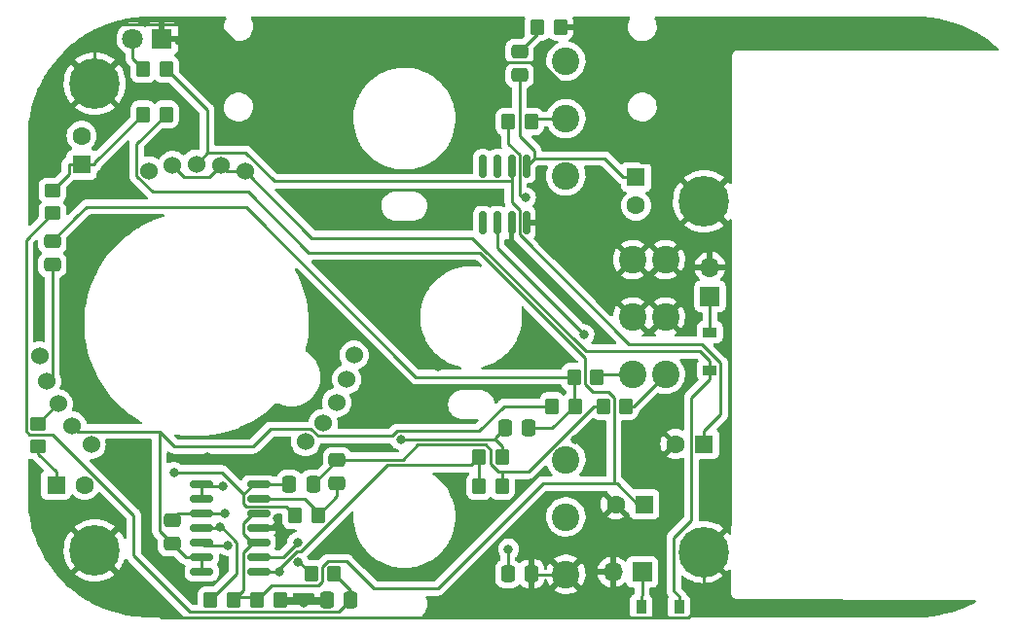
<source format=gtl>
G04 #@! TF.GenerationSoftware,KiCad,Pcbnew,(6.0.5)*
G04 #@! TF.CreationDate,2022-05-30T10:59:04+08:00*
G04 #@! TF.ProjectId,miniaf1,6d696e69-6166-4312-9e6b-696361645f70,rev?*
G04 #@! TF.SameCoordinates,Original*
G04 #@! TF.FileFunction,Copper,L1,Top*
G04 #@! TF.FilePolarity,Positive*
%FSLAX46Y46*%
G04 Gerber Fmt 4.6, Leading zero omitted, Abs format (unit mm)*
G04 Created by KiCad (PCBNEW (6.0.5)) date 2022-05-30 10:59:04*
%MOMM*%
%LPD*%
G01*
G04 APERTURE LIST*
G04 Aperture macros list*
%AMRoundRect*
0 Rectangle with rounded corners*
0 $1 Rounding radius*
0 $2 $3 $4 $5 $6 $7 $8 $9 X,Y pos of 4 corners*
0 Add a 4 corners polygon primitive as box body*
4,1,4,$2,$3,$4,$5,$6,$7,$8,$9,$2,$3,0*
0 Add four circle primitives for the rounded corners*
1,1,$1+$1,$2,$3*
1,1,$1+$1,$4,$5*
1,1,$1+$1,$6,$7*
1,1,$1+$1,$8,$9*
0 Add four rect primitives between the rounded corners*
20,1,$1+$1,$2,$3,$4,$5,0*
20,1,$1+$1,$4,$5,$6,$7,0*
20,1,$1+$1,$6,$7,$8,$9,0*
20,1,$1+$1,$8,$9,$2,$3,0*%
G04 Aperture macros list end*
G04 #@! TA.AperFunction,SMDPad,CuDef*
%ADD10RoundRect,0.250000X-0.350000X-0.450000X0.350000X-0.450000X0.350000X0.450000X-0.350000X0.450000X0*%
G04 #@! TD*
G04 #@! TA.AperFunction,SMDPad,CuDef*
%ADD11RoundRect,0.250000X-0.450000X0.350000X-0.450000X-0.350000X0.450000X-0.350000X0.450000X0.350000X0*%
G04 #@! TD*
G04 #@! TA.AperFunction,SMDPad,CuDef*
%ADD12RoundRect,0.250000X0.350000X0.450000X-0.350000X0.450000X-0.350000X-0.450000X0.350000X-0.450000X0*%
G04 #@! TD*
G04 #@! TA.AperFunction,ComponentPad*
%ADD13C,4.400000*%
G04 #@! TD*
G04 #@! TA.AperFunction,SMDPad,CuDef*
%ADD14RoundRect,0.250000X-0.337500X-0.475000X0.337500X-0.475000X0.337500X0.475000X-0.337500X0.475000X0*%
G04 #@! TD*
G04 #@! TA.AperFunction,SMDPad,CuDef*
%ADD15RoundRect,0.250000X-0.475000X0.337500X-0.475000X-0.337500X0.475000X-0.337500X0.475000X0.337500X0*%
G04 #@! TD*
G04 #@! TA.AperFunction,SMDPad,CuDef*
%ADD16R,1.200000X0.900000*%
G04 #@! TD*
G04 #@! TA.AperFunction,ComponentPad*
%ADD17C,2.400000*%
G04 #@! TD*
G04 #@! TA.AperFunction,ComponentPad*
%ADD18R,1.800000X1.800000*%
G04 #@! TD*
G04 #@! TA.AperFunction,ComponentPad*
%ADD19C,1.800000*%
G04 #@! TD*
G04 #@! TA.AperFunction,SMDPad,CuDef*
%ADD20RoundRect,0.150000X0.150000X-0.825000X0.150000X0.825000X-0.150000X0.825000X-0.150000X-0.825000X0*%
G04 #@! TD*
G04 #@! TA.AperFunction,SMDPad,CuDef*
%ADD21RoundRect,0.150000X-0.825000X-0.150000X0.825000X-0.150000X0.825000X0.150000X-0.825000X0.150000X0*%
G04 #@! TD*
G04 #@! TA.AperFunction,SMDPad,CuDef*
%ADD22R,0.900000X1.200000*%
G04 #@! TD*
G04 #@! TA.AperFunction,ComponentPad*
%ADD23C,1.524000*%
G04 #@! TD*
G04 #@! TA.AperFunction,SMDPad,CuDef*
%ADD24RoundRect,0.250000X0.337500X0.475000X-0.337500X0.475000X-0.337500X-0.475000X0.337500X-0.475000X0*%
G04 #@! TD*
G04 #@! TA.AperFunction,SMDPad,CuDef*
%ADD25RoundRect,0.250000X0.475000X-0.337500X0.475000X0.337500X-0.475000X0.337500X-0.475000X-0.337500X0*%
G04 #@! TD*
G04 #@! TA.AperFunction,ComponentPad*
%ADD26R,1.700000X1.700000*%
G04 #@! TD*
G04 #@! TA.AperFunction,ComponentPad*
%ADD27O,1.700000X1.700000*%
G04 #@! TD*
G04 #@! TA.AperFunction,ComponentPad*
%ADD28R,1.600000X1.600000*%
G04 #@! TD*
G04 #@! TA.AperFunction,ComponentPad*
%ADD29C,1.600000*%
G04 #@! TD*
G04 #@! TA.AperFunction,ViaPad*
%ADD30C,0.800000*%
G04 #@! TD*
G04 #@! TA.AperFunction,Conductor*
%ADD31C,0.250000*%
G04 #@! TD*
G04 APERTURE END LIST*
D10*
X122190000Y-66040000D03*
X124190000Y-66040000D03*
D11*
X81280000Y-92345000D03*
X81280000Y-94345000D03*
D12*
X102346000Y-107696000D03*
X100346000Y-107696000D03*
D13*
X86230000Y-62730000D03*
D12*
X107045000Y-105410000D03*
X105045000Y-105410000D03*
X129905000Y-88265000D03*
X127905000Y-88265000D03*
D10*
X90440000Y-65405000D03*
X92440000Y-65405000D03*
D13*
X139230000Y-72980000D03*
D14*
X121920000Y-92710000D03*
X123995000Y-92710000D03*
D15*
X92950000Y-100722500D03*
X92950000Y-102797500D03*
D16*
X139750000Y-87680000D03*
X139750000Y-84380000D03*
D12*
X105648000Y-100330000D03*
X103648000Y-100330000D03*
D17*
X127207700Y-105457000D03*
X127207700Y-100457000D03*
X127207700Y-95457000D03*
D18*
X92075000Y-58801000D03*
D19*
X89535000Y-58801000D03*
D20*
X119975000Y-74865000D03*
X121245000Y-74865000D03*
X122515000Y-74865000D03*
X123785000Y-74865000D03*
X123785000Y-69915000D03*
X122515000Y-69915000D03*
X121245000Y-69915000D03*
X119975000Y-69915000D03*
D15*
X82550000Y-76432500D03*
X82550000Y-78507500D03*
D12*
X126730000Y-57785000D03*
X124730000Y-57785000D03*
D21*
X95530000Y-97620000D03*
X95530000Y-98890000D03*
X95530000Y-100160000D03*
X95530000Y-101430000D03*
X95530000Y-102700000D03*
X95530000Y-103970000D03*
X95530000Y-105240000D03*
X100480000Y-105240000D03*
X100480000Y-103970000D03*
X100480000Y-102700000D03*
X100480000Y-101430000D03*
X100480000Y-100160000D03*
X100480000Y-98890000D03*
X100480000Y-97620000D03*
D22*
X137060000Y-108290000D03*
X133760000Y-108290000D03*
D23*
X90974679Y-70332055D03*
X93006730Y-69851670D03*
X97174421Y-69870323D03*
X99310062Y-70369361D03*
X108783267Y-86377434D03*
X108147626Y-88476472D03*
X106093332Y-92318330D03*
X104574679Y-93887945D03*
X85908465Y-94157114D03*
X84288849Y-92551858D03*
X82038849Y-88654744D03*
X81458465Y-86449488D03*
X95052886Y-69725717D03*
X107276091Y-90496929D03*
X83059247Y-90622124D03*
D10*
X126000000Y-90805000D03*
X128000000Y-90805000D03*
D24*
X105240000Y-97600000D03*
X103165000Y-97600000D03*
D25*
X107315000Y-97557500D03*
X107315000Y-95482500D03*
X123190000Y-61997500D03*
X123190000Y-59922500D03*
D11*
X82550000Y-72025000D03*
X82550000Y-74025000D03*
D12*
X98282000Y-107696000D03*
X96282000Y-107696000D03*
D24*
X124227500Y-105410000D03*
X122152500Y-105410000D03*
D10*
X119650000Y-97790000D03*
X121650000Y-97790000D03*
X90440000Y-61468000D03*
X92440000Y-61468000D03*
D17*
X133020700Y-88058000D03*
X133020700Y-83058000D03*
X133020700Y-78058000D03*
X135870700Y-88058000D03*
X135870700Y-83058000D03*
X135870700Y-78058000D03*
D12*
X121650000Y-95250000D03*
X119650000Y-95250000D03*
D13*
X86230000Y-103380000D03*
X139160000Y-103510000D03*
D24*
X106404500Y-107696000D03*
X108479500Y-107696000D03*
D17*
X127206700Y-70786000D03*
X127206700Y-65786000D03*
X127206700Y-60786000D03*
D12*
X132445000Y-90805000D03*
X130445000Y-90805000D03*
D26*
X133830000Y-105250000D03*
D27*
X131290000Y-105250000D03*
D28*
X134040000Y-99360000D03*
D29*
X131540000Y-99360000D03*
D28*
X139240000Y-94110000D03*
D29*
X136740000Y-94110000D03*
D28*
X133310000Y-70857600D03*
D29*
X133310000Y-73357600D03*
D26*
X139750000Y-81255000D03*
D27*
X139750000Y-78715000D03*
D28*
X82868900Y-97663000D03*
D29*
X85368900Y-97663000D03*
D28*
X85090000Y-69785100D03*
D29*
X85090000Y-67285100D03*
D30*
X124714000Y-86106000D03*
X81280000Y-81026000D03*
X107442000Y-73660000D03*
X85852000Y-76200000D03*
X86614000Y-72136000D03*
X107442000Y-102616000D03*
X89916000Y-94742000D03*
X89408000Y-97282000D03*
X96012000Y-95250000D03*
X102108000Y-100584000D03*
X118618000Y-101854000D03*
X104394000Y-107950000D03*
X123190000Y-77470000D03*
X125222000Y-74676000D03*
X123698000Y-72644000D03*
X112522000Y-90678000D03*
X128016000Y-93726000D03*
X129794000Y-93726000D03*
X116078000Y-87376000D03*
X105918000Y-78486000D03*
X109728000Y-80264000D03*
X128778000Y-84582000D03*
X97385900Y-97785500D03*
X102304900Y-105240000D03*
X93119900Y-96579400D03*
X112835700Y-93721700D03*
X103893300Y-102674000D03*
X122221100Y-103261800D03*
X97796100Y-102944400D03*
X97543200Y-100160000D03*
X103917700Y-104384100D03*
X97125500Y-101359800D03*
X129032700Y-58221400D03*
X100104000Y-67315400D03*
X93602000Y-59010900D03*
X135532700Y-66329500D03*
D31*
X139160000Y-107889022D02*
X139160000Y-103510000D01*
X92064511Y-109214511D02*
X137834511Y-109214511D01*
X86230000Y-103380000D02*
X92064511Y-109214511D01*
X137834511Y-109214511D02*
X139160000Y-107889022D01*
X99906000Y-102700000D02*
X100480000Y-102700000D01*
X99180480Y-101974480D02*
X99906000Y-102700000D01*
X99992000Y-100160000D02*
X99180480Y-100971520D01*
X100480000Y-100160000D02*
X99992000Y-100160000D01*
X99180480Y-100971520D02*
X99180480Y-101974480D01*
X100019500Y-102700000D02*
X100480000Y-102700000D01*
X99154800Y-103564700D02*
X100019500Y-102700000D01*
X141478000Y-101192000D02*
X139160000Y-103510000D01*
X139230000Y-72980000D02*
X141478000Y-75228000D01*
X141478000Y-75228000D02*
X141478000Y-101192000D01*
X135846000Y-69596000D02*
X139230000Y-72980000D01*
X133763675Y-69596000D02*
X135846000Y-69596000D01*
X125002195Y-60834520D02*
X133763675Y-69596000D01*
X88272242Y-57576489D02*
X96946489Y-57576489D01*
X86230000Y-59618731D02*
X88272242Y-57576489D01*
X100204520Y-60834520D02*
X125002195Y-60834520D01*
X86230000Y-62730000D02*
X86230000Y-59618731D01*
X96946489Y-57576489D02*
X100204520Y-60834520D01*
X102108000Y-100838000D02*
X102108000Y-100584000D01*
X101516000Y-101430000D02*
X102108000Y-100838000D01*
X100480000Y-101430000D02*
X101516000Y-101430000D01*
X107429980Y-108745520D02*
X108479500Y-107696000D01*
X89594400Y-103818400D02*
X94521520Y-108745520D01*
X94521520Y-108745520D02*
X107429980Y-108745520D01*
X98560400Y-102669100D02*
X98560400Y-105417600D01*
X98560400Y-105417600D02*
X96282000Y-107696000D01*
X97251100Y-101359800D02*
X98560400Y-102669100D01*
X97125500Y-101359800D02*
X97251100Y-101359800D01*
X99154800Y-106823200D02*
X98282000Y-107696000D01*
X99154800Y-103564700D02*
X99154800Y-106823200D01*
X100092000Y-107442000D02*
X100346000Y-107696000D01*
X98282000Y-107442000D02*
X100092000Y-107442000D01*
X101597900Y-106444100D02*
X100346000Y-107696000D01*
X105673000Y-106444100D02*
X101597900Y-106444100D01*
X108137200Y-104327200D02*
X106499500Y-104327200D01*
X106499500Y-104327200D02*
X106045000Y-104781700D01*
X106045000Y-104781700D02*
X106045000Y-106072100D01*
X110490000Y-106680000D02*
X108137200Y-104327200D01*
X116075100Y-106680000D02*
X110490000Y-106680000D01*
X125213900Y-97541200D02*
X116075100Y-106680000D01*
X106045000Y-106072100D02*
X105673000Y-106444100D01*
X131376700Y-97541200D02*
X125213900Y-97541200D01*
X104394000Y-107950000D02*
X106404500Y-107950000D01*
X108479500Y-106844500D02*
X107045000Y-105410000D01*
X108479500Y-107696000D02*
X108479500Y-106844500D01*
X89594400Y-100293800D02*
X89594400Y-103818400D01*
X80559100Y-93271400D02*
X82572000Y-93271400D01*
X80235400Y-92947700D02*
X80559100Y-93271400D01*
X82572000Y-93271400D02*
X89594400Y-100293800D01*
X80235400Y-76339600D02*
X80235400Y-92947700D01*
X82550000Y-74025000D02*
X80235400Y-76339600D01*
X102346000Y-107950000D02*
X104394000Y-107950000D01*
X122515000Y-76795000D02*
X123190000Y-77470000D01*
X122515000Y-74865000D02*
X122515000Y-76795000D01*
X121245000Y-77049000D02*
X128778000Y-84582000D01*
X121245000Y-74865000D02*
X121245000Y-77049000D01*
X125033000Y-74865000D02*
X125222000Y-74676000D01*
X123785000Y-74865000D02*
X125033000Y-74865000D01*
X102843000Y-99525000D02*
X103648000Y-100330000D01*
X99172400Y-99275500D02*
X99421900Y-99525000D01*
X99421900Y-99525000D02*
X102843000Y-99525000D01*
X99172400Y-98502000D02*
X99172400Y-99275500D01*
X107315000Y-98663000D02*
X105648000Y-100330000D01*
X107315000Y-97557500D02*
X107315000Y-98663000D01*
X105648000Y-100060000D02*
X105648000Y-100330000D01*
X104478000Y-98890000D02*
X105648000Y-100060000D01*
X100480000Y-98890000D02*
X104478000Y-98890000D01*
X123496480Y-72442480D02*
X123698000Y-72644000D01*
X123160480Y-72442480D02*
X123496480Y-72442480D01*
X123160480Y-68914408D02*
X123160480Y-72442480D01*
X122190000Y-66040000D02*
X122190000Y-67943928D01*
X122190000Y-67943928D02*
X123160480Y-68914408D01*
X111662580Y-95932020D02*
X118967980Y-95932020D01*
X118967980Y-95932020D02*
X119650000Y-95250000D01*
X104174600Y-103420000D02*
X111662580Y-95932020D01*
X103830400Y-103420000D02*
X104174600Y-103420000D01*
X102304900Y-104945500D02*
X103830400Y-103420000D01*
X102304900Y-105240000D02*
X102304900Y-104945500D01*
X131376700Y-90042500D02*
X131376700Y-97541200D01*
X130898500Y-89564300D02*
X131376700Y-90042500D01*
X129587400Y-89564300D02*
X130898500Y-89564300D01*
X128905000Y-88881900D02*
X129587400Y-89564300D01*
X119729382Y-77448800D02*
X128905000Y-86624418D01*
X128905000Y-86624418D02*
X128905000Y-88881900D01*
X104851700Y-77448800D02*
X119729382Y-77448800D01*
X89882100Y-67962900D02*
X89882100Y-70795100D01*
X92440000Y-65405000D02*
X89882100Y-67962900D01*
X89882100Y-70795100D02*
X91242200Y-72155200D01*
X91242200Y-72155200D02*
X99558100Y-72155200D01*
X99558100Y-72155200D02*
X104851700Y-77448800D01*
X85540000Y-73450000D02*
X99367400Y-73450000D01*
X114182400Y-88265000D02*
X127905000Y-88265000D01*
X84698700Y-74283800D02*
X84706200Y-74283800D01*
X99367400Y-73450000D02*
X114182400Y-88265000D01*
X82550000Y-76432500D02*
X84698700Y-74283800D01*
X84706200Y-74283800D02*
X85540000Y-73450000D01*
X124274500Y-105457000D02*
X127207700Y-105457000D01*
X124227500Y-105410000D02*
X124274500Y-105457000D01*
X93140000Y-94320000D02*
X91865200Y-93045200D01*
X100000000Y-94320000D02*
X93140000Y-94320000D01*
X101523100Y-92796900D02*
X100000000Y-94320000D01*
X105027800Y-92796900D02*
X101523100Y-92796900D01*
X105636600Y-93405700D02*
X105027800Y-92796900D01*
X112532000Y-92993100D02*
X112119400Y-93405700D01*
X112119400Y-93405700D02*
X105636600Y-93405700D01*
X121843100Y-90805000D02*
X119655000Y-92993100D01*
X126000000Y-90805000D02*
X121843100Y-90805000D01*
X119655000Y-92993100D02*
X112532000Y-92993100D01*
X91865200Y-93045200D02*
X91865200Y-101712700D01*
X91865200Y-93026200D02*
X91865200Y-93045200D01*
X83002900Y-90622100D02*
X81280000Y-92345000D01*
X83059200Y-90622100D02*
X83002900Y-90622100D01*
X133123700Y-90805000D02*
X135870700Y-88058000D01*
X132445000Y-90805000D02*
X133123700Y-90805000D01*
X130112000Y-88058000D02*
X129905000Y-88265000D01*
X133020700Y-88058000D02*
X130112000Y-88058000D01*
X124444000Y-65786000D02*
X124190000Y-66040000D01*
X127206700Y-65786000D02*
X124444000Y-65786000D01*
X95530000Y-97785500D02*
X97385900Y-97785500D01*
X95530000Y-98890000D02*
X95530000Y-97785500D01*
X95530000Y-97785500D02*
X95530000Y-97620000D01*
X89535000Y-60563000D02*
X89535000Y-58801000D01*
X90440000Y-61468000D02*
X89535000Y-60563000D01*
X133830000Y-107294700D02*
X133760000Y-107364700D01*
X133830000Y-105250000D02*
X133830000Y-107294700D01*
X133760000Y-108290000D02*
X133760000Y-107364700D01*
X139750000Y-81255000D02*
X139750000Y-84380000D01*
X96224200Y-70820500D02*
X97174400Y-69870300D01*
X93975500Y-70820500D02*
X96224200Y-70820500D01*
X93006700Y-69851700D02*
X93975500Y-70820500D01*
X138114600Y-90090700D02*
X139750000Y-88455300D01*
X138114600Y-100735400D02*
X138114600Y-90090700D01*
X136586300Y-102263700D02*
X138114600Y-100735400D01*
X136586300Y-106891000D02*
X136586300Y-102263700D01*
X137060000Y-107364700D02*
X136586300Y-106891000D01*
X137060000Y-108290000D02*
X137060000Y-107364700D01*
X139750000Y-87680000D02*
X139750000Y-88455300D01*
X97673500Y-70369400D02*
X99310100Y-70369400D01*
X97174400Y-69870300D02*
X97673500Y-70369400D01*
X138884000Y-86038700D02*
X139750000Y-86904700D01*
X128955000Y-86038700D02*
X138884000Y-86038700D01*
X119082300Y-76166000D02*
X128955000Y-86038700D01*
X105106700Y-76166000D02*
X119082300Y-76166000D01*
X99310100Y-70369400D02*
X105106700Y-76166000D01*
X139750000Y-87680000D02*
X139750000Y-86904700D01*
X82550000Y-88143500D02*
X82550000Y-78507500D01*
X82038800Y-88654700D02*
X82550000Y-88143500D01*
X119650000Y-95250000D02*
X119650000Y-96287600D01*
X119650000Y-96287600D02*
X119650000Y-97790000D01*
X100480000Y-105240000D02*
X102304900Y-105240000D01*
X124730000Y-58382500D02*
X124730000Y-57785000D01*
X123190000Y-59922500D02*
X124730000Y-58382500D01*
X133310000Y-70857600D02*
X132184700Y-70857600D01*
X124446800Y-68568200D02*
X124446800Y-69253200D01*
X123190000Y-67311400D02*
X124446800Y-68568200D01*
X123190000Y-61997500D02*
X123190000Y-67311400D01*
X130580300Y-69253200D02*
X124446800Y-69253200D01*
X132184700Y-70857600D02*
X130580300Y-69253200D01*
X124446800Y-69253200D02*
X123785000Y-69915000D01*
X81280000Y-94948800D02*
X81280000Y-94345000D01*
X82868900Y-96537700D02*
X81280000Y-94948800D01*
X82868900Y-97663000D02*
X82868900Y-96537700D01*
X100500000Y-97600000D02*
X100480000Y-97620000D01*
X103165000Y-97600000D02*
X100500000Y-97600000D01*
X97249800Y-96579400D02*
X93119900Y-96579400D01*
X99172400Y-98502000D02*
X97249800Y-96579400D01*
X100054400Y-97620000D02*
X99172400Y-98502000D01*
X100480000Y-97620000D02*
X100054400Y-97620000D01*
X107315000Y-95525000D02*
X107315000Y-95482500D01*
X105240000Y-97600000D02*
X107315000Y-95525000D01*
X121650000Y-96520000D02*
X121650000Y-97790000D01*
X123937300Y-96520000D02*
X121650000Y-96520000D01*
X129652300Y-90805000D02*
X123937300Y-96520000D01*
X130445000Y-90805000D02*
X129652300Y-90805000D01*
X113011000Y-95482500D02*
X107315000Y-95482500D01*
X114321400Y-94172100D02*
X113011000Y-95482500D01*
X120210500Y-94172100D02*
X114321400Y-94172100D01*
X120650000Y-94611600D02*
X120210500Y-94172100D01*
X120650000Y-95864900D02*
X120650000Y-94611600D01*
X121305100Y-96520000D02*
X120650000Y-95864900D01*
X121650000Y-96520000D02*
X121305100Y-96520000D01*
X126000000Y-92710000D02*
X127905000Y-90805000D01*
X123995000Y-92710000D02*
X126000000Y-92710000D01*
X127905000Y-90805000D02*
X128000000Y-90805000D01*
X127905000Y-90805000D02*
X127905000Y-88265000D01*
X121087700Y-93542300D02*
X121920000Y-92710000D01*
X121087700Y-93721700D02*
X121087700Y-93542300D01*
X121650000Y-94284000D02*
X121087700Y-93721700D01*
X121650000Y-95250000D02*
X121650000Y-94284000D01*
X121087700Y-93721700D02*
X112835700Y-93721700D01*
X102597300Y-103970000D02*
X100480000Y-103970000D01*
X103893300Y-102674000D02*
X102597300Y-103970000D01*
X122152500Y-103330400D02*
X122152500Y-105410000D01*
X122221100Y-103261800D02*
X122152500Y-103330400D01*
X95774400Y-102944400D02*
X95530000Y-102700000D01*
X97796100Y-102944400D02*
X95774400Y-102944400D01*
X95530000Y-105240000D02*
X95530000Y-103970000D01*
X94122500Y-103970000D02*
X92950000Y-102797500D01*
X95530000Y-103970000D02*
X94122500Y-103970000D01*
X91865200Y-101712700D02*
X92950000Y-102797500D01*
X84763100Y-93026200D02*
X84288800Y-92551900D01*
X91865200Y-93026200D02*
X84763100Y-93026200D01*
X93512500Y-100160000D02*
X95530000Y-100160000D01*
X92950000Y-100722500D02*
X93512500Y-100160000D01*
X104019100Y-104384100D02*
X105045000Y-105410000D01*
X103917700Y-104384100D02*
X104019100Y-104384100D01*
X95530000Y-100160000D02*
X97543200Y-100160000D01*
X139240000Y-94110000D02*
X139240000Y-92984700D01*
X122515000Y-73054600D02*
X122515000Y-71232200D01*
X123159000Y-73698600D02*
X122515000Y-73054600D01*
X123159000Y-75898100D02*
X123159000Y-73698600D01*
X132674000Y-85413100D02*
X123159000Y-75898100D01*
X139039300Y-85413100D02*
X132674000Y-85413100D01*
X140675400Y-87049200D02*
X139039300Y-85413100D01*
X140675400Y-91549300D02*
X140675400Y-87049200D01*
X139240000Y-92984700D02*
X140675400Y-91549300D01*
X122515000Y-71232200D02*
X122515000Y-69915000D01*
X96020500Y-65048500D02*
X96020500Y-68758100D01*
X92440000Y-61468000D02*
X96020500Y-65048500D01*
X99353800Y-68758100D02*
X96020500Y-68758100D01*
X101827900Y-71232200D02*
X99353800Y-68758100D01*
X122515000Y-71232200D02*
X101827900Y-71232200D01*
X96020500Y-68758100D02*
X95052900Y-69725700D01*
X97055300Y-101430000D02*
X97125500Y-101359800D01*
X95530000Y-101430000D02*
X97055300Y-101430000D01*
X134040000Y-99360000D02*
X133477400Y-99360000D01*
X131658600Y-97541200D02*
X131376700Y-97541200D01*
X133477400Y-99360000D02*
X131658600Y-97541200D01*
X83964700Y-70610300D02*
X82550000Y-72025000D01*
X83964700Y-69785100D02*
X83964700Y-70610300D01*
X84527400Y-69785100D02*
X83964700Y-69785100D01*
X84527400Y-69785100D02*
X85090000Y-69785100D01*
X86215300Y-69629700D02*
X90440000Y-65405000D01*
X86215300Y-69785100D02*
X86215300Y-69629700D01*
X85090000Y-69785100D02*
X86215300Y-69785100D01*
G04 #@! TA.AperFunction,Conductor*
G36*
X132749854Y-56928502D02*
G01*
X132796347Y-56982158D01*
X132806451Y-57052432D01*
X132786315Y-57104776D01*
X132753836Y-57153109D01*
X132753833Y-57153115D01*
X132750710Y-57157762D01*
X132660412Y-57363467D01*
X132659103Y-57368918D01*
X132659102Y-57368922D01*
X132623443Y-57517452D01*
X132607968Y-57581911D01*
X132607645Y-57587516D01*
X132596286Y-57784533D01*
X132595037Y-57806190D01*
X132622025Y-58029215D01*
X132688082Y-58243935D01*
X132690652Y-58248915D01*
X132690654Y-58248919D01*
X132780834Y-58423639D01*
X132791118Y-58443564D01*
X132927877Y-58621792D01*
X133094036Y-58772985D01*
X133098783Y-58775963D01*
X133098786Y-58775965D01*
X133227229Y-58856536D01*
X133284344Y-58892364D01*
X133492783Y-58976156D01*
X133712767Y-59021713D01*
X133717378Y-59021979D01*
X133717379Y-59021979D01*
X133767952Y-59024895D01*
X133767956Y-59024895D01*
X133769775Y-59025000D01*
X133914999Y-59025000D01*
X133917786Y-59024751D01*
X133917792Y-59024751D01*
X133987929Y-59018491D01*
X134081762Y-59010117D01*
X134087176Y-59008636D01*
X134087181Y-59008635D01*
X134214912Y-58973691D01*
X134298451Y-58950837D01*
X134303509Y-58948425D01*
X134303513Y-58948423D01*
X134423625Y-58891132D01*
X134501218Y-58854122D01*
X134683654Y-58723029D01*
X134839992Y-58561701D01*
X134965290Y-58375238D01*
X135055588Y-58169533D01*
X135064328Y-58133131D01*
X135106722Y-57956546D01*
X135106722Y-57956545D01*
X135108032Y-57951089D01*
X135116821Y-57798648D01*
X135120640Y-57732417D01*
X135120640Y-57732414D01*
X135120963Y-57726810D01*
X135093975Y-57503785D01*
X135027918Y-57289065D01*
X134962798Y-57162896D01*
X134926355Y-57092290D01*
X134912886Y-57022583D01*
X134939241Y-56956659D01*
X134997054Y-56915450D01*
X135038321Y-56908500D01*
X157750561Y-56908500D01*
X157769976Y-56910005D01*
X157784736Y-56912307D01*
X157784737Y-56912307D01*
X157793605Y-56913690D01*
X157817144Y-56910618D01*
X157837204Y-56909615D01*
X158081774Y-56916916D01*
X158406812Y-56926619D01*
X158414227Y-56927060D01*
X158885252Y-56969124D01*
X159015324Y-56980740D01*
X159022733Y-56981624D01*
X159619553Y-57070783D01*
X159626896Y-57072103D01*
X159722775Y-57092290D01*
X160217422Y-57196437D01*
X160224658Y-57198186D01*
X160552669Y-57287817D01*
X160806786Y-57357256D01*
X160813923Y-57359435D01*
X161385596Y-57552676D01*
X161392569Y-57555265D01*
X161912815Y-57766196D01*
X161951841Y-57782019D01*
X161958670Y-57785027D01*
X162503489Y-58044464D01*
X162510127Y-58047869D01*
X163038676Y-58339121D01*
X163045080Y-58342902D01*
X163169764Y-58421571D01*
X163555449Y-58664920D01*
X163561632Y-58669081D01*
X164052073Y-59020762D01*
X164057959Y-59025253D01*
X164526708Y-59405335D01*
X164532358Y-59410201D01*
X164783344Y-59639622D01*
X164814280Y-59667900D01*
X164851065Y-59728624D01*
X164849180Y-59799595D01*
X164809225Y-59858282D01*
X164743884Y-59886050D01*
X164728875Y-59886900D01*
X142211236Y-59816532D01*
X142210591Y-59816529D01*
X142140339Y-59815950D01*
X142131367Y-59815876D01*
X142107758Y-59822569D01*
X142103217Y-59823856D01*
X142086326Y-59827415D01*
X142066245Y-59830227D01*
X142066244Y-59830227D01*
X142057355Y-59831472D01*
X142034484Y-59841785D01*
X142033669Y-59842152D01*
X142016243Y-59848512D01*
X141991232Y-59855603D01*
X141966450Y-59871166D01*
X141951242Y-59879319D01*
X141932756Y-59887654D01*
X141932751Y-59887657D01*
X141924572Y-59891345D01*
X141917757Y-59897180D01*
X141917751Y-59897184D01*
X141904827Y-59908250D01*
X141889896Y-59919239D01*
X141867879Y-59933065D01*
X141861923Y-59939780D01*
X141861917Y-59939785D01*
X141848462Y-59954954D01*
X141836152Y-59967051D01*
X141820749Y-59980240D01*
X141813930Y-59986079D01*
X141809025Y-59993595D01*
X141809024Y-59993596D01*
X141799727Y-60007842D01*
X141788473Y-60022588D01*
X141777183Y-60035317D01*
X141777181Y-60035320D01*
X141771226Y-60042034D01*
X141758735Y-60068492D01*
X141750317Y-60083553D01*
X141734324Y-60108059D01*
X141731726Y-60116649D01*
X141726801Y-60132932D01*
X141720137Y-60150245D01*
X141712875Y-60165628D01*
X141712874Y-60165632D01*
X141709041Y-60173750D01*
X141707641Y-60182615D01*
X141707641Y-60182616D01*
X141704479Y-60202644D01*
X141700625Y-60219470D01*
X141696171Y-60234198D01*
X141692154Y-60247479D01*
X141692071Y-60256451D01*
X141692071Y-60256452D01*
X141691835Y-60281995D01*
X141691790Y-60283004D01*
X141691586Y-60284299D01*
X141691537Y-60307134D01*
X141691518Y-60315969D01*
X141691513Y-60316861D01*
X141690953Y-60377548D01*
X141690809Y-60393130D01*
X141691245Y-60394674D01*
X141691346Y-60396217D01*
X141681255Y-65116697D01*
X141667964Y-71333734D01*
X141667958Y-71336386D01*
X141647810Y-71404464D01*
X141594055Y-71450842D01*
X141523760Y-71460796D01*
X141459242Y-71431165D01*
X141442601Y-71413604D01*
X141327991Y-71266647D01*
X141316199Y-71258178D01*
X141304486Y-71264725D01*
X139602020Y-72967190D01*
X139594408Y-72981131D01*
X139594539Y-72982966D01*
X139598790Y-72989580D01*
X141303285Y-74694074D01*
X141316408Y-74701240D01*
X141326709Y-74693851D01*
X141430751Y-74566055D01*
X141432579Y-74563511D01*
X141488574Y-74519864D01*
X141559278Y-74513420D01*
X141622241Y-74546223D01*
X141657475Y-74607860D01*
X141660900Y-74637308D01*
X141602674Y-101872434D01*
X141582526Y-101940512D01*
X141528771Y-101986890D01*
X141458476Y-101996844D01*
X141393958Y-101967213D01*
X141377317Y-101949652D01*
X141257991Y-101796647D01*
X141246199Y-101788178D01*
X141234486Y-101794725D01*
X139532020Y-103497190D01*
X139524408Y-103511131D01*
X139524539Y-103512966D01*
X139528790Y-103519580D01*
X141233285Y-105224074D01*
X141246408Y-105231240D01*
X141256709Y-105223851D01*
X141360751Y-105096055D01*
X141367324Y-105086908D01*
X141423320Y-105043261D01*
X141494023Y-105036817D01*
X141556987Y-105069621D01*
X141592220Y-105131258D01*
X141595644Y-105160701D01*
X141591542Y-107079802D01*
X141591518Y-107090892D01*
X141591513Y-107091755D01*
X141590815Y-107168179D01*
X141594565Y-107181451D01*
X141598932Y-107196908D01*
X141602443Y-107213564D01*
X141606613Y-107243133D01*
X141610313Y-107251316D01*
X141610313Y-107251317D01*
X141617072Y-107266267D01*
X141623516Y-107283921D01*
X141627977Y-107299713D01*
X141627979Y-107299718D01*
X141630418Y-107308350D01*
X141636604Y-107318220D01*
X141646270Y-107333643D01*
X141654316Y-107348648D01*
X141659483Y-107360076D01*
X141666617Y-107375856D01*
X141672458Y-107382665D01*
X141672463Y-107382672D01*
X141683158Y-107395138D01*
X141694288Y-107410261D01*
X141707770Y-107431772D01*
X141714480Y-107437734D01*
X141714484Y-107437739D01*
X141730086Y-107451602D01*
X141742024Y-107463749D01*
X141761460Y-107486404D01*
X141768976Y-107491298D01*
X141768980Y-107491302D01*
X141782737Y-107500260D01*
X141797673Y-107511657D01*
X141816652Y-107528522D01*
X141824764Y-107532361D01*
X141824768Y-107532363D01*
X141843633Y-107541289D01*
X141858501Y-107549598D01*
X141875993Y-107560990D01*
X141875996Y-107560991D01*
X141883518Y-107565890D01*
X141907836Y-107573220D01*
X141925358Y-107579963D01*
X141940194Y-107586983D01*
X141940199Y-107586985D01*
X141948313Y-107590824D01*
X141977798Y-107595506D01*
X141994391Y-107599306D01*
X142022980Y-107607923D01*
X142031952Y-107607997D01*
X142034391Y-107608017D01*
X142057336Y-107608206D01*
X142057931Y-107608233D01*
X142058846Y-107608378D01*
X142061377Y-107608386D01*
X142061385Y-107608386D01*
X142088905Y-107608469D01*
X142089563Y-107608472D01*
X142165202Y-107609096D01*
X142165206Y-107609096D01*
X142168633Y-107609124D01*
X142169794Y-107608795D01*
X142170967Y-107608718D01*
X160581407Y-107664469D01*
X162749579Y-107671035D01*
X162817638Y-107691243D01*
X162863969Y-107745039D01*
X162873860Y-107815343D01*
X162844171Y-107879834D01*
X162808727Y-107908084D01*
X162461206Y-108094379D01*
X162454682Y-108097637D01*
X162423665Y-108112020D01*
X161913773Y-108348463D01*
X161907100Y-108351326D01*
X161503098Y-108510964D01*
X161352590Y-108570436D01*
X161345733Y-108572919D01*
X160779481Y-108759578D01*
X160772492Y-108761660D01*
X160743167Y-108769478D01*
X160196378Y-108915250D01*
X160189298Y-108916920D01*
X159605245Y-109036926D01*
X159598080Y-109038182D01*
X159071112Y-109115005D01*
X159008100Y-109124191D01*
X159000858Y-109125034D01*
X158406869Y-109176768D01*
X158399593Y-109177190D01*
X157979625Y-109189368D01*
X157844890Y-109193275D01*
X157821858Y-109191829D01*
X157815124Y-109190781D01*
X157806253Y-109189400D01*
X157797354Y-109190564D01*
X157797347Y-109190564D01*
X157774716Y-109193525D01*
X157758371Y-109194590D01*
X148126909Y-109194144D01*
X138121048Y-109193681D01*
X138052928Y-109173676D01*
X138006438Y-109120018D01*
X137996337Y-109049744D01*
X138003072Y-109023451D01*
X138004798Y-109018848D01*
X138011745Y-109000316D01*
X138018500Y-108938134D01*
X138018500Y-107641866D01*
X138011745Y-107579684D01*
X137960615Y-107443295D01*
X137873261Y-107326739D01*
X137756705Y-107239385D01*
X137748296Y-107236233D01*
X137748293Y-107236231D01*
X137733459Y-107230670D01*
X137676694Y-107188030D01*
X137656693Y-107147847D01*
X137646018Y-107111107D01*
X137639782Y-107100563D01*
X137635707Y-107093672D01*
X137627012Y-107075924D01*
X137619552Y-107057083D01*
X137614259Y-107049797D01*
X137593564Y-107021313D01*
X137587048Y-107011393D01*
X137568580Y-106980165D01*
X137568578Y-106980162D01*
X137564542Y-106973338D01*
X137550221Y-106959017D01*
X137537380Y-106943983D01*
X137530132Y-106934007D01*
X137525472Y-106927593D01*
X137491407Y-106899412D01*
X137482626Y-106891422D01*
X137256704Y-106665499D01*
X137222679Y-106603187D01*
X137219800Y-106576404D01*
X137219800Y-105687755D01*
X137239802Y-105619634D01*
X137293458Y-105573141D01*
X137363732Y-105563037D01*
X137424838Y-105589627D01*
X137585486Y-105719023D01*
X137591659Y-105723409D01*
X137862271Y-105892178D01*
X137868931Y-105895794D01*
X138157852Y-106030827D01*
X138164905Y-106033620D01*
X138467970Y-106132970D01*
X138475282Y-106134888D01*
X138788092Y-106197109D01*
X138795590Y-106198137D01*
X139113610Y-106222328D01*
X139121173Y-106222446D01*
X139439785Y-106208257D01*
X139447326Y-106207465D01*
X139761924Y-106155101D01*
X139769302Y-106153411D01*
X140075355Y-106063625D01*
X140082450Y-106061071D01*
X140375496Y-105935169D01*
X140382263Y-105931765D01*
X140658042Y-105771580D01*
X140664349Y-105767390D01*
X140874305Y-105608889D01*
X140882761Y-105597496D01*
X140876045Y-105585256D01*
X138889885Y-103599095D01*
X138855859Y-103536783D01*
X138860924Y-103465967D01*
X138889885Y-103420905D01*
X139160000Y-103150790D01*
X140874559Y-101436230D01*
X140881571Y-101423389D01*
X140873776Y-101412700D01*
X140711298Y-101284613D01*
X140705075Y-101280288D01*
X140432702Y-101114357D01*
X140426025Y-101110822D01*
X140135686Y-100978813D01*
X140128616Y-100976099D01*
X139824537Y-100879932D01*
X139817186Y-100878085D01*
X139503746Y-100819142D01*
X139496237Y-100818194D01*
X139177989Y-100797335D01*
X139170424Y-100797295D01*
X138881024Y-100813222D01*
X138811907Y-100796993D01*
X138762536Y-100745973D01*
X138748100Y-100687412D01*
X138748100Y-95544500D01*
X138768102Y-95476379D01*
X138821758Y-95429886D01*
X138874100Y-95418500D01*
X140088134Y-95418500D01*
X140150316Y-95411745D01*
X140286705Y-95360615D01*
X140403261Y-95273261D01*
X140490615Y-95156705D01*
X140541745Y-95020316D01*
X140548500Y-94958134D01*
X140548500Y-93261866D01*
X140541745Y-93199684D01*
X140490615Y-93063295D01*
X140403261Y-92946739D01*
X140396081Y-92941358D01*
X140396078Y-92941355D01*
X140388429Y-92935622D01*
X140345915Y-92878762D01*
X140340891Y-92807944D01*
X140374901Y-92745703D01*
X141067647Y-92052957D01*
X141075937Y-92045413D01*
X141082418Y-92041300D01*
X141129059Y-91991632D01*
X141131813Y-91988791D01*
X141151534Y-91969070D01*
X141154012Y-91965875D01*
X141161718Y-91956853D01*
X141172320Y-91945563D01*
X141191986Y-91924621D01*
X141198780Y-91912262D01*
X141201746Y-91906868D01*
X141212599Y-91890345D01*
X141213756Y-91888853D01*
X141225013Y-91874341D01*
X141242576Y-91833757D01*
X141247783Y-91823127D01*
X141269095Y-91784360D01*
X141271066Y-91776683D01*
X141271068Y-91776678D01*
X141274132Y-91764742D01*
X141280538Y-91746030D01*
X141285433Y-91734719D01*
X141288581Y-91727445D01*
X141289821Y-91719617D01*
X141289823Y-91719610D01*
X141295499Y-91683776D01*
X141297905Y-91672156D01*
X141306928Y-91637011D01*
X141306928Y-91637010D01*
X141308900Y-91629330D01*
X141308900Y-91609076D01*
X141310451Y-91589365D01*
X141312380Y-91577186D01*
X141313620Y-91569357D01*
X141309459Y-91525338D01*
X141308900Y-91513481D01*
X141308900Y-87127967D01*
X141309427Y-87116784D01*
X141311102Y-87109291D01*
X141309776Y-87067084D01*
X141308962Y-87041201D01*
X141308900Y-87037243D01*
X141308900Y-87009344D01*
X141308396Y-87005353D01*
X141307463Y-86993511D01*
X141307407Y-86991703D01*
X141306074Y-86949311D01*
X141303862Y-86941697D01*
X141303861Y-86941692D01*
X141300423Y-86929859D01*
X141296412Y-86910495D01*
X141294867Y-86898264D01*
X141293874Y-86890403D01*
X141290957Y-86883036D01*
X141290956Y-86883031D01*
X141277598Y-86849292D01*
X141273754Y-86838065D01*
X141266654Y-86813630D01*
X141261418Y-86795607D01*
X141251107Y-86778172D01*
X141242412Y-86760424D01*
X141234952Y-86741583D01*
X141224011Y-86726523D01*
X141208964Y-86705813D01*
X141202448Y-86695893D01*
X141183980Y-86664665D01*
X141183978Y-86664662D01*
X141179942Y-86657838D01*
X141165621Y-86643517D01*
X141152780Y-86628483D01*
X141145531Y-86618506D01*
X141140872Y-86612093D01*
X141106795Y-86583902D01*
X141098016Y-86575912D01*
X140075700Y-85553595D01*
X140041674Y-85491283D01*
X140046739Y-85420467D01*
X140089286Y-85363632D01*
X140155806Y-85338821D01*
X140164795Y-85338500D01*
X140398134Y-85338500D01*
X140460316Y-85331745D01*
X140596705Y-85280615D01*
X140713261Y-85193261D01*
X140800615Y-85076705D01*
X140851745Y-84940316D01*
X140858500Y-84878134D01*
X140858500Y-83881866D01*
X140851745Y-83819684D01*
X140800615Y-83683295D01*
X140713261Y-83566739D01*
X140596705Y-83479385D01*
X140465270Y-83430112D01*
X140408506Y-83387470D01*
X140383806Y-83320909D01*
X140383500Y-83312130D01*
X140383500Y-82739500D01*
X140403502Y-82671379D01*
X140457158Y-82624886D01*
X140509500Y-82613500D01*
X140648134Y-82613500D01*
X140710316Y-82606745D01*
X140846705Y-82555615D01*
X140963261Y-82468261D01*
X141050615Y-82351705D01*
X141101745Y-82215316D01*
X141108500Y-82153134D01*
X141108500Y-80356866D01*
X141101745Y-80294684D01*
X141050615Y-80158295D01*
X140963261Y-80041739D01*
X140846705Y-79954385D01*
X140727687Y-79909767D01*
X140670923Y-79867125D01*
X140646223Y-79800564D01*
X140661430Y-79731215D01*
X140682977Y-79702535D01*
X140784052Y-79601812D01*
X140790730Y-79593965D01*
X140915003Y-79421020D01*
X140920313Y-79412183D01*
X141014670Y-79221267D01*
X141018469Y-79211672D01*
X141080377Y-79007910D01*
X141082555Y-78997837D01*
X141083986Y-78986962D01*
X141081775Y-78972778D01*
X141068617Y-78969000D01*
X138433225Y-78969000D01*
X138419694Y-78972973D01*
X138418257Y-78982966D01*
X138448565Y-79117446D01*
X138451645Y-79127275D01*
X138531770Y-79324603D01*
X138536413Y-79333794D01*
X138647694Y-79515388D01*
X138653777Y-79523699D01*
X138793213Y-79684667D01*
X138800577Y-79691879D01*
X138805522Y-79695985D01*
X138845156Y-79754889D01*
X138846653Y-79825870D01*
X138809537Y-79886392D01*
X138769264Y-79910910D01*
X138661705Y-79951232D01*
X138661704Y-79951233D01*
X138653295Y-79954385D01*
X138536739Y-80041739D01*
X138449385Y-80158295D01*
X138398255Y-80294684D01*
X138391500Y-80356866D01*
X138391500Y-82153134D01*
X138398255Y-82215316D01*
X138449385Y-82351705D01*
X138536739Y-82468261D01*
X138653295Y-82555615D01*
X138789684Y-82606745D01*
X138851866Y-82613500D01*
X138990500Y-82613500D01*
X139058621Y-82633502D01*
X139105114Y-82687158D01*
X139116500Y-82739500D01*
X139116500Y-83312130D01*
X139096498Y-83380251D01*
X139042842Y-83426744D01*
X139034730Y-83430112D01*
X138903295Y-83479385D01*
X138786739Y-83566739D01*
X138699385Y-83683295D01*
X138648255Y-83819684D01*
X138641500Y-83881866D01*
X138641500Y-84653600D01*
X138621498Y-84721721D01*
X138567842Y-84768214D01*
X138515500Y-84779600D01*
X136777663Y-84779600D01*
X136709542Y-84759598D01*
X136663049Y-84705942D01*
X136652945Y-84635668D01*
X136682439Y-84571088D01*
X136711360Y-84546456D01*
X136873477Y-84446135D01*
X136875320Y-84444796D01*
X136882738Y-84433541D01*
X136876674Y-84423184D01*
X135883512Y-83430022D01*
X135869568Y-83422408D01*
X135867735Y-83422539D01*
X135861120Y-83426790D01*
X134868744Y-84419166D01*
X134862086Y-84431359D01*
X134870799Y-84442879D01*
X134959286Y-84507760D01*
X134967200Y-84512704D01*
X135023056Y-84542092D01*
X135074028Y-84591511D01*
X135090191Y-84660644D01*
X135066412Y-84727540D01*
X135010241Y-84770960D01*
X134964388Y-84779600D01*
X133927663Y-84779600D01*
X133859542Y-84759598D01*
X133813049Y-84705942D01*
X133802945Y-84635668D01*
X133832439Y-84571088D01*
X133861360Y-84546456D01*
X134023477Y-84446135D01*
X134025320Y-84444796D01*
X134032738Y-84433541D01*
X134026674Y-84423184D01*
X132662622Y-83059132D01*
X133385108Y-83059132D01*
X133385239Y-83060965D01*
X133389490Y-83067580D01*
X134384432Y-84062522D01*
X134398376Y-84070136D01*
X134423092Y-84068369D01*
X134439665Y-84062187D01*
X134461544Y-84066946D01*
X134461677Y-84065113D01*
X134495546Y-84067576D01*
X134509550Y-84059940D01*
X135498678Y-83070812D01*
X135505056Y-83059132D01*
X136235108Y-83059132D01*
X136235239Y-83060965D01*
X136239490Y-83067580D01*
X137234432Y-84062522D01*
X137246812Y-84069282D01*
X137255153Y-84063038D01*
X137373400Y-83879202D01*
X137377847Y-83871011D01*
X137478272Y-83648076D01*
X137481467Y-83639298D01*
X137547835Y-83403973D01*
X137549693Y-83394844D01*
X137580744Y-83150770D01*
X137581225Y-83144483D01*
X137583406Y-83061160D01*
X137583255Y-83054851D01*
X137565021Y-82809486D01*
X137563644Y-82800280D01*
X137509679Y-82561786D01*
X137506955Y-82552875D01*
X137418333Y-82324983D01*
X137414319Y-82316567D01*
X137292984Y-82104276D01*
X137287774Y-82096553D01*
X137256487Y-82056865D01*
X137244563Y-82048395D01*
X137233028Y-82054882D01*
X136242722Y-83045188D01*
X136235108Y-83059132D01*
X135505056Y-83059132D01*
X135506292Y-83056868D01*
X135506161Y-83055035D01*
X135501910Y-83048420D01*
X134507528Y-82054038D01*
X134493584Y-82046424D01*
X134466254Y-82048378D01*
X134449039Y-82054303D01*
X134428541Y-82049292D01*
X134395681Y-82047766D01*
X134383028Y-82054882D01*
X133392722Y-83045188D01*
X133385108Y-83059132D01*
X132662622Y-83059132D01*
X131657528Y-82054038D01*
X131644220Y-82046771D01*
X131634181Y-82053893D01*
X131629281Y-82059784D01*
X131623868Y-82067373D01*
X131497022Y-82276409D01*
X131492784Y-82284726D01*
X131398229Y-82510214D01*
X131395272Y-82519052D01*
X131335084Y-82756042D01*
X131333463Y-82765232D01*
X131322440Y-82874704D01*
X131295714Y-82940478D01*
X131237670Y-82981361D01*
X131166737Y-82984373D01*
X131107979Y-82951175D01*
X129839721Y-81682917D01*
X132010030Y-81682917D01*
X132014603Y-81692693D01*
X133007888Y-82685978D01*
X133021832Y-82693592D01*
X133023665Y-82693461D01*
X133030280Y-82689210D01*
X134023188Y-81696302D01*
X134029572Y-81684612D01*
X134028255Y-81682917D01*
X134860030Y-81682917D01*
X134864603Y-81692693D01*
X135857888Y-82685978D01*
X135871832Y-82693592D01*
X135873665Y-82693461D01*
X135880280Y-82689210D01*
X136873188Y-81696302D01*
X136879572Y-81684612D01*
X136870160Y-81672502D01*
X136743844Y-81584873D01*
X136735816Y-81580145D01*
X136516510Y-81471995D01*
X136507877Y-81468507D01*
X136274988Y-81393958D01*
X136265938Y-81391785D01*
X136024591Y-81352480D01*
X136015302Y-81351668D01*
X135770814Y-81348467D01*
X135761503Y-81349037D01*
X135519222Y-81382010D01*
X135510103Y-81383948D01*
X135275368Y-81452367D01*
X135266615Y-81455639D01*
X135044569Y-81558004D01*
X135036414Y-81562524D01*
X134869168Y-81672175D01*
X134860030Y-81682917D01*
X134028255Y-81682917D01*
X134020160Y-81672502D01*
X133893844Y-81584873D01*
X133885816Y-81580145D01*
X133666510Y-81471995D01*
X133657877Y-81468507D01*
X133424988Y-81393958D01*
X133415938Y-81391785D01*
X133174591Y-81352480D01*
X133165302Y-81351668D01*
X132920814Y-81348467D01*
X132911503Y-81349037D01*
X132669222Y-81382010D01*
X132660103Y-81383948D01*
X132425368Y-81452367D01*
X132416615Y-81455639D01*
X132194569Y-81558004D01*
X132186414Y-81562524D01*
X132019168Y-81672175D01*
X132010030Y-81682917D01*
X129839721Y-81682917D01*
X128323508Y-80166703D01*
X127588164Y-79431359D01*
X132012086Y-79431359D01*
X132020799Y-79442879D01*
X132109286Y-79507760D01*
X132117205Y-79512708D01*
X132333577Y-79626547D01*
X132342151Y-79630275D01*
X132572982Y-79710885D01*
X132581991Y-79713299D01*
X132822218Y-79758908D01*
X132831475Y-79759962D01*
X133075807Y-79769563D01*
X133085120Y-79769237D01*
X133328178Y-79742618D01*
X133337355Y-79740917D01*
X133573807Y-79678665D01*
X133582626Y-79675628D01*
X133807284Y-79579107D01*
X133815556Y-79574800D01*
X134023477Y-79446135D01*
X134025320Y-79444796D01*
X134032738Y-79433541D01*
X134031460Y-79431359D01*
X134862086Y-79431359D01*
X134870799Y-79442879D01*
X134959286Y-79507760D01*
X134967205Y-79512708D01*
X135183577Y-79626547D01*
X135192151Y-79630275D01*
X135422982Y-79710885D01*
X135431991Y-79713299D01*
X135672218Y-79758908D01*
X135681475Y-79759962D01*
X135925807Y-79769563D01*
X135935120Y-79769237D01*
X136178178Y-79742618D01*
X136187355Y-79740917D01*
X136423807Y-79678665D01*
X136432626Y-79675628D01*
X136657284Y-79579107D01*
X136665556Y-79574800D01*
X136873477Y-79446135D01*
X136875320Y-79444796D01*
X136882738Y-79433541D01*
X136876674Y-79423184D01*
X135883512Y-78430022D01*
X135869568Y-78422408D01*
X135867735Y-78422539D01*
X135861120Y-78426790D01*
X134868744Y-79419166D01*
X134862086Y-79431359D01*
X134031460Y-79431359D01*
X134026674Y-79423184D01*
X133033512Y-78430022D01*
X133019568Y-78422408D01*
X133017735Y-78422539D01*
X133011120Y-78426790D01*
X132018744Y-79419166D01*
X132012086Y-79431359D01*
X127588164Y-79431359D01*
X126174640Y-78017835D01*
X131308722Y-78017835D01*
X131320454Y-78262064D01*
X131321591Y-78271324D01*
X131369293Y-78511143D01*
X131371782Y-78520118D01*
X131454408Y-78750250D01*
X131458205Y-78758778D01*
X131573934Y-78974160D01*
X131578945Y-78982027D01*
X131635873Y-79058263D01*
X131647131Y-79066712D01*
X131659550Y-79059940D01*
X132648678Y-78070812D01*
X132655056Y-78059132D01*
X133385108Y-78059132D01*
X133385239Y-78060965D01*
X133389490Y-78067580D01*
X134384432Y-79062522D01*
X134398376Y-79070136D01*
X134423092Y-79068369D01*
X134439665Y-79062187D01*
X134461544Y-79066946D01*
X134461677Y-79065113D01*
X134495546Y-79067576D01*
X134509550Y-79059940D01*
X135498678Y-78070812D01*
X135505056Y-78059132D01*
X136235108Y-78059132D01*
X136235239Y-78060965D01*
X136239490Y-78067580D01*
X137234432Y-79062522D01*
X137246812Y-79069282D01*
X137255153Y-79063038D01*
X137373400Y-78879202D01*
X137377847Y-78871011D01*
X137478272Y-78648076D01*
X137481467Y-78639298D01*
X137535085Y-78449183D01*
X138414389Y-78449183D01*
X138415912Y-78457607D01*
X138428292Y-78461000D01*
X139477885Y-78461000D01*
X139493124Y-78456525D01*
X139494329Y-78455135D01*
X139496000Y-78447452D01*
X139496000Y-78442885D01*
X140004000Y-78442885D01*
X140008475Y-78458124D01*
X140009865Y-78459329D01*
X140017548Y-78461000D01*
X141068344Y-78461000D01*
X141081875Y-78457027D01*
X141083180Y-78447947D01*
X141041214Y-78280875D01*
X141037894Y-78271124D01*
X140952972Y-78075814D01*
X140948105Y-78066739D01*
X140832426Y-77887926D01*
X140826136Y-77879757D01*
X140682806Y-77722240D01*
X140675273Y-77715215D01*
X140508139Y-77583222D01*
X140499552Y-77577517D01*
X140313117Y-77474599D01*
X140303705Y-77470369D01*
X140102959Y-77399280D01*
X140092988Y-77396646D01*
X140021837Y-77383972D01*
X140008540Y-77385432D01*
X140004000Y-77399989D01*
X140004000Y-78442885D01*
X139496000Y-78442885D01*
X139496000Y-77398102D01*
X139492082Y-77384758D01*
X139477806Y-77382771D01*
X139439324Y-77388660D01*
X139429288Y-77391051D01*
X139226868Y-77457212D01*
X139217359Y-77461209D01*
X139028463Y-77559542D01*
X139019738Y-77565036D01*
X138849433Y-77692905D01*
X138841726Y-77699748D01*
X138694590Y-77853717D01*
X138688104Y-77861727D01*
X138568098Y-78037649D01*
X138563000Y-78046623D01*
X138473338Y-78239783D01*
X138469775Y-78249470D01*
X138414389Y-78449183D01*
X137535085Y-78449183D01*
X137547835Y-78403973D01*
X137549693Y-78394844D01*
X137580744Y-78150770D01*
X137581225Y-78144483D01*
X137583406Y-78061160D01*
X137583255Y-78054851D01*
X137565021Y-77809486D01*
X137563644Y-77800280D01*
X137509679Y-77561786D01*
X137506955Y-77552875D01*
X137418333Y-77324983D01*
X137414319Y-77316567D01*
X137292984Y-77104276D01*
X137287774Y-77096553D01*
X137256487Y-77056865D01*
X137244563Y-77048395D01*
X137233028Y-77054882D01*
X136242722Y-78045188D01*
X136235108Y-78059132D01*
X135505056Y-78059132D01*
X135506292Y-78056868D01*
X135506161Y-78055035D01*
X135501910Y-78048420D01*
X134507528Y-77054038D01*
X134493584Y-77046424D01*
X134466254Y-77048378D01*
X134449039Y-77054303D01*
X134428541Y-77049292D01*
X134395681Y-77047766D01*
X134383028Y-77054882D01*
X133392722Y-78045188D01*
X133385108Y-78059132D01*
X132655056Y-78059132D01*
X132656292Y-78056868D01*
X132656161Y-78055035D01*
X132651910Y-78048420D01*
X131657528Y-77054038D01*
X131644220Y-77046771D01*
X131634181Y-77053893D01*
X131629281Y-77059784D01*
X131623868Y-77067373D01*
X131497022Y-77276409D01*
X131492784Y-77284726D01*
X131398229Y-77510214D01*
X131395272Y-77519052D01*
X131335084Y-77756042D01*
X131333463Y-77765232D01*
X131308967Y-78008510D01*
X131308722Y-78017835D01*
X126174640Y-78017835D01*
X124839722Y-76682917D01*
X132010030Y-76682917D01*
X132014603Y-76692693D01*
X133007888Y-77685978D01*
X133021832Y-77693592D01*
X133023665Y-77693461D01*
X133030280Y-77689210D01*
X134023188Y-76696302D01*
X134029572Y-76684612D01*
X134028255Y-76682917D01*
X134860030Y-76682917D01*
X134864603Y-76692693D01*
X135857888Y-77685978D01*
X135871832Y-77693592D01*
X135873665Y-77693461D01*
X135880280Y-77689210D01*
X136873188Y-76696302D01*
X136879572Y-76684612D01*
X136870160Y-76672502D01*
X136743844Y-76584873D01*
X136735816Y-76580145D01*
X136516510Y-76471995D01*
X136507877Y-76468507D01*
X136274988Y-76393958D01*
X136265938Y-76391785D01*
X136024591Y-76352480D01*
X136015302Y-76351668D01*
X135770814Y-76348467D01*
X135761503Y-76349037D01*
X135519222Y-76382010D01*
X135510103Y-76383948D01*
X135275368Y-76452367D01*
X135266615Y-76455639D01*
X135044569Y-76558004D01*
X135036414Y-76562524D01*
X134869168Y-76672175D01*
X134860030Y-76682917D01*
X134028255Y-76682917D01*
X134020160Y-76672502D01*
X133893844Y-76584873D01*
X133885816Y-76580145D01*
X133666510Y-76471995D01*
X133657877Y-76468507D01*
X133424988Y-76393958D01*
X133415938Y-76391785D01*
X133174591Y-76352480D01*
X133165302Y-76351668D01*
X132920814Y-76348467D01*
X132911503Y-76349037D01*
X132669222Y-76382010D01*
X132660103Y-76383948D01*
X132425368Y-76452367D01*
X132416615Y-76455639D01*
X132194569Y-76558004D01*
X132186414Y-76562524D01*
X132019168Y-76672175D01*
X132010030Y-76682917D01*
X124839722Y-76682917D01*
X124445274Y-76288469D01*
X124411248Y-76226157D01*
X124416313Y-76155342D01*
X124445274Y-76110279D01*
X124453449Y-76102104D01*
X124463089Y-76089678D01*
X124539648Y-75960221D01*
X124545893Y-75945790D01*
X124588269Y-75799935D01*
X124590570Y-75787333D01*
X124592807Y-75758916D01*
X124593000Y-75753986D01*
X124593000Y-75137115D01*
X124588525Y-75121876D01*
X124587135Y-75120671D01*
X124579452Y-75119000D01*
X123918500Y-75119000D01*
X123850379Y-75098998D01*
X123822153Y-75066423D01*
X137508703Y-75066423D01*
X137516227Y-75076854D01*
X137655483Y-75189020D01*
X137661657Y-75193408D01*
X137932271Y-75362178D01*
X137938931Y-75365794D01*
X138227852Y-75500827D01*
X138234905Y-75503620D01*
X138537970Y-75602970D01*
X138545282Y-75604888D01*
X138858092Y-75667109D01*
X138865590Y-75668137D01*
X139183610Y-75692328D01*
X139191173Y-75692446D01*
X139509785Y-75678257D01*
X139517326Y-75677465D01*
X139831924Y-75625101D01*
X139839302Y-75623411D01*
X140145355Y-75533625D01*
X140152450Y-75531071D01*
X140445496Y-75405169D01*
X140452263Y-75401765D01*
X140728042Y-75241580D01*
X140734349Y-75237390D01*
X140944305Y-75078889D01*
X140952761Y-75067496D01*
X140946045Y-75055256D01*
X139242810Y-73352020D01*
X139228869Y-73344408D01*
X139227034Y-73344539D01*
X139220420Y-73348790D01*
X137515818Y-75053393D01*
X137508703Y-75066423D01*
X123822153Y-75066423D01*
X123803886Y-75045342D01*
X123792500Y-74993000D01*
X123792500Y-74737000D01*
X123812502Y-74668879D01*
X123866158Y-74622386D01*
X123918500Y-74611000D01*
X124574884Y-74611000D01*
X124590123Y-74606525D01*
X124591328Y-74605135D01*
X124592999Y-74597452D01*
X124592999Y-73976017D01*
X124592805Y-73971080D01*
X124590570Y-73942664D01*
X124588270Y-73930069D01*
X124545893Y-73784210D01*
X124539648Y-73769779D01*
X124463089Y-73640322D01*
X124453449Y-73627896D01*
X124347104Y-73521551D01*
X124328408Y-73507048D01*
X124330176Y-73504769D01*
X124291063Y-73462873D01*
X124278363Y-73393021D01*
X124310023Y-73322011D01*
X124432621Y-73185852D01*
X124432622Y-73185851D01*
X124437040Y-73180944D01*
X124511524Y-73051934D01*
X124529223Y-73021279D01*
X124529224Y-73021278D01*
X124532527Y-73015556D01*
X124591542Y-72833928D01*
X124593322Y-72816997D01*
X124610814Y-72650565D01*
X124611504Y-72644000D01*
X124603479Y-72567643D01*
X124592232Y-72460635D01*
X124592232Y-72460633D01*
X124591542Y-72454072D01*
X124532527Y-72272444D01*
X124437040Y-72107056D01*
X124344688Y-72004488D01*
X124313675Y-71970045D01*
X124313674Y-71970044D01*
X124309253Y-71965134D01*
X124210157Y-71893136D01*
X124160094Y-71856763D01*
X124160093Y-71856762D01*
X124154752Y-71852882D01*
X124148724Y-71850198D01*
X124148722Y-71850197D01*
X123986319Y-71777891D01*
X123986318Y-71777891D01*
X123980288Y-71775206D01*
X123893782Y-71756819D01*
X123831310Y-71723091D01*
X123796988Y-71660941D01*
X123793980Y-71633572D01*
X123793980Y-71524500D01*
X123813982Y-71456379D01*
X123867638Y-71409886D01*
X123919980Y-71398500D01*
X124001502Y-71398500D01*
X124003950Y-71398307D01*
X124003958Y-71398307D01*
X124032421Y-71396067D01*
X124032426Y-71396066D01*
X124038831Y-71395562D01*
X124156980Y-71361237D01*
X124190988Y-71351357D01*
X124190990Y-71351356D01*
X124198601Y-71349145D01*
X124260397Y-71312599D01*
X124334980Y-71268491D01*
X124334983Y-71268489D01*
X124341807Y-71264453D01*
X124459453Y-71146807D01*
X124463489Y-71139983D01*
X124463491Y-71139980D01*
X124540108Y-71010427D01*
X124544145Y-71003601D01*
X124546641Y-70995012D01*
X124561875Y-70942573D01*
X124590562Y-70843831D01*
X124591758Y-70828647D01*
X124593307Y-70808958D01*
X124593307Y-70808950D01*
X124593500Y-70806502D01*
X124593500Y-70054594D01*
X124613502Y-69986473D01*
X124630405Y-69965499D01*
X124672299Y-69923605D01*
X124734611Y-69889579D01*
X124761394Y-69886700D01*
X125541623Y-69886700D01*
X125609744Y-69906702D01*
X125656237Y-69960358D01*
X125666341Y-70030632D01*
X125657820Y-70061426D01*
X125589485Y-70224387D01*
X125581946Y-70242365D01*
X125580795Y-70246897D01*
X125580794Y-70246900D01*
X125571097Y-70285082D01*
X125519438Y-70488490D01*
X125493996Y-70741151D01*
X125494220Y-70745817D01*
X125494220Y-70745822D01*
X125498502Y-70834956D01*
X125506180Y-70994798D01*
X125528344Y-71106224D01*
X125553404Y-71232207D01*
X125555721Y-71243857D01*
X125557300Y-71248255D01*
X125557302Y-71248262D01*
X125632024Y-71456379D01*
X125641531Y-71482858D01*
X125643748Y-71486984D01*
X125755392Y-71694764D01*
X125761725Y-71706551D01*
X125764520Y-71710294D01*
X125764522Y-71710297D01*
X125910871Y-71906282D01*
X125910876Y-71906288D01*
X125913663Y-71910020D01*
X125916972Y-71913300D01*
X125916977Y-71913306D01*
X126085935Y-72080795D01*
X126094007Y-72088797D01*
X126097769Y-72091555D01*
X126097772Y-72091558D01*
X126233592Y-72191145D01*
X126298794Y-72238953D01*
X126302929Y-72241129D01*
X126302933Y-72241131D01*
X126407154Y-72295964D01*
X126523527Y-72357191D01*
X126598258Y-72383288D01*
X126742052Y-72433503D01*
X126763268Y-72440912D01*
X127012750Y-72488278D01*
X127133232Y-72493011D01*
X127261825Y-72498064D01*
X127261830Y-72498064D01*
X127266493Y-72498247D01*
X127365474Y-72487407D01*
X127514269Y-72471112D01*
X127514275Y-72471111D01*
X127518922Y-72470602D01*
X127628380Y-72441784D01*
X127759973Y-72407138D01*
X127764493Y-72405948D01*
X127891453Y-72351402D01*
X127993507Y-72307557D01*
X127993510Y-72307555D01*
X127997810Y-72305708D01*
X128001790Y-72303245D01*
X128001794Y-72303243D01*
X128209764Y-72174547D01*
X128209766Y-72174545D01*
X128213747Y-72172082D01*
X128228793Y-72159345D01*
X128403989Y-72011031D01*
X128403991Y-72011029D01*
X128407562Y-72008006D01*
X128574995Y-71817084D01*
X128602815Y-71773834D01*
X128693034Y-71633572D01*
X128712369Y-71603512D01*
X128816667Y-71371980D01*
X128885596Y-71127575D01*
X128900499Y-71010427D01*
X128917245Y-70878798D01*
X128917245Y-70878792D01*
X128917643Y-70875667D01*
X128919991Y-70786000D01*
X128913809Y-70702815D01*
X128901518Y-70537411D01*
X128901517Y-70537407D01*
X128901172Y-70532759D01*
X128889963Y-70483220D01*
X128846159Y-70289639D01*
X128845128Y-70285082D01*
X128756963Y-70058366D01*
X128750915Y-69987629D01*
X128784072Y-69924850D01*
X128845906Y-69889963D01*
X128874396Y-69886700D01*
X130265706Y-69886700D01*
X130333827Y-69906702D01*
X130354801Y-69923605D01*
X131681043Y-71249847D01*
X131688587Y-71258137D01*
X131692700Y-71264618D01*
X131739997Y-71309032D01*
X131742367Y-71311258D01*
X131745209Y-71314013D01*
X131764930Y-71333734D01*
X131768125Y-71336212D01*
X131777147Y-71343918D01*
X131809379Y-71374186D01*
X131816328Y-71378006D01*
X131827132Y-71383946D01*
X131843656Y-71394799D01*
X131859659Y-71407213D01*
X131900243Y-71424776D01*
X131910872Y-71429983D01*
X131936201Y-71443907D01*
X131986259Y-71494250D01*
X132001500Y-71554321D01*
X132001500Y-71705734D01*
X132008255Y-71767916D01*
X132059385Y-71904305D01*
X132146739Y-72020861D01*
X132263295Y-72108215D01*
X132271703Y-72111367D01*
X132399684Y-72159345D01*
X132398954Y-72161291D01*
X132451205Y-72191145D01*
X132484021Y-72254103D01*
X132477591Y-72324807D01*
X132449502Y-72367600D01*
X132303802Y-72513300D01*
X132300645Y-72517808D01*
X132300643Y-72517811D01*
X132252357Y-72586771D01*
X132172477Y-72700851D01*
X132170154Y-72705833D01*
X132170151Y-72705838D01*
X132078039Y-72903375D01*
X132075716Y-72908357D01*
X132074294Y-72913665D01*
X132074293Y-72913667D01*
X132018126Y-73123285D01*
X132016457Y-73129513D01*
X131996502Y-73357600D01*
X132016457Y-73585687D01*
X132017881Y-73591000D01*
X132017881Y-73591002D01*
X132068325Y-73779258D01*
X132075716Y-73806843D01*
X132078039Y-73811824D01*
X132078039Y-73811825D01*
X132170151Y-74009362D01*
X132170154Y-74009367D01*
X132172477Y-74014349D01*
X132175634Y-74018857D01*
X132286050Y-74176547D01*
X132303802Y-74201900D01*
X132465700Y-74363798D01*
X132470208Y-74366955D01*
X132470211Y-74366957D01*
X132506669Y-74392485D01*
X132653251Y-74495123D01*
X132658233Y-74497446D01*
X132658238Y-74497449D01*
X132855775Y-74589561D01*
X132860757Y-74591884D01*
X132866065Y-74593306D01*
X132866067Y-74593307D01*
X133076598Y-74649719D01*
X133076600Y-74649719D01*
X133081913Y-74651143D01*
X133310000Y-74671098D01*
X133538087Y-74651143D01*
X133543400Y-74649719D01*
X133543402Y-74649719D01*
X133753933Y-74593307D01*
X133753935Y-74593306D01*
X133759243Y-74591884D01*
X133764225Y-74589561D01*
X133961762Y-74497449D01*
X133961767Y-74497446D01*
X133966749Y-74495123D01*
X134113331Y-74392485D01*
X134149789Y-74366957D01*
X134149792Y-74366955D01*
X134154300Y-74363798D01*
X134316198Y-74201900D01*
X134333951Y-74176547D01*
X134444366Y-74018857D01*
X134447523Y-74014349D01*
X134449846Y-74009367D01*
X134449849Y-74009362D01*
X134541961Y-73811825D01*
X134541961Y-73811824D01*
X134544284Y-73806843D01*
X134551676Y-73779258D01*
X134602119Y-73591002D01*
X134602119Y-73591000D01*
X134603543Y-73585687D01*
X134623498Y-73357600D01*
X134603543Y-73129513D01*
X134601874Y-73123285D01*
X134556885Y-72955383D01*
X136517388Y-72955383D01*
X136533245Y-73273914D01*
X136534076Y-73281443D01*
X136588085Y-73595759D01*
X136589818Y-73603146D01*
X136681196Y-73908695D01*
X136683799Y-73915808D01*
X136811227Y-74208173D01*
X136814669Y-74214929D01*
X136976296Y-74489865D01*
X136980519Y-74496150D01*
X137131463Y-74693934D01*
X137142989Y-74702396D01*
X137155054Y-74695735D01*
X138857980Y-72992810D01*
X138865592Y-72978869D01*
X138865461Y-72977034D01*
X138861210Y-72970420D01*
X137156445Y-71265656D01*
X137143510Y-71258592D01*
X137132949Y-71266252D01*
X137012766Y-71417072D01*
X137008410Y-71423270D01*
X136841059Y-71694764D01*
X136837479Y-71701440D01*
X136703956Y-71991074D01*
X136701206Y-71998125D01*
X136603444Y-72301708D01*
X136601561Y-72309041D01*
X136540979Y-72622170D01*
X136539992Y-72629670D01*
X136517467Y-72947802D01*
X136517388Y-72955383D01*
X134556885Y-72955383D01*
X134545707Y-72913667D01*
X134545706Y-72913665D01*
X134544284Y-72908357D01*
X134541961Y-72903375D01*
X134449849Y-72705838D01*
X134449846Y-72705833D01*
X134447523Y-72700851D01*
X134367643Y-72586771D01*
X134319357Y-72517811D01*
X134319355Y-72517808D01*
X134316198Y-72513300D01*
X134170498Y-72367600D01*
X134136472Y-72305288D01*
X134141537Y-72234473D01*
X134184084Y-72177637D01*
X134220737Y-72160468D01*
X134220316Y-72159345D01*
X134348297Y-72111367D01*
X134356705Y-72108215D01*
X134473261Y-72020861D01*
X134560615Y-71904305D01*
X134611745Y-71767916D01*
X134618500Y-71705734D01*
X134618500Y-70893423D01*
X137507917Y-70893423D01*
X137514520Y-70905309D01*
X139217190Y-72607980D01*
X139231131Y-72615592D01*
X139232966Y-72615461D01*
X139239580Y-72611210D01*
X140944559Y-70906230D01*
X140951571Y-70893389D01*
X140943777Y-70882701D01*
X140781298Y-70754613D01*
X140775075Y-70750288D01*
X140502702Y-70584357D01*
X140496025Y-70580822D01*
X140205686Y-70448813D01*
X140198616Y-70446099D01*
X139894537Y-70349932D01*
X139887186Y-70348085D01*
X139573746Y-70289142D01*
X139566237Y-70288194D01*
X139247989Y-70267335D01*
X139240424Y-70267295D01*
X138921964Y-70284821D01*
X138914450Y-70285690D01*
X138600405Y-70341348D01*
X138593044Y-70343115D01*
X138287980Y-70436092D01*
X138280860Y-70438740D01*
X137989182Y-70567690D01*
X137982445Y-70571167D01*
X137708355Y-70734233D01*
X137702091Y-70738490D01*
X137516385Y-70881762D01*
X137507917Y-70893423D01*
X134618500Y-70893423D01*
X134618500Y-70009466D01*
X134611745Y-69947284D01*
X134560615Y-69810895D01*
X134473261Y-69694339D01*
X134356705Y-69606985D01*
X134220316Y-69555855D01*
X134158134Y-69549100D01*
X132461866Y-69549100D01*
X132399684Y-69555855D01*
X132263295Y-69606985D01*
X132146739Y-69694339D01*
X132135625Y-69709169D01*
X132078768Y-69751683D01*
X132007950Y-69756710D01*
X131945704Y-69722699D01*
X131083952Y-68860947D01*
X131076412Y-68852661D01*
X131072300Y-68846182D01*
X131022648Y-68799556D01*
X131019807Y-68796802D01*
X131000070Y-68777065D01*
X130996873Y-68774585D01*
X130987851Y-68766880D01*
X130961400Y-68742041D01*
X130955621Y-68736614D01*
X130948675Y-68732795D01*
X130948672Y-68732793D01*
X130937866Y-68726852D01*
X130921347Y-68716001D01*
X130920883Y-68715641D01*
X130905341Y-68703586D01*
X130898072Y-68700441D01*
X130898068Y-68700438D01*
X130864763Y-68686026D01*
X130854113Y-68680809D01*
X130815360Y-68659505D01*
X130795737Y-68654467D01*
X130777034Y-68648063D01*
X130765720Y-68643167D01*
X130765719Y-68643167D01*
X130758445Y-68640019D01*
X130750622Y-68638780D01*
X130750612Y-68638777D01*
X130714776Y-68633101D01*
X130703156Y-68630695D01*
X130668011Y-68621672D01*
X130668010Y-68621672D01*
X130660330Y-68619700D01*
X130640076Y-68619700D01*
X130620365Y-68618149D01*
X130608186Y-68616220D01*
X130600357Y-68614980D01*
X130592465Y-68615726D01*
X130581037Y-68616806D01*
X130558857Y-68618903D01*
X130556339Y-68619141D01*
X130544481Y-68619700D01*
X125204335Y-68619700D01*
X125136214Y-68599698D01*
X125089721Y-68546042D01*
X125078397Y-68497661D01*
X125077799Y-68478643D01*
X125077474Y-68468311D01*
X125071821Y-68448852D01*
X125067812Y-68429493D01*
X125066944Y-68422623D01*
X125065274Y-68409403D01*
X125062358Y-68402037D01*
X125062356Y-68402031D01*
X125049000Y-68368298D01*
X125045155Y-68357068D01*
X125035030Y-68322217D01*
X125035030Y-68322216D01*
X125032819Y-68314607D01*
X125026817Y-68304457D01*
X125022505Y-68297166D01*
X125013808Y-68279413D01*
X125009272Y-68267958D01*
X125006352Y-68260583D01*
X124980363Y-68224812D01*
X124973847Y-68214892D01*
X124951342Y-68176838D01*
X124937021Y-68162517D01*
X124924180Y-68147483D01*
X124916931Y-68137506D01*
X124912272Y-68131093D01*
X124906168Y-68126043D01*
X124906163Y-68126038D01*
X124878202Y-68102907D01*
X124869421Y-68094917D01*
X124238100Y-67463595D01*
X124204075Y-67401283D01*
X124209140Y-67330467D01*
X124251687Y-67273632D01*
X124318207Y-67248821D01*
X124327196Y-67248500D01*
X124590400Y-67248500D01*
X124593646Y-67248163D01*
X124593650Y-67248163D01*
X124689308Y-67238238D01*
X124689312Y-67238237D01*
X124696166Y-67237526D01*
X124702702Y-67235345D01*
X124702704Y-67235345D01*
X124856998Y-67183868D01*
X124863946Y-67181550D01*
X125014348Y-67088478D01*
X125139305Y-66963303D01*
X125172149Y-66910020D01*
X125228275Y-66818968D01*
X125228276Y-66818966D01*
X125232115Y-66812738D01*
X125266093Y-66710297D01*
X125285632Y-66651389D01*
X125285632Y-66651387D01*
X125287797Y-66644861D01*
X125289951Y-66623843D01*
X125298172Y-66543602D01*
X125298172Y-66543601D01*
X125298500Y-66540400D01*
X125298500Y-66538790D01*
X125321860Y-66472054D01*
X125377820Y-66428363D01*
X125424240Y-66419500D01*
X125532153Y-66419500D01*
X125600274Y-66439502D01*
X125643145Y-66485862D01*
X125732086Y-66651389D01*
X125761725Y-66706551D01*
X125764520Y-66710294D01*
X125764522Y-66710297D01*
X125910871Y-66906282D01*
X125910876Y-66906288D01*
X125913663Y-66910020D01*
X125916972Y-66913300D01*
X125916977Y-66913306D01*
X126015559Y-67011031D01*
X126094007Y-67088797D01*
X126097769Y-67091555D01*
X126097772Y-67091558D01*
X126239027Y-67195130D01*
X126298794Y-67238953D01*
X126302929Y-67241129D01*
X126302933Y-67241131D01*
X126420989Y-67303243D01*
X126523527Y-67357191D01*
X126628142Y-67393724D01*
X126738736Y-67432345D01*
X126763268Y-67440912D01*
X127012750Y-67488278D01*
X127133232Y-67493011D01*
X127261825Y-67498064D01*
X127261830Y-67498064D01*
X127266493Y-67498247D01*
X127365474Y-67487407D01*
X127514269Y-67471112D01*
X127514275Y-67471111D01*
X127518922Y-67470602D01*
X127628380Y-67441784D01*
X127759973Y-67407138D01*
X127764493Y-67405948D01*
X127883053Y-67355011D01*
X127993507Y-67307557D01*
X127993510Y-67307555D01*
X127997810Y-67305708D01*
X128001790Y-67303245D01*
X128001794Y-67303243D01*
X128209764Y-67174547D01*
X128209766Y-67174545D01*
X128213747Y-67172082D01*
X128308866Y-67091558D01*
X128403989Y-67011031D01*
X128403991Y-67011029D01*
X128407562Y-67008006D01*
X128574995Y-66817084D01*
X128577791Y-66812738D01*
X128680728Y-66652704D01*
X128712369Y-66603512D01*
X128816667Y-66371980D01*
X128885596Y-66127575D01*
X128899030Y-66021979D01*
X128917245Y-65878798D01*
X128917245Y-65878792D01*
X128917643Y-65875667D01*
X128919991Y-65786000D01*
X128915555Y-65726305D01*
X128901518Y-65537411D01*
X128901517Y-65537407D01*
X128901172Y-65532759D01*
X128887310Y-65471496D01*
X128846159Y-65289639D01*
X128845128Y-65285082D01*
X128838198Y-65267262D01*
X128754784Y-65052762D01*
X128754783Y-65052760D01*
X128753091Y-65048409D01*
X128669587Y-64902306D01*
X128629402Y-64831997D01*
X128629400Y-64831995D01*
X128627083Y-64827940D01*
X128609937Y-64806190D01*
X132595037Y-64806190D01*
X132622025Y-65029215D01*
X132688082Y-65243935D01*
X132690652Y-65248915D01*
X132690654Y-65248919D01*
X132788546Y-65438581D01*
X132791118Y-65443564D01*
X132927877Y-65621792D01*
X133094036Y-65772985D01*
X133098783Y-65775963D01*
X133098786Y-65775965D01*
X133227229Y-65856536D01*
X133284344Y-65892364D01*
X133492783Y-65976156D01*
X133712767Y-66021713D01*
X133717378Y-66021979D01*
X133717379Y-66021979D01*
X133767952Y-66024895D01*
X133767956Y-66024895D01*
X133769775Y-66025000D01*
X133914999Y-66025000D01*
X133917786Y-66024751D01*
X133917792Y-66024751D01*
X133987929Y-66018491D01*
X134081762Y-66010117D01*
X134087176Y-66008636D01*
X134087181Y-66008635D01*
X134222548Y-65971602D01*
X134298451Y-65950837D01*
X134303509Y-65948425D01*
X134303513Y-65948423D01*
X134421042Y-65892364D01*
X134501218Y-65854122D01*
X134683654Y-65723029D01*
X134839992Y-65561701D01*
X134965290Y-65375238D01*
X135055588Y-65169533D01*
X135059678Y-65152500D01*
X135106722Y-64956546D01*
X135106722Y-64956545D01*
X135108032Y-64951089D01*
X135115550Y-64820700D01*
X135120640Y-64732417D01*
X135120640Y-64732414D01*
X135120963Y-64726810D01*
X135093975Y-64503785D01*
X135027918Y-64289065D01*
X135024490Y-64282422D01*
X134927454Y-64094419D01*
X134927454Y-64094418D01*
X134924882Y-64089436D01*
X134914984Y-64076536D01*
X134872047Y-64020580D01*
X134788123Y-63911208D01*
X134621964Y-63760015D01*
X134617217Y-63757037D01*
X134617214Y-63757035D01*
X134436405Y-63643615D01*
X134431656Y-63640636D01*
X134223217Y-63556844D01*
X134003233Y-63511287D01*
X133998622Y-63511021D01*
X133998621Y-63511021D01*
X133948048Y-63508105D01*
X133948044Y-63508105D01*
X133946225Y-63508000D01*
X133801001Y-63508000D01*
X133798214Y-63508249D01*
X133798208Y-63508249D01*
X133728071Y-63514509D01*
X133634238Y-63522883D01*
X133628824Y-63524364D01*
X133628819Y-63524365D01*
X133514262Y-63555705D01*
X133417549Y-63582163D01*
X133412491Y-63584575D01*
X133412487Y-63584577D01*
X133316165Y-63630521D01*
X133214782Y-63678878D01*
X133032346Y-63809971D01*
X132876008Y-63971299D01*
X132799612Y-64084988D01*
X132756347Y-64149374D01*
X132750710Y-64157762D01*
X132660412Y-64363467D01*
X132659103Y-64368918D01*
X132659102Y-64368922D01*
X132639062Y-64452396D01*
X132607968Y-64581911D01*
X132605494Y-64624824D01*
X132595688Y-64794907D01*
X132595037Y-64806190D01*
X128609937Y-64806190D01*
X128469871Y-64628517D01*
X128337276Y-64503785D01*
X128288310Y-64457722D01*
X128288308Y-64457720D01*
X128284909Y-64454523D01*
X128223101Y-64411645D01*
X128080093Y-64312437D01*
X128080090Y-64312435D01*
X128076261Y-64309779D01*
X128072084Y-64307719D01*
X128072077Y-64307715D01*
X127852696Y-64199528D01*
X127852692Y-64199527D01*
X127848510Y-64197464D01*
X127606660Y-64120047D01*
X127602055Y-64119297D01*
X127360635Y-64079980D01*
X127360634Y-64079980D01*
X127356023Y-64079229D01*
X127229065Y-64077567D01*
X127106783Y-64075966D01*
X127106780Y-64075966D01*
X127102106Y-64075905D01*
X126850487Y-64110149D01*
X126606693Y-64181208D01*
X126602440Y-64183168D01*
X126602439Y-64183169D01*
X126572791Y-64196837D01*
X126376080Y-64287522D01*
X126372171Y-64290085D01*
X126167628Y-64424189D01*
X126167623Y-64424193D01*
X126163715Y-64426755D01*
X126102158Y-64481697D01*
X125988431Y-64583202D01*
X125974262Y-64595848D01*
X125811883Y-64791087D01*
X125680147Y-65008182D01*
X125678338Y-65012496D01*
X125678337Y-65012498D01*
X125652033Y-65075226D01*
X125607244Y-65130312D01*
X125535836Y-65152500D01*
X125227513Y-65152500D01*
X125159392Y-65132498D01*
X125139478Y-65114650D01*
X125138478Y-65115652D01*
X125031283Y-65008644D01*
X125013303Y-64990695D01*
X124959036Y-64957244D01*
X124868968Y-64901725D01*
X124868966Y-64901724D01*
X124862738Y-64897885D01*
X124782995Y-64871436D01*
X124701389Y-64844368D01*
X124701387Y-64844368D01*
X124694861Y-64842203D01*
X124688025Y-64841503D01*
X124688022Y-64841502D01*
X124644969Y-64837091D01*
X124590400Y-64831500D01*
X123949500Y-64831500D01*
X123881379Y-64811498D01*
X123834886Y-64757842D01*
X123823500Y-64705500D01*
X123823500Y-63172538D01*
X123843502Y-63104417D01*
X123897158Y-63057924D01*
X123909624Y-63053014D01*
X123974280Y-63031443D01*
X123988946Y-63026550D01*
X124139348Y-62933478D01*
X124264305Y-62808303D01*
X124332419Y-62697802D01*
X124353275Y-62663968D01*
X124353276Y-62663966D01*
X124357115Y-62657738D01*
X124402420Y-62521146D01*
X124410632Y-62496389D01*
X124410632Y-62496387D01*
X124412797Y-62489861D01*
X124416395Y-62454750D01*
X124421273Y-62407138D01*
X124423500Y-62385400D01*
X124423500Y-61609600D01*
X124423163Y-61606350D01*
X124413238Y-61510692D01*
X124413237Y-61510688D01*
X124412526Y-61503834D01*
X124407174Y-61487790D01*
X124358868Y-61343002D01*
X124356550Y-61336054D01*
X124263478Y-61185652D01*
X124138303Y-61060695D01*
X124134084Y-61058094D01*
X124093583Y-61000970D01*
X124090351Y-60930047D01*
X124125976Y-60868635D01*
X124133530Y-60862078D01*
X124139348Y-60858478D01*
X124264305Y-60733303D01*
X124268146Y-60727072D01*
X124353275Y-60588968D01*
X124353276Y-60588966D01*
X124357115Y-60582738D01*
X124386860Y-60493058D01*
X124410632Y-60421389D01*
X124410632Y-60421387D01*
X124412797Y-60414861D01*
X124423500Y-60310400D01*
X124423500Y-59637095D01*
X124443502Y-59568974D01*
X124460405Y-59548000D01*
X124978000Y-59030405D01*
X125040312Y-58996379D01*
X125067095Y-58993500D01*
X125130400Y-58993500D01*
X125133646Y-58993163D01*
X125133650Y-58993163D01*
X125229308Y-58983238D01*
X125229312Y-58983237D01*
X125236166Y-58982526D01*
X125242702Y-58980345D01*
X125242704Y-58980345D01*
X125396998Y-58928868D01*
X125403946Y-58926550D01*
X125554348Y-58833478D01*
X125572395Y-58815400D01*
X125641138Y-58746537D01*
X125703421Y-58712458D01*
X125774241Y-58717461D01*
X125819329Y-58746382D01*
X125901829Y-58828739D01*
X125913240Y-58837751D01*
X126051243Y-58922816D01*
X126064424Y-58928963D01*
X126218710Y-58980138D01*
X126232086Y-58983005D01*
X126326438Y-58992672D01*
X126332854Y-58993000D01*
X126440673Y-58993000D01*
X126508794Y-59013002D01*
X126555287Y-59066658D01*
X126565391Y-59136932D01*
X126535897Y-59201512D01*
X126493425Y-59233425D01*
X126376080Y-59287522D01*
X126372171Y-59290085D01*
X126167628Y-59424189D01*
X126167623Y-59424193D01*
X126163715Y-59426755D01*
X126068988Y-59511302D01*
X125986523Y-59584905D01*
X125974262Y-59595848D01*
X125811883Y-59791087D01*
X125680147Y-60008182D01*
X125678338Y-60012496D01*
X125678337Y-60012498D01*
X125585371Y-60234198D01*
X125581946Y-60242365D01*
X125580795Y-60246897D01*
X125580794Y-60246900D01*
X125558583Y-60334357D01*
X125519438Y-60488490D01*
X125493996Y-60741151D01*
X125494220Y-60745817D01*
X125494220Y-60745822D01*
X125495999Y-60782851D01*
X125506180Y-60994798D01*
X125520483Y-61066704D01*
X125545591Y-61192928D01*
X125555721Y-61243857D01*
X125557300Y-61248255D01*
X125557302Y-61248262D01*
X125625096Y-61437083D01*
X125641531Y-61482858D01*
X125643748Y-61486984D01*
X125709632Y-61609600D01*
X125761725Y-61706551D01*
X125764520Y-61710294D01*
X125764522Y-61710297D01*
X125910871Y-61906282D01*
X125910876Y-61906288D01*
X125913663Y-61910020D01*
X125916972Y-61913300D01*
X125916977Y-61913306D01*
X126079248Y-62074166D01*
X126094007Y-62088797D01*
X126097769Y-62091555D01*
X126097772Y-62091558D01*
X126203464Y-62169054D01*
X126298794Y-62238953D01*
X126302929Y-62241129D01*
X126302933Y-62241131D01*
X126420989Y-62303243D01*
X126523527Y-62357191D01*
X126606367Y-62386120D01*
X126731709Y-62429891D01*
X126763268Y-62440912D01*
X127012750Y-62488278D01*
X127133232Y-62493011D01*
X127261825Y-62498064D01*
X127261830Y-62498064D01*
X127266493Y-62498247D01*
X127365474Y-62487407D01*
X127514269Y-62471112D01*
X127514275Y-62471111D01*
X127518922Y-62470602D01*
X127564190Y-62458684D01*
X127759973Y-62407138D01*
X127764493Y-62405948D01*
X127883053Y-62355011D01*
X127993507Y-62307557D01*
X127993510Y-62307555D01*
X127997810Y-62305708D01*
X128001790Y-62303245D01*
X128001794Y-62303243D01*
X128209764Y-62174547D01*
X128209766Y-62174545D01*
X128213747Y-62172082D01*
X128281198Y-62114981D01*
X128403989Y-62011031D01*
X128403991Y-62011029D01*
X128407562Y-62008006D01*
X128574995Y-61817084D01*
X128602287Y-61774655D01*
X128709841Y-61607442D01*
X128712369Y-61603512D01*
X128816667Y-61371980D01*
X128885596Y-61127575D01*
X128899834Y-61015656D01*
X128917245Y-60878798D01*
X128917245Y-60878792D01*
X128917643Y-60875667D01*
X128917776Y-60870617D01*
X128919389Y-60808983D01*
X128919991Y-60786000D01*
X128917736Y-60755660D01*
X128901518Y-60537411D01*
X128901517Y-60537407D01*
X128901172Y-60532759D01*
X128896212Y-60510836D01*
X128851592Y-60313650D01*
X128845128Y-60285082D01*
X128835180Y-60259500D01*
X128754784Y-60052762D01*
X128754783Y-60052760D01*
X128753091Y-60048409D01*
X128750773Y-60044353D01*
X128629402Y-59831997D01*
X128629400Y-59831995D01*
X128627083Y-59827940D01*
X128469871Y-59628517D01*
X128284909Y-59454523D01*
X128241183Y-59424189D01*
X128080093Y-59312437D01*
X128080090Y-59312435D01*
X128076261Y-59309779D01*
X128072084Y-59307719D01*
X128072077Y-59307715D01*
X127852696Y-59199528D01*
X127852692Y-59199527D01*
X127848510Y-59197464D01*
X127606660Y-59120047D01*
X127545883Y-59110149D01*
X127530508Y-59107645D01*
X127466488Y-59076953D01*
X127429224Y-59016522D01*
X127430548Y-58945537D01*
X127470038Y-58886537D01*
X127484458Y-58876139D01*
X127547807Y-58836937D01*
X127559208Y-58827901D01*
X127673739Y-58713171D01*
X127682751Y-58701760D01*
X127767816Y-58563757D01*
X127773963Y-58550576D01*
X127825138Y-58396290D01*
X127828005Y-58382914D01*
X127837672Y-58288562D01*
X127838000Y-58282146D01*
X127838000Y-58057115D01*
X127833525Y-58041876D01*
X127832135Y-58040671D01*
X127824452Y-58039000D01*
X126602000Y-58039000D01*
X126533879Y-58018998D01*
X126487386Y-57965342D01*
X126476000Y-57913000D01*
X126476000Y-57657000D01*
X126496002Y-57588879D01*
X126549658Y-57542386D01*
X126602000Y-57531000D01*
X127819884Y-57531000D01*
X127835123Y-57526525D01*
X127836328Y-57525135D01*
X127837999Y-57517452D01*
X127837999Y-57287905D01*
X127837662Y-57281386D01*
X127827743Y-57185794D01*
X127824851Y-57172400D01*
X127792148Y-57074376D01*
X127789564Y-57003426D01*
X127825748Y-56942342D01*
X127889212Y-56910518D01*
X127911672Y-56908500D01*
X132681733Y-56908500D01*
X132749854Y-56928502D01*
G37*
G04 #@! TD.AperFunction*
G04 #@! TA.AperFunction,Conductor*
G36*
X138637527Y-86692202D02*
G01*
X138658501Y-86709105D01*
X138722087Y-86772691D01*
X138756113Y-86835003D01*
X138751048Y-86905818D01*
X138733818Y-86937351D01*
X138705953Y-86974532D01*
X138699385Y-86983295D01*
X138648255Y-87119684D01*
X138641500Y-87181866D01*
X138641500Y-88178134D01*
X138648255Y-88240316D01*
X138699385Y-88376705D01*
X138704770Y-88383890D01*
X138704771Y-88383892D01*
X138733818Y-88422649D01*
X138758666Y-88489156D01*
X138743613Y-88558538D01*
X138722087Y-88587309D01*
X138221230Y-89088165D01*
X137722347Y-89587048D01*
X137714061Y-89594588D01*
X137707582Y-89598700D01*
X137702157Y-89604477D01*
X137660957Y-89648351D01*
X137658202Y-89651193D01*
X137638465Y-89670930D01*
X137635985Y-89674127D01*
X137628282Y-89683147D01*
X137598014Y-89715379D01*
X137594195Y-89722325D01*
X137594193Y-89722328D01*
X137588252Y-89733134D01*
X137577401Y-89749653D01*
X137564986Y-89765659D01*
X137561841Y-89772928D01*
X137561838Y-89772932D01*
X137547426Y-89806237D01*
X137542209Y-89816887D01*
X137520905Y-89855640D01*
X137518934Y-89863315D01*
X137518934Y-89863316D01*
X137515867Y-89875262D01*
X137509463Y-89893966D01*
X137501419Y-89912555D01*
X137500180Y-89920378D01*
X137500177Y-89920388D01*
X137494501Y-89956224D01*
X137492095Y-89967844D01*
X137486552Y-89989435D01*
X137481100Y-90010670D01*
X137481100Y-90030924D01*
X137479549Y-90050634D01*
X137476380Y-90070643D01*
X137477126Y-90078535D01*
X137480541Y-90114661D01*
X137481100Y-90126519D01*
X137481100Y-92814582D01*
X137461098Y-92882703D01*
X137407442Y-92929196D01*
X137337168Y-92939300D01*
X137301850Y-92928777D01*
X137194053Y-92878510D01*
X137183761Y-92874764D01*
X136973312Y-92818375D01*
X136962519Y-92816472D01*
X136745475Y-92797483D01*
X136734525Y-92797483D01*
X136517481Y-92816472D01*
X136506688Y-92818375D01*
X136296239Y-92874764D01*
X136285947Y-92878510D01*
X136088489Y-92970586D01*
X136078994Y-92976069D01*
X136026952Y-93012509D01*
X136018576Y-93022988D01*
X136025644Y-93036434D01*
X137010115Y-94020905D01*
X137044141Y-94083217D01*
X137039076Y-94154032D01*
X137010115Y-94199095D01*
X136024923Y-95184287D01*
X136018493Y-95196062D01*
X136027789Y-95208077D01*
X136078994Y-95243931D01*
X136088489Y-95249414D01*
X136285947Y-95341490D01*
X136296239Y-95345236D01*
X136506688Y-95401625D01*
X136517481Y-95403528D01*
X136734525Y-95422517D01*
X136745475Y-95422517D01*
X136962519Y-95403528D01*
X136973312Y-95401625D01*
X137183761Y-95345236D01*
X137194053Y-95341490D01*
X137301850Y-95291223D01*
X137372041Y-95280562D01*
X137436854Y-95309542D01*
X137475711Y-95368961D01*
X137481100Y-95405418D01*
X137481100Y-100420806D01*
X137461098Y-100488927D01*
X137444195Y-100509901D01*
X136815605Y-101138490D01*
X136194047Y-101760048D01*
X136185761Y-101767588D01*
X136179282Y-101771700D01*
X136173857Y-101777477D01*
X136132657Y-101821351D01*
X136129902Y-101824193D01*
X136110165Y-101843930D01*
X136107685Y-101847127D01*
X136099982Y-101856147D01*
X136069714Y-101888379D01*
X136065895Y-101895325D01*
X136065893Y-101895328D01*
X136059952Y-101906134D01*
X136049101Y-101922653D01*
X136036686Y-101938659D01*
X136033541Y-101945928D01*
X136033538Y-101945932D01*
X136019126Y-101979237D01*
X136013909Y-101989887D01*
X135992605Y-102028640D01*
X135990634Y-102036315D01*
X135990634Y-102036316D01*
X135987567Y-102048262D01*
X135981163Y-102066966D01*
X135976329Y-102078138D01*
X135973119Y-102085555D01*
X135971880Y-102093378D01*
X135971877Y-102093388D01*
X135966201Y-102129224D01*
X135963795Y-102140844D01*
X135956634Y-102168738D01*
X135952800Y-102183670D01*
X135952800Y-102203924D01*
X135951249Y-102223634D01*
X135948080Y-102243643D01*
X135948826Y-102251535D01*
X135952241Y-102287661D01*
X135952800Y-102299519D01*
X135952800Y-106812233D01*
X135952273Y-106823416D01*
X135950598Y-106830909D01*
X135950847Y-106838835D01*
X135950847Y-106838836D01*
X135952738Y-106898986D01*
X135952800Y-106902945D01*
X135952800Y-106930856D01*
X135953297Y-106934790D01*
X135953297Y-106934791D01*
X135953305Y-106934856D01*
X135954238Y-106946693D01*
X135955627Y-106990889D01*
X135957963Y-106998929D01*
X135961278Y-107010339D01*
X135965287Y-107029700D01*
X135967826Y-107049797D01*
X135970745Y-107057168D01*
X135970745Y-107057170D01*
X135984104Y-107090912D01*
X135987949Y-107102142D01*
X135998071Y-107136983D01*
X136000282Y-107144593D01*
X136004315Y-107151412D01*
X136004317Y-107151417D01*
X136010593Y-107162028D01*
X136019288Y-107179776D01*
X136026748Y-107198617D01*
X136031410Y-107205033D01*
X136031410Y-107205034D01*
X136052736Y-107234387D01*
X136059252Y-107244307D01*
X136073400Y-107268229D01*
X136081758Y-107282362D01*
X136096079Y-107296683D01*
X136108919Y-107311716D01*
X136120828Y-107328107D01*
X136126193Y-107332545D01*
X136158050Y-107395512D01*
X136152131Y-107462645D01*
X136108255Y-107579684D01*
X136101500Y-107641866D01*
X136101500Y-108938134D01*
X136108255Y-109000316D01*
X136111028Y-109007713D01*
X136111029Y-109007717D01*
X136116892Y-109023357D01*
X136122073Y-109094164D01*
X136088151Y-109156533D01*
X136025895Y-109190660D01*
X135998906Y-109193584D01*
X135408232Y-109193556D01*
X134821105Y-109193529D01*
X134752985Y-109173524D01*
X134706495Y-109119866D01*
X134696394Y-109049592D01*
X134703129Y-109023299D01*
X134704798Y-109018848D01*
X134711745Y-109000316D01*
X134718500Y-108938134D01*
X134718500Y-107641866D01*
X134711745Y-107579684D01*
X134660615Y-107443295D01*
X134573261Y-107326739D01*
X134513933Y-107282275D01*
X134471420Y-107225418D01*
X134463500Y-107181451D01*
X134463500Y-106734500D01*
X134483502Y-106666379D01*
X134537158Y-106619886D01*
X134589500Y-106608500D01*
X134728134Y-106608500D01*
X134790316Y-106601745D01*
X134926705Y-106550615D01*
X135043261Y-106463261D01*
X135130615Y-106346705D01*
X135181745Y-106210316D01*
X135188500Y-106148134D01*
X135188500Y-104351866D01*
X135181745Y-104289684D01*
X135130615Y-104153295D01*
X135043261Y-104036739D01*
X134926705Y-103949385D01*
X134790316Y-103898255D01*
X134728134Y-103891500D01*
X132931866Y-103891500D01*
X132869684Y-103898255D01*
X132733295Y-103949385D01*
X132616739Y-104036739D01*
X132529385Y-104153295D01*
X132526233Y-104161703D01*
X132526232Y-104161705D01*
X132484722Y-104272433D01*
X132442081Y-104329198D01*
X132375519Y-104353898D01*
X132306170Y-104338691D01*
X132273546Y-104313004D01*
X132222799Y-104257234D01*
X132215273Y-104250215D01*
X132048139Y-104118222D01*
X132039552Y-104112517D01*
X131853117Y-104009599D01*
X131843705Y-104005369D01*
X131642959Y-103934280D01*
X131632988Y-103931646D01*
X131561837Y-103918972D01*
X131548540Y-103920432D01*
X131544000Y-103934989D01*
X131544000Y-106568517D01*
X131548064Y-106582359D01*
X131561478Y-106584393D01*
X131568184Y-106583534D01*
X131578262Y-106581392D01*
X131782255Y-106520191D01*
X131791842Y-106516433D01*
X131983095Y-106422739D01*
X131991945Y-106417464D01*
X132165328Y-106293792D01*
X132173193Y-106287145D01*
X132277897Y-106182805D01*
X132340268Y-106148889D01*
X132411075Y-106154077D01*
X132467837Y-106196723D01*
X132484819Y-106227826D01*
X132522443Y-106328186D01*
X132529385Y-106346705D01*
X132616739Y-106463261D01*
X132733295Y-106550615D01*
X132869684Y-106601745D01*
X132931866Y-106608500D01*
X133070500Y-106608500D01*
X133138621Y-106628502D01*
X133185114Y-106682158D01*
X133196500Y-106734500D01*
X133196500Y-107042364D01*
X133180915Y-107103064D01*
X133166305Y-107129640D01*
X133164335Y-107137313D01*
X133162426Y-107144749D01*
X133126109Y-107205755D01*
X133084614Y-107231393D01*
X133063295Y-107239385D01*
X133056116Y-107244765D01*
X133056113Y-107244767D01*
X132979074Y-107302505D01*
X132946739Y-107326739D01*
X132859385Y-107443295D01*
X132808255Y-107579684D01*
X132801500Y-107641866D01*
X132801500Y-108938134D01*
X132808255Y-109000316D01*
X132811028Y-109007713D01*
X132811029Y-109007717D01*
X132816835Y-109023205D01*
X132822016Y-109094012D01*
X132788094Y-109156381D01*
X132725838Y-109190508D01*
X132698850Y-109193432D01*
X114857368Y-109192607D01*
X114789249Y-109172602D01*
X114742759Y-109118944D01*
X114732658Y-109048670D01*
X114766891Y-108978922D01*
X114885789Y-108856229D01*
X114885791Y-108856226D01*
X114889692Y-108852201D01*
X115014990Y-108665738D01*
X115105288Y-108460033D01*
X115108091Y-108448360D01*
X115156422Y-108247046D01*
X115156422Y-108247045D01*
X115157732Y-108241589D01*
X115162579Y-108157525D01*
X115170340Y-108022917D01*
X115170340Y-108022914D01*
X115170663Y-108017310D01*
X115143675Y-107794285D01*
X115077618Y-107579565D01*
X115074343Y-107573218D01*
X115035153Y-107497290D01*
X115021684Y-107427582D01*
X115048039Y-107361659D01*
X115105852Y-107320449D01*
X115147119Y-107313500D01*
X115996333Y-107313500D01*
X116007516Y-107314027D01*
X116015009Y-107315702D01*
X116022935Y-107315453D01*
X116022936Y-107315453D01*
X116083086Y-107313562D01*
X116087045Y-107313500D01*
X116114956Y-107313500D01*
X116118891Y-107313003D01*
X116118956Y-107312995D01*
X116130793Y-107312062D01*
X116163051Y-107311048D01*
X116167070Y-107310922D01*
X116174989Y-107310673D01*
X116194443Y-107305021D01*
X116213800Y-107301013D01*
X116226030Y-107299468D01*
X116226031Y-107299468D01*
X116233897Y-107298474D01*
X116241268Y-107295555D01*
X116241270Y-107295555D01*
X116275012Y-107282196D01*
X116286242Y-107278351D01*
X116321083Y-107268229D01*
X116321084Y-107268229D01*
X116328693Y-107266018D01*
X116335512Y-107261985D01*
X116335517Y-107261983D01*
X116346128Y-107255707D01*
X116363876Y-107247012D01*
X116382717Y-107239552D01*
X116418487Y-107213564D01*
X116428407Y-107207048D01*
X116459635Y-107188580D01*
X116459638Y-107188578D01*
X116466462Y-107184542D01*
X116480783Y-107170221D01*
X116495817Y-107157380D01*
X116497531Y-107156135D01*
X116512207Y-107145472D01*
X116540398Y-107111395D01*
X116548388Y-107102616D01*
X116820645Y-106830359D01*
X126199086Y-106830359D01*
X126207799Y-106841879D01*
X126296286Y-106906760D01*
X126304205Y-106911708D01*
X126520577Y-107025547D01*
X126529151Y-107029275D01*
X126759982Y-107109885D01*
X126768991Y-107112299D01*
X127009218Y-107157908D01*
X127018475Y-107158962D01*
X127262807Y-107168563D01*
X127272120Y-107168237D01*
X127515178Y-107141618D01*
X127524355Y-107139917D01*
X127760807Y-107077665D01*
X127769626Y-107074628D01*
X127994284Y-106978107D01*
X128002556Y-106973800D01*
X128210477Y-106845135D01*
X128212320Y-106843796D01*
X128219738Y-106832541D01*
X128213674Y-106822184D01*
X127220512Y-105829022D01*
X127206568Y-105821408D01*
X127204735Y-105821539D01*
X127198120Y-105825790D01*
X126205744Y-106818166D01*
X126199086Y-106830359D01*
X116820645Y-106830359D01*
X117715604Y-105935400D01*
X121056500Y-105935400D01*
X121056837Y-105938646D01*
X121056837Y-105938650D01*
X121066618Y-106032914D01*
X121067474Y-106041166D01*
X121069655Y-106047702D01*
X121069655Y-106047704D01*
X121094495Y-106122158D01*
X121123450Y-106208946D01*
X121216522Y-106359348D01*
X121341697Y-106484305D01*
X121347927Y-106488145D01*
X121347928Y-106488146D01*
X121485288Y-106572816D01*
X121492262Y-106577115D01*
X121511615Y-106583534D01*
X121653611Y-106630632D01*
X121653613Y-106630632D01*
X121660139Y-106632797D01*
X121666975Y-106633497D01*
X121666978Y-106633498D01*
X121710031Y-106637909D01*
X121764600Y-106643500D01*
X122540400Y-106643500D01*
X122543646Y-106643163D01*
X122543650Y-106643163D01*
X122639308Y-106633238D01*
X122639312Y-106633237D01*
X122646166Y-106632526D01*
X122652702Y-106630345D01*
X122652704Y-106630345D01*
X122801789Y-106580606D01*
X122813946Y-106576550D01*
X122964348Y-106483478D01*
X123089305Y-106358303D01*
X123092102Y-106353765D01*
X123149353Y-106313176D01*
X123220276Y-106309946D01*
X123281687Y-106345572D01*
X123289062Y-106354068D01*
X123297098Y-106364207D01*
X123411829Y-106478739D01*
X123423240Y-106487751D01*
X123561243Y-106572816D01*
X123574424Y-106578963D01*
X123728710Y-106630138D01*
X123742086Y-106633005D01*
X123836438Y-106642672D01*
X123842854Y-106643000D01*
X123955385Y-106643000D01*
X123970624Y-106638525D01*
X123971829Y-106637135D01*
X123973500Y-106629452D01*
X123973500Y-106624884D01*
X124481500Y-106624884D01*
X124485975Y-106640123D01*
X124487365Y-106641328D01*
X124495048Y-106642999D01*
X124612095Y-106642999D01*
X124618614Y-106642662D01*
X124714206Y-106632743D01*
X124727600Y-106629851D01*
X124881784Y-106578412D01*
X124894962Y-106572239D01*
X125032807Y-106486937D01*
X125044208Y-106477901D01*
X125158739Y-106363171D01*
X125167751Y-106351760D01*
X125252816Y-106213757D01*
X125258963Y-106200576D01*
X125310138Y-106046290D01*
X125313005Y-106032914D01*
X125320115Y-105963519D01*
X125346956Y-105897792D01*
X125405071Y-105857010D01*
X125476008Y-105854121D01*
X125537247Y-105890042D01*
X125564047Y-105933783D01*
X125641408Y-106149250D01*
X125645205Y-106157778D01*
X125760934Y-106373160D01*
X125765945Y-106381027D01*
X125822873Y-106457263D01*
X125834131Y-106465712D01*
X125846550Y-106458940D01*
X126835678Y-105469812D01*
X126842056Y-105458132D01*
X127572108Y-105458132D01*
X127572239Y-105459965D01*
X127576490Y-105466580D01*
X128571432Y-106461522D01*
X128583812Y-106468282D01*
X128592153Y-106462038D01*
X128710400Y-106278202D01*
X128714847Y-106270011D01*
X128815272Y-106047076D01*
X128818467Y-106038298D01*
X128884835Y-105802973D01*
X128886693Y-105793844D01*
X128917744Y-105549770D01*
X128918225Y-105543483D01*
X128918893Y-105517966D01*
X129958257Y-105517966D01*
X129988565Y-105652446D01*
X129991645Y-105662275D01*
X130071770Y-105859603D01*
X130076413Y-105868794D01*
X130187694Y-106050388D01*
X130193777Y-106058699D01*
X130333213Y-106219667D01*
X130340580Y-106226883D01*
X130504434Y-106362916D01*
X130512881Y-106368831D01*
X130696756Y-106476279D01*
X130706042Y-106480729D01*
X130905001Y-106556703D01*
X130914899Y-106559579D01*
X131018250Y-106580606D01*
X131032299Y-106579410D01*
X131036000Y-106569065D01*
X131036000Y-105522115D01*
X131031525Y-105506876D01*
X131030135Y-105505671D01*
X131022452Y-105504000D01*
X129973225Y-105504000D01*
X129959694Y-105507973D01*
X129958257Y-105517966D01*
X128918893Y-105517966D01*
X128920406Y-105460160D01*
X128920255Y-105453851D01*
X128902021Y-105208486D01*
X128900644Y-105199280D01*
X128851973Y-104984183D01*
X129954389Y-104984183D01*
X129955912Y-104992607D01*
X129968292Y-104996000D01*
X131017885Y-104996000D01*
X131033124Y-104991525D01*
X131034329Y-104990135D01*
X131036000Y-104982452D01*
X131036000Y-103933102D01*
X131032082Y-103919758D01*
X131017806Y-103917771D01*
X130979324Y-103923660D01*
X130969288Y-103926051D01*
X130766868Y-103992212D01*
X130757359Y-103996209D01*
X130568463Y-104094542D01*
X130559738Y-104100036D01*
X130389433Y-104227905D01*
X130381726Y-104234748D01*
X130234590Y-104388717D01*
X130228104Y-104396727D01*
X130108098Y-104572649D01*
X130103000Y-104581623D01*
X130013338Y-104774783D01*
X130009775Y-104784470D01*
X129954389Y-104984183D01*
X128851973Y-104984183D01*
X128846679Y-104960786D01*
X128843955Y-104951875D01*
X128755333Y-104723983D01*
X128751319Y-104715567D01*
X128629984Y-104503276D01*
X128624774Y-104495553D01*
X128593487Y-104455865D01*
X128581563Y-104447395D01*
X128570028Y-104453882D01*
X127579722Y-105444188D01*
X127572108Y-105458132D01*
X126842056Y-105458132D01*
X126843292Y-105455868D01*
X126843161Y-105454035D01*
X126838910Y-105447420D01*
X125844528Y-104453038D01*
X125831220Y-104445771D01*
X125821181Y-104452893D01*
X125816281Y-104458784D01*
X125810868Y-104466373D01*
X125684022Y-104675409D01*
X125679784Y-104683726D01*
X125585229Y-104909214D01*
X125582272Y-104918052D01*
X125571122Y-104961955D01*
X125534967Y-105023056D01*
X125471518Y-105054910D01*
X125400919Y-105047405D01*
X125345585Y-105002923D01*
X125322999Y-104930939D01*
X125322999Y-104887905D01*
X125322662Y-104881386D01*
X125312743Y-104785794D01*
X125309851Y-104772400D01*
X125258412Y-104618216D01*
X125252239Y-104605038D01*
X125166937Y-104467193D01*
X125157901Y-104455792D01*
X125043171Y-104341261D01*
X125031760Y-104332249D01*
X124893757Y-104247184D01*
X124880576Y-104241037D01*
X124726290Y-104189862D01*
X124712914Y-104186995D01*
X124618562Y-104177328D01*
X124612145Y-104177000D01*
X124499615Y-104177000D01*
X124484376Y-104181475D01*
X124483171Y-104182865D01*
X124481500Y-104190548D01*
X124481500Y-106624884D01*
X123973500Y-106624884D01*
X123973500Y-104195116D01*
X123969025Y-104179877D01*
X123967635Y-104178672D01*
X123959952Y-104177001D01*
X123842905Y-104177001D01*
X123836386Y-104177338D01*
X123740794Y-104187257D01*
X123727400Y-104190149D01*
X123573216Y-104241588D01*
X123560038Y-104247761D01*
X123422193Y-104333063D01*
X123410792Y-104342099D01*
X123296262Y-104456828D01*
X123289206Y-104465762D01*
X123231288Y-104506823D01*
X123160365Y-104510053D01*
X123098954Y-104474426D01*
X123092154Y-104466593D01*
X123088478Y-104460652D01*
X122963303Y-104335695D01*
X122845883Y-104263316D01*
X122798391Y-104210545D01*
X122786000Y-104156057D01*
X122786000Y-104081917D01*
X126197030Y-104081917D01*
X126201603Y-104091693D01*
X127194888Y-105084978D01*
X127208832Y-105092592D01*
X127210665Y-105092461D01*
X127217280Y-105088210D01*
X128210188Y-104095302D01*
X128216572Y-104083612D01*
X128207160Y-104071502D01*
X128080844Y-103983873D01*
X128072816Y-103979145D01*
X127853510Y-103870995D01*
X127844877Y-103867507D01*
X127611988Y-103792958D01*
X127602938Y-103790785D01*
X127361591Y-103751480D01*
X127352302Y-103750668D01*
X127107814Y-103747467D01*
X127098503Y-103748037D01*
X126856222Y-103781010D01*
X126847103Y-103782948D01*
X126612368Y-103851367D01*
X126603615Y-103854639D01*
X126381569Y-103957004D01*
X126373414Y-103961524D01*
X126206168Y-104071175D01*
X126197030Y-104081917D01*
X122786000Y-104081917D01*
X122786000Y-104037573D01*
X122806002Y-103969452D01*
X122827426Y-103944246D01*
X122832353Y-103940666D01*
X122910505Y-103853869D01*
X122955721Y-103803652D01*
X122955722Y-103803651D01*
X122960140Y-103798744D01*
X123022680Y-103690422D01*
X123052323Y-103639079D01*
X123052324Y-103639078D01*
X123055627Y-103633356D01*
X123114642Y-103451728D01*
X123120835Y-103392810D01*
X123133914Y-103268365D01*
X123134604Y-103261800D01*
X123114642Y-103071872D01*
X123055627Y-102890244D01*
X122960140Y-102724856D01*
X122950165Y-102713777D01*
X122836775Y-102587845D01*
X122836774Y-102587844D01*
X122832353Y-102582934D01*
X122677852Y-102470682D01*
X122671824Y-102467998D01*
X122671822Y-102467997D01*
X122509419Y-102395691D01*
X122509418Y-102395691D01*
X122503388Y-102393006D01*
X122409987Y-102373153D01*
X122323044Y-102354672D01*
X122323039Y-102354672D01*
X122316587Y-102353300D01*
X122125613Y-102353300D01*
X122119161Y-102354672D01*
X122119156Y-102354672D01*
X122032212Y-102373153D01*
X121938812Y-102393006D01*
X121932782Y-102395691D01*
X121932781Y-102395691D01*
X121770378Y-102467997D01*
X121770376Y-102467998D01*
X121764348Y-102470682D01*
X121609847Y-102582934D01*
X121605426Y-102587844D01*
X121605425Y-102587845D01*
X121492036Y-102713777D01*
X121482060Y-102724856D01*
X121386573Y-102890244D01*
X121327558Y-103071872D01*
X121307596Y-103261800D01*
X121308286Y-103268365D01*
X121321366Y-103392810D01*
X121327558Y-103451728D01*
X121386573Y-103633356D01*
X121389876Y-103639078D01*
X121389877Y-103639079D01*
X121419520Y-103690422D01*
X121482060Y-103798744D01*
X121486636Y-103803826D01*
X121486695Y-103803949D01*
X121490359Y-103808992D01*
X121489437Y-103809662D01*
X121517353Y-103867831D01*
X121519000Y-103888136D01*
X121519000Y-104155954D01*
X121498998Y-104224075D01*
X121459303Y-104263098D01*
X121403646Y-104297540D01*
X121340652Y-104336522D01*
X121215695Y-104461697D01*
X121211855Y-104467927D01*
X121211854Y-104467928D01*
X121140047Y-104584421D01*
X121122885Y-104612262D01*
X121067203Y-104780139D01*
X121056500Y-104884600D01*
X121056500Y-105935400D01*
X117715604Y-105935400D01*
X123238854Y-100412151D01*
X125494996Y-100412151D01*
X125495220Y-100416817D01*
X125495220Y-100416822D01*
X125498684Y-100488927D01*
X125507180Y-100665798D01*
X125523128Y-100745973D01*
X125549852Y-100880323D01*
X125556721Y-100914857D01*
X125558300Y-100919255D01*
X125558302Y-100919262D01*
X125628349Y-101114357D01*
X125642531Y-101153858D01*
X125644748Y-101157984D01*
X125760439Y-101373296D01*
X125762725Y-101377551D01*
X125765520Y-101381294D01*
X125765522Y-101381297D01*
X125911871Y-101577282D01*
X125911876Y-101577288D01*
X125914663Y-101581020D01*
X125917972Y-101584300D01*
X125917977Y-101584306D01*
X126091672Y-101756491D01*
X126095007Y-101759797D01*
X126098769Y-101762555D01*
X126098772Y-101762558D01*
X126257402Y-101878870D01*
X126299794Y-101909953D01*
X126303929Y-101912129D01*
X126303933Y-101912131D01*
X126408627Y-101967213D01*
X126524527Y-102028191D01*
X126618169Y-102060892D01*
X126734281Y-102101440D01*
X126764268Y-102111912D01*
X127013750Y-102159278D01*
X127134232Y-102164011D01*
X127262825Y-102169064D01*
X127262830Y-102169064D01*
X127267493Y-102169247D01*
X127366474Y-102158407D01*
X127515269Y-102142112D01*
X127515275Y-102142111D01*
X127519922Y-102141602D01*
X127581473Y-102125397D01*
X127760973Y-102078138D01*
X127765493Y-102076948D01*
X127930710Y-102005966D01*
X127994507Y-101978557D01*
X127994510Y-101978555D01*
X127998810Y-101976708D01*
X128002790Y-101974245D01*
X128002794Y-101974243D01*
X128210764Y-101845547D01*
X128210766Y-101845545D01*
X128214747Y-101843082D01*
X128227792Y-101832039D01*
X128404989Y-101682031D01*
X128404991Y-101682029D01*
X128408562Y-101679006D01*
X128575995Y-101488084D01*
X128588738Y-101468274D01*
X128710841Y-101278442D01*
X128713369Y-101274512D01*
X128817667Y-101042980D01*
X128886596Y-100798575D01*
X128900957Y-100685690D01*
X128918245Y-100549798D01*
X128918245Y-100549792D01*
X128918643Y-100546667D01*
X128920991Y-100457000D01*
X128920178Y-100446062D01*
X130818493Y-100446062D01*
X130827789Y-100458077D01*
X130878994Y-100493931D01*
X130888489Y-100499414D01*
X131085947Y-100591490D01*
X131096239Y-100595236D01*
X131306688Y-100651625D01*
X131317481Y-100653528D01*
X131534525Y-100672517D01*
X131545475Y-100672517D01*
X131762519Y-100653528D01*
X131773312Y-100651625D01*
X131983761Y-100595236D01*
X131994053Y-100591490D01*
X132191511Y-100499414D01*
X132201006Y-100493931D01*
X132253048Y-100457491D01*
X132261424Y-100447012D01*
X132254356Y-100433566D01*
X131552812Y-99732022D01*
X131538868Y-99724408D01*
X131537035Y-99724539D01*
X131530420Y-99728790D01*
X130824923Y-100434287D01*
X130818493Y-100446062D01*
X128920178Y-100446062D01*
X128918005Y-100416822D01*
X128902518Y-100208411D01*
X128902517Y-100208407D01*
X128902172Y-100203759D01*
X128899944Y-100193910D01*
X128855048Y-99995504D01*
X128846128Y-99956082D01*
X128823087Y-99896831D01*
X128755784Y-99723762D01*
X128755783Y-99723760D01*
X128754091Y-99719409D01*
X128751773Y-99715353D01*
X128630402Y-99502997D01*
X128630400Y-99502995D01*
X128628083Y-99498940D01*
X128522868Y-99365475D01*
X130227483Y-99365475D01*
X130246472Y-99582519D01*
X130248375Y-99593312D01*
X130304764Y-99803761D01*
X130308510Y-99814053D01*
X130400586Y-100011511D01*
X130406069Y-100021006D01*
X130442509Y-100073048D01*
X130452988Y-100081424D01*
X130466434Y-100074356D01*
X131167978Y-99372812D01*
X131175592Y-99358868D01*
X131175461Y-99357035D01*
X131171210Y-99350420D01*
X130465713Y-98644923D01*
X130453938Y-98638493D01*
X130441923Y-98647789D01*
X130406069Y-98698994D01*
X130400586Y-98708489D01*
X130308510Y-98905947D01*
X130304764Y-98916239D01*
X130248375Y-99126688D01*
X130246472Y-99137481D01*
X130227483Y-99354525D01*
X130227483Y-99365475D01*
X128522868Y-99365475D01*
X128470871Y-99299517D01*
X128381461Y-99215409D01*
X128289310Y-99128722D01*
X128289308Y-99128720D01*
X128285909Y-99125523D01*
X128226913Y-99084596D01*
X128081093Y-98983437D01*
X128081090Y-98983435D01*
X128077261Y-98980779D01*
X128073084Y-98978719D01*
X128073077Y-98978715D01*
X127853696Y-98870528D01*
X127853692Y-98870527D01*
X127849510Y-98868464D01*
X127607660Y-98791047D01*
X127600077Y-98789812D01*
X127361635Y-98750980D01*
X127361634Y-98750980D01*
X127357023Y-98750229D01*
X127230065Y-98748567D01*
X127107783Y-98746966D01*
X127107780Y-98746966D01*
X127103106Y-98746905D01*
X126851487Y-98781149D01*
X126607693Y-98852208D01*
X126377080Y-98958522D01*
X126334738Y-98986283D01*
X126168628Y-99095189D01*
X126168623Y-99095193D01*
X126164715Y-99097755D01*
X126120273Y-99137421D01*
X126029219Y-99218690D01*
X125975262Y-99266848D01*
X125812883Y-99462087D01*
X125681147Y-99679182D01*
X125679338Y-99683496D01*
X125679337Y-99683498D01*
X125588255Y-99900705D01*
X125582946Y-99913365D01*
X125581795Y-99917897D01*
X125581794Y-99917900D01*
X125563724Y-99989050D01*
X125520438Y-100159490D01*
X125494996Y-100412151D01*
X123238854Y-100412151D01*
X125439400Y-98211605D01*
X125501712Y-98177579D01*
X125528495Y-98174700D01*
X130690797Y-98174700D01*
X130758918Y-98194702D01*
X130802328Y-98242076D01*
X130825644Y-98286434D01*
X132614287Y-100075077D01*
X132656029Y-100097871D01*
X132666029Y-100100047D01*
X132716227Y-100150253D01*
X132731451Y-100203814D01*
X132731500Y-100204717D01*
X132731500Y-100208134D01*
X132738255Y-100270316D01*
X132789385Y-100406705D01*
X132876739Y-100523261D01*
X132993295Y-100610615D01*
X133129684Y-100661745D01*
X133191866Y-100668500D01*
X134888134Y-100668500D01*
X134950316Y-100661745D01*
X135086705Y-100610615D01*
X135203261Y-100523261D01*
X135290615Y-100406705D01*
X135341745Y-100270316D01*
X135348500Y-100208134D01*
X135348500Y-98511866D01*
X135341745Y-98449684D01*
X135290615Y-98313295D01*
X135203261Y-98196739D01*
X135086705Y-98109385D01*
X134950316Y-98058255D01*
X134888134Y-98051500D01*
X133191866Y-98051500D01*
X133137270Y-98057431D01*
X133067389Y-98044903D01*
X133034567Y-98021263D01*
X132162247Y-97148942D01*
X132154713Y-97140663D01*
X132150600Y-97134182D01*
X132100948Y-97087556D01*
X132098107Y-97084802D01*
X132078370Y-97065065D01*
X132075173Y-97062585D01*
X132066150Y-97054879D01*
X132049946Y-97039662D01*
X132013981Y-96978449D01*
X132010200Y-96947813D01*
X132010200Y-94115475D01*
X135427483Y-94115475D01*
X135446472Y-94332519D01*
X135448375Y-94343312D01*
X135504764Y-94553761D01*
X135508510Y-94564053D01*
X135600586Y-94761511D01*
X135606069Y-94771006D01*
X135642509Y-94823048D01*
X135652988Y-94831424D01*
X135666434Y-94824356D01*
X136367978Y-94122812D01*
X136375592Y-94108868D01*
X136375461Y-94107035D01*
X136371210Y-94100420D01*
X135665713Y-93394923D01*
X135653938Y-93388493D01*
X135641923Y-93397789D01*
X135606069Y-93448994D01*
X135600586Y-93458489D01*
X135508510Y-93655947D01*
X135504764Y-93666239D01*
X135448375Y-93876688D01*
X135446472Y-93887481D01*
X135427483Y-94104525D01*
X135427483Y-94115475D01*
X132010200Y-94115475D01*
X132010200Y-92139500D01*
X132030202Y-92071379D01*
X132083858Y-92024886D01*
X132136200Y-92013500D01*
X132845400Y-92013500D01*
X132848646Y-92013163D01*
X132848650Y-92013163D01*
X132944308Y-92003238D01*
X132944312Y-92003237D01*
X132951166Y-92002526D01*
X132957702Y-92000345D01*
X132957704Y-92000345D01*
X133089806Y-91956272D01*
X133118946Y-91946550D01*
X133269348Y-91853478D01*
X133394305Y-91728303D01*
X133398146Y-91722072D01*
X133483275Y-91583968D01*
X133483276Y-91583966D01*
X133487115Y-91577738D01*
X133530356Y-91447370D01*
X133540632Y-91416389D01*
X133540632Y-91416387D01*
X133542797Y-91409861D01*
X133552656Y-91313639D01*
X133580914Y-91246168D01*
X133588997Y-91236397D01*
X133596988Y-91227616D01*
X135137428Y-89687176D01*
X135199740Y-89653150D01*
X135268064Y-89657316D01*
X135422851Y-89711370D01*
X135422857Y-89711372D01*
X135427268Y-89712912D01*
X135676750Y-89760278D01*
X135797232Y-89765011D01*
X135925825Y-89770064D01*
X135925830Y-89770064D01*
X135930493Y-89770247D01*
X136021521Y-89760278D01*
X136178269Y-89743112D01*
X136178275Y-89743111D01*
X136182922Y-89742602D01*
X136197280Y-89738822D01*
X136423973Y-89679138D01*
X136428493Y-89677948D01*
X136593158Y-89607203D01*
X136657507Y-89579557D01*
X136657510Y-89579555D01*
X136661810Y-89577708D01*
X136665790Y-89575245D01*
X136665794Y-89575243D01*
X136873764Y-89446547D01*
X136873766Y-89446545D01*
X136877747Y-89444082D01*
X136903523Y-89422261D01*
X137067989Y-89283031D01*
X137067991Y-89283029D01*
X137071562Y-89280006D01*
X137238995Y-89089084D01*
X137246138Y-89077980D01*
X137368655Y-88887505D01*
X137376369Y-88875512D01*
X137480667Y-88643980D01*
X137549596Y-88399575D01*
X137568915Y-88247715D01*
X137581245Y-88150798D01*
X137581245Y-88150792D01*
X137581643Y-88147667D01*
X137583991Y-88058000D01*
X137583757Y-88054851D01*
X137565518Y-87809411D01*
X137565517Y-87809407D01*
X137565172Y-87804759D01*
X137553261Y-87752118D01*
X137520641Y-87607962D01*
X137509128Y-87557082D01*
X137486622Y-87499207D01*
X137418784Y-87324762D01*
X137418783Y-87324760D01*
X137417091Y-87320409D01*
X137396566Y-87284498D01*
X137293402Y-87103997D01*
X137293400Y-87103995D01*
X137291083Y-87099940D01*
X137133871Y-86900517D01*
X137122665Y-86889976D01*
X137086753Y-86828734D01*
X137089651Y-86757796D01*
X137130441Y-86699687D01*
X137196171Y-86672854D01*
X137208997Y-86672200D01*
X138569406Y-86672200D01*
X138637527Y-86692202D01*
G37*
G04 #@! TD.AperFunction*
G04 #@! TA.AperFunction,Conductor*
G36*
X80574164Y-95409305D02*
G01*
X80675139Y-95442797D01*
X80681975Y-95443497D01*
X80681978Y-95443498D01*
X80725031Y-95447909D01*
X80779600Y-95453500D01*
X80836605Y-95453500D01*
X80904726Y-95473502D01*
X80925701Y-95490405D01*
X81733999Y-96298704D01*
X81768024Y-96361016D01*
X81762959Y-96431832D01*
X81720469Y-96488624D01*
X81712821Y-96494356D01*
X81712819Y-96494358D01*
X81705639Y-96499739D01*
X81618285Y-96616295D01*
X81567155Y-96752684D01*
X81560400Y-96814866D01*
X81560400Y-98511134D01*
X81567155Y-98573316D01*
X81618285Y-98709705D01*
X81705639Y-98826261D01*
X81822195Y-98913615D01*
X81958584Y-98964745D01*
X82020766Y-98971500D01*
X83717034Y-98971500D01*
X83779216Y-98964745D01*
X83915605Y-98913615D01*
X84032161Y-98826261D01*
X84119515Y-98709705D01*
X84170645Y-98573316D01*
X84172591Y-98574046D01*
X84202445Y-98521795D01*
X84265403Y-98488979D01*
X84336107Y-98495409D01*
X84378900Y-98523498D01*
X84524600Y-98669198D01*
X84529108Y-98672355D01*
X84529111Y-98672357D01*
X84580186Y-98708120D01*
X84712151Y-98800523D01*
X84717133Y-98802846D01*
X84717138Y-98802849D01*
X84862278Y-98870528D01*
X84919657Y-98897284D01*
X84924965Y-98898706D01*
X84924967Y-98898707D01*
X85135498Y-98955119D01*
X85135500Y-98955119D01*
X85140813Y-98956543D01*
X85368900Y-98976498D01*
X85596987Y-98956543D01*
X85602300Y-98955119D01*
X85602302Y-98955119D01*
X85812833Y-98898707D01*
X85812835Y-98898706D01*
X85818143Y-98897284D01*
X85875522Y-98870528D01*
X86020662Y-98802849D01*
X86020667Y-98802846D01*
X86025649Y-98800523D01*
X86157614Y-98708120D01*
X86208689Y-98672357D01*
X86208692Y-98672355D01*
X86213200Y-98669198D01*
X86375098Y-98507300D01*
X86383425Y-98495409D01*
X86503266Y-98324258D01*
X86503267Y-98324256D01*
X86506423Y-98319749D01*
X86507091Y-98320217D01*
X86555154Y-98274390D01*
X86624868Y-98260955D01*
X86690779Y-98287342D01*
X86701985Y-98297289D01*
X88923995Y-100519299D01*
X88958021Y-100581611D01*
X88960900Y-100608394D01*
X88960900Y-102262692D01*
X88940898Y-102330813D01*
X88887242Y-102377306D01*
X88816968Y-102387410D01*
X88752388Y-102357916D01*
X88719928Y-102314242D01*
X88635781Y-102126570D01*
X88632264Y-102119843D01*
X88467771Y-101846621D01*
X88463481Y-101840377D01*
X88327991Y-101666647D01*
X88316199Y-101658178D01*
X88304486Y-101664725D01*
X86602020Y-103367190D01*
X86594408Y-103381131D01*
X86594539Y-103382966D01*
X86598790Y-103389580D01*
X88303285Y-105094074D01*
X88316408Y-105101240D01*
X88326709Y-105093851D01*
X88430751Y-104966055D01*
X88435164Y-104959914D01*
X88605349Y-104690187D01*
X88609005Y-104683536D01*
X88745544Y-104395335D01*
X88748375Y-104388295D01*
X88820984Y-104170658D01*
X88861517Y-104112369D01*
X88927129Y-104085246D01*
X88996988Y-104097902D01*
X89042444Y-104136473D01*
X89060835Y-104161786D01*
X89067352Y-104171707D01*
X89085166Y-104201828D01*
X89089858Y-104209762D01*
X89104179Y-104224083D01*
X89117019Y-104239116D01*
X89128928Y-104255507D01*
X89135034Y-104260558D01*
X89163005Y-104283698D01*
X89171784Y-104291688D01*
X93856632Y-108976537D01*
X93890658Y-109038849D01*
X93885593Y-109109664D01*
X93843046Y-109166500D01*
X93776526Y-109191311D01*
X93767531Y-109191632D01*
X90949375Y-109191502D01*
X90929996Y-109190002D01*
X90915150Y-109187690D01*
X90915144Y-109187690D01*
X90906276Y-109186309D01*
X90882881Y-109189369D01*
X90862749Y-109190375D01*
X90270329Y-109172474D01*
X90262747Y-109172014D01*
X89874186Y-109136705D01*
X89639188Y-109115350D01*
X89631632Y-109114433D01*
X89012615Y-109020220D01*
X89005129Y-109018848D01*
X88392934Y-108887433D01*
X88385544Y-108885611D01*
X88195122Y-108832527D01*
X87782406Y-108717474D01*
X87775171Y-108715220D01*
X87183245Y-108510959D01*
X87176155Y-108508270D01*
X86790333Y-108348457D01*
X86597670Y-108268653D01*
X86590729Y-108265529D01*
X86027779Y-107991428D01*
X86021040Y-107987891D01*
X85677768Y-107794285D01*
X85475657Y-107680294D01*
X85469151Y-107676361D01*
X85463098Y-107672447D01*
X84943346Y-107336402D01*
X84937083Y-107332079D01*
X84916563Y-107316980D01*
X84432758Y-106960990D01*
X84426773Y-106956301D01*
X84415252Y-106946699D01*
X84217965Y-106782281D01*
X83945775Y-106555439D01*
X83940078Y-106550392D01*
X83667487Y-106293792D01*
X83484151Y-106121211D01*
X83478789Y-106115849D01*
X83201744Y-105821539D01*
X83049608Y-105659922D01*
X83044561Y-105654225D01*
X82888047Y-105466423D01*
X84508703Y-105466423D01*
X84516227Y-105476854D01*
X84655483Y-105589020D01*
X84661657Y-105593408D01*
X84932271Y-105762178D01*
X84938931Y-105765794D01*
X85227852Y-105900827D01*
X85234905Y-105903620D01*
X85537970Y-106002970D01*
X85545282Y-106004888D01*
X85858092Y-106067109D01*
X85865590Y-106068137D01*
X86183610Y-106092328D01*
X86191173Y-106092446D01*
X86509785Y-106078257D01*
X86517326Y-106077465D01*
X86831924Y-106025101D01*
X86839302Y-106023411D01*
X87145355Y-105933625D01*
X87152450Y-105931071D01*
X87445496Y-105805169D01*
X87452263Y-105801765D01*
X87728042Y-105641580D01*
X87734349Y-105637390D01*
X87944305Y-105478889D01*
X87952761Y-105467496D01*
X87946045Y-105455256D01*
X86242810Y-103752020D01*
X86228869Y-103744408D01*
X86227034Y-103744539D01*
X86220420Y-103748790D01*
X84515818Y-105453393D01*
X84508703Y-105466423D01*
X82888047Y-105466423D01*
X82699433Y-105240103D01*
X82643694Y-105173220D01*
X82639005Y-105167235D01*
X82605036Y-105121069D01*
X82267921Y-104662917D01*
X82263598Y-104656654D01*
X82180271Y-104527775D01*
X81923635Y-104130842D01*
X81919701Y-104124335D01*
X81916254Y-104118222D01*
X81699724Y-103734305D01*
X81612109Y-103578960D01*
X81608572Y-103572221D01*
X81502993Y-103355383D01*
X83517388Y-103355383D01*
X83533245Y-103673914D01*
X83534076Y-103681443D01*
X83588085Y-103995759D01*
X83589818Y-104003146D01*
X83681196Y-104308695D01*
X83683799Y-104315808D01*
X83811227Y-104608173D01*
X83814669Y-104614929D01*
X83976296Y-104889865D01*
X83980519Y-104896150D01*
X84131463Y-105093934D01*
X84142989Y-105102396D01*
X84155054Y-105095735D01*
X85857980Y-103392810D01*
X85865592Y-103378869D01*
X85865461Y-103377034D01*
X85861210Y-103370420D01*
X84156445Y-101665656D01*
X84143510Y-101658592D01*
X84132949Y-101666252D01*
X84012766Y-101817072D01*
X84008410Y-101823270D01*
X83841059Y-102094764D01*
X83837479Y-102101440D01*
X83703956Y-102391074D01*
X83701206Y-102398125D01*
X83603444Y-102701708D01*
X83601561Y-102709041D01*
X83540979Y-103022170D01*
X83539992Y-103029670D01*
X83517467Y-103347802D01*
X83517388Y-103355383D01*
X81502993Y-103355383D01*
X81334471Y-103009271D01*
X81331347Y-103002330D01*
X81206825Y-102701708D01*
X81091730Y-102423845D01*
X81089036Y-102416742D01*
X81081772Y-102395691D01*
X80884780Y-101824829D01*
X80882526Y-101817594D01*
X80739716Y-101305309D01*
X80736403Y-101293423D01*
X84507917Y-101293423D01*
X84514520Y-101305309D01*
X86217190Y-103007980D01*
X86231131Y-103015592D01*
X86232966Y-103015461D01*
X86239580Y-103011210D01*
X87944559Y-101306230D01*
X87951571Y-101293389D01*
X87943777Y-101282701D01*
X87781298Y-101154613D01*
X87775075Y-101150288D01*
X87502702Y-100984357D01*
X87496025Y-100980822D01*
X87205686Y-100848813D01*
X87198616Y-100846099D01*
X86894537Y-100749932D01*
X86887186Y-100748085D01*
X86573746Y-100689142D01*
X86566237Y-100688194D01*
X86247989Y-100667335D01*
X86240424Y-100667295D01*
X85921964Y-100684821D01*
X85914450Y-100685690D01*
X85600405Y-100741348D01*
X85593044Y-100743115D01*
X85287980Y-100836092D01*
X85280860Y-100838740D01*
X84989182Y-100967690D01*
X84982445Y-100971167D01*
X84708355Y-101134233D01*
X84702091Y-101138490D01*
X84516385Y-101281762D01*
X84507917Y-101293423D01*
X80736403Y-101293423D01*
X80714389Y-101214456D01*
X80712567Y-101207066D01*
X80581152Y-100594871D01*
X80579780Y-100587385D01*
X80485567Y-99968368D01*
X80484650Y-99960812D01*
X80446458Y-99540533D01*
X80427986Y-99337253D01*
X80427526Y-99329663D01*
X80426519Y-99296317D01*
X80415583Y-98934419D01*
X80409970Y-98748654D01*
X80411659Y-98723944D01*
X80412768Y-98717353D01*
X80413576Y-98712552D01*
X80413729Y-98700000D01*
X80409773Y-98672376D01*
X80408500Y-98654514D01*
X80408500Y-95528899D01*
X80428502Y-95460778D01*
X80482158Y-95414285D01*
X80552432Y-95404181D01*
X80574164Y-95409305D01*
G37*
G04 #@! TD.AperFunction*
G04 #@! TA.AperFunction,Conductor*
G36*
X105251121Y-107097602D02*
G01*
X105297614Y-107151258D01*
X105309000Y-107203600D01*
X105309000Y-107423885D01*
X105313475Y-107439124D01*
X105314865Y-107440329D01*
X105322548Y-107442000D01*
X106532500Y-107442000D01*
X106600621Y-107462002D01*
X106647114Y-107515658D01*
X106658500Y-107568000D01*
X106658500Y-107824000D01*
X106638498Y-107892121D01*
X106584842Y-107938614D01*
X106532500Y-107950000D01*
X105327116Y-107950000D01*
X105311877Y-107954475D01*
X105310672Y-107955865D01*
X105309001Y-107963548D01*
X105309001Y-107986020D01*
X105288999Y-108054141D01*
X105235343Y-108100634D01*
X105183001Y-108112020D01*
X103580000Y-108112020D01*
X103511879Y-108092018D01*
X103465386Y-108038362D01*
X103454000Y-107986020D01*
X103454000Y-107968115D01*
X103449525Y-107952876D01*
X103448135Y-107951671D01*
X103440452Y-107950000D01*
X102218000Y-107950000D01*
X102149879Y-107929998D01*
X102103386Y-107876342D01*
X102092000Y-107824000D01*
X102092000Y-107568000D01*
X102112002Y-107499879D01*
X102165658Y-107453386D01*
X102218000Y-107442000D01*
X103435884Y-107442000D01*
X103451123Y-107437525D01*
X103452328Y-107436135D01*
X103453999Y-107428452D01*
X103453999Y-107203600D01*
X103474001Y-107135479D01*
X103527657Y-107088986D01*
X103579999Y-107077600D01*
X105183000Y-107077600D01*
X105251121Y-107097602D01*
G37*
G04 #@! TD.AperFunction*
G04 #@! TA.AperFunction,Conductor*
G36*
X91173821Y-93679702D02*
G01*
X91220314Y-93733358D01*
X91231700Y-93785700D01*
X91231700Y-101633933D01*
X91231173Y-101645116D01*
X91229498Y-101652609D01*
X91229747Y-101660535D01*
X91229747Y-101660536D01*
X91231638Y-101720686D01*
X91231700Y-101724645D01*
X91231700Y-101752556D01*
X91232197Y-101756490D01*
X91232197Y-101756491D01*
X91232205Y-101756556D01*
X91233138Y-101768393D01*
X91234527Y-101812589D01*
X91238088Y-101824845D01*
X91240178Y-101832039D01*
X91244187Y-101851400D01*
X91246726Y-101871497D01*
X91249645Y-101878868D01*
X91249645Y-101878870D01*
X91263004Y-101912612D01*
X91266849Y-101923842D01*
X91279182Y-101966293D01*
X91283215Y-101973112D01*
X91283217Y-101973117D01*
X91289493Y-101983728D01*
X91298188Y-102001476D01*
X91305648Y-102020317D01*
X91310310Y-102026733D01*
X91310310Y-102026734D01*
X91331636Y-102056087D01*
X91338152Y-102066007D01*
X91344623Y-102076948D01*
X91360658Y-102104062D01*
X91374979Y-102118383D01*
X91387819Y-102133416D01*
X91399728Y-102149807D01*
X91411398Y-102159461D01*
X91433805Y-102177998D01*
X91442584Y-102185988D01*
X91679595Y-102422999D01*
X91713621Y-102485311D01*
X91716500Y-102512094D01*
X91716500Y-103185400D01*
X91727474Y-103291166D01*
X91729655Y-103297702D01*
X91729655Y-103297704D01*
X91752838Y-103367190D01*
X91783450Y-103458946D01*
X91876522Y-103609348D01*
X92001697Y-103734305D01*
X92007927Y-103738145D01*
X92007928Y-103738146D01*
X92138481Y-103818620D01*
X92152262Y-103827115D01*
X92203148Y-103843993D01*
X92313611Y-103880632D01*
X92313613Y-103880632D01*
X92320139Y-103882797D01*
X92326975Y-103883497D01*
X92326978Y-103883498D01*
X92370031Y-103887909D01*
X92424600Y-103893500D01*
X93097906Y-103893500D01*
X93166027Y-103913502D01*
X93187001Y-103930405D01*
X93618843Y-104362247D01*
X93626387Y-104370537D01*
X93630500Y-104377018D01*
X93636277Y-104382443D01*
X93680167Y-104423658D01*
X93683009Y-104426413D01*
X93702730Y-104446134D01*
X93705925Y-104448612D01*
X93714947Y-104456318D01*
X93747179Y-104486586D01*
X93754128Y-104490406D01*
X93764932Y-104496346D01*
X93781456Y-104507199D01*
X93797459Y-104519613D01*
X93838043Y-104537176D01*
X93848673Y-104542383D01*
X93887440Y-104563695D01*
X93895117Y-104565666D01*
X93895122Y-104565668D01*
X93907058Y-104568732D01*
X93925766Y-104575137D01*
X93944355Y-104583181D01*
X93952180Y-104584420D01*
X93952182Y-104584421D01*
X93988019Y-104590097D01*
X93999640Y-104592504D01*
X94040716Y-104603050D01*
X94101723Y-104639364D01*
X94133413Y-104702896D01*
X94125723Y-104773475D01*
X94117842Y-104789222D01*
X94095855Y-104826399D01*
X94049438Y-104986169D01*
X94046500Y-105023498D01*
X94046500Y-105456502D01*
X94046693Y-105458950D01*
X94046693Y-105458958D01*
X94048102Y-105476854D01*
X94049438Y-105493831D01*
X94075999Y-105585256D01*
X94092363Y-105641580D01*
X94095855Y-105653601D01*
X94099892Y-105660427D01*
X94176509Y-105789980D01*
X94176511Y-105789983D01*
X94180547Y-105796807D01*
X94298193Y-105914453D01*
X94305017Y-105918489D01*
X94305020Y-105918491D01*
X94381159Y-105963519D01*
X94441399Y-105999145D01*
X94449010Y-106001356D01*
X94449012Y-106001357D01*
X94501231Y-106016528D01*
X94601169Y-106045562D01*
X94607574Y-106046066D01*
X94607579Y-106046067D01*
X94636042Y-106048307D01*
X94636050Y-106048307D01*
X94638498Y-106048500D01*
X96421502Y-106048500D01*
X96423950Y-106048307D01*
X96423958Y-106048307D01*
X96452421Y-106046067D01*
X96452426Y-106046066D01*
X96458831Y-106045562D01*
X96558769Y-106016528D01*
X96610988Y-106001357D01*
X96610990Y-106001356D01*
X96618601Y-105999145D01*
X96678841Y-105963519D01*
X96754980Y-105918491D01*
X96754983Y-105918489D01*
X96761807Y-105914453D01*
X96879453Y-105796807D01*
X96883489Y-105789983D01*
X96883491Y-105789980D01*
X96960108Y-105660427D01*
X96964145Y-105653601D01*
X96967638Y-105641580D01*
X96984001Y-105585256D01*
X97010562Y-105493831D01*
X97011899Y-105476854D01*
X97013307Y-105458958D01*
X97013307Y-105458950D01*
X97013500Y-105456502D01*
X97013500Y-105023498D01*
X97010562Y-104986169D01*
X96964145Y-104826399D01*
X96879453Y-104683193D01*
X96876771Y-104680511D01*
X96851498Y-104616139D01*
X96865400Y-104546516D01*
X96875572Y-104530688D01*
X96879453Y-104526807D01*
X96964145Y-104383601D01*
X96967799Y-104371026D01*
X96999892Y-104260558D01*
X97010562Y-104223831D01*
X97011478Y-104212203D01*
X97013307Y-104188958D01*
X97013307Y-104188950D01*
X97013500Y-104186502D01*
X97013500Y-103753498D01*
X97013308Y-103751055D01*
X97013297Y-103750782D01*
X97030615Y-103681930D01*
X97082408Y-103633371D01*
X97152232Y-103620522D01*
X97213261Y-103643910D01*
X97333865Y-103731534D01*
X97339348Y-103735518D01*
X97345376Y-103738202D01*
X97345378Y-103738203D01*
X97493047Y-103803949D01*
X97513812Y-103813194D01*
X97607212Y-103833047D01*
X97694156Y-103851528D01*
X97694161Y-103851528D01*
X97700613Y-103852900D01*
X97800900Y-103852900D01*
X97869021Y-103872902D01*
X97915514Y-103926558D01*
X97926900Y-103978900D01*
X97926900Y-105103005D01*
X97906898Y-105171126D01*
X97889995Y-105192100D01*
X96631500Y-106450595D01*
X96569188Y-106484621D01*
X96542405Y-106487500D01*
X95881600Y-106487500D01*
X95878354Y-106487837D01*
X95878350Y-106487837D01*
X95782692Y-106497762D01*
X95782688Y-106497763D01*
X95775834Y-106498474D01*
X95769298Y-106500655D01*
X95769296Y-106500655D01*
X95710740Y-106520191D01*
X95608054Y-106554450D01*
X95457652Y-106647522D01*
X95332695Y-106772697D01*
X95328855Y-106778927D01*
X95328854Y-106778928D01*
X95248324Y-106909572D01*
X95239885Y-106923262D01*
X95234081Y-106940760D01*
X95188694Y-107077600D01*
X95184203Y-107091139D01*
X95183503Y-107097975D01*
X95183502Y-107097978D01*
X95179709Y-107134999D01*
X95173500Y-107195600D01*
X95173500Y-107986020D01*
X95153498Y-108054141D01*
X95099842Y-108100634D01*
X95047500Y-108112020D01*
X94836114Y-108112020D01*
X94767993Y-108092018D01*
X94747019Y-108075115D01*
X90264805Y-103592900D01*
X90230779Y-103530588D01*
X90227900Y-103503805D01*
X90227900Y-100372563D01*
X90228427Y-100361379D01*
X90230101Y-100353891D01*
X90227962Y-100285832D01*
X90227900Y-100281875D01*
X90227900Y-100253944D01*
X90227394Y-100249938D01*
X90226461Y-100238092D01*
X90225413Y-100204717D01*
X90225073Y-100193910D01*
X90219422Y-100174458D01*
X90215414Y-100155106D01*
X90213867Y-100142863D01*
X90212874Y-100135003D01*
X90209956Y-100127632D01*
X90196600Y-100093897D01*
X90192755Y-100082670D01*
X90189959Y-100073048D01*
X90180418Y-100040207D01*
X90176384Y-100033385D01*
X90176381Y-100033379D01*
X90170106Y-100022768D01*
X90161410Y-100005018D01*
X90156872Y-99993556D01*
X90156869Y-99993551D01*
X90153952Y-99986183D01*
X90135519Y-99960812D01*
X90127973Y-99950425D01*
X90121457Y-99940507D01*
X90108087Y-99917900D01*
X90098942Y-99902437D01*
X90084618Y-99888113D01*
X90071776Y-99873078D01*
X90059872Y-99856693D01*
X90025806Y-99828511D01*
X90017027Y-99820522D01*
X85842523Y-95646018D01*
X85808497Y-95583706D01*
X85813562Y-95512891D01*
X85856109Y-95456055D01*
X85920637Y-95431402D01*
X86129928Y-95413092D01*
X86314010Y-95363767D01*
X86339351Y-95356977D01*
X86339353Y-95356976D01*
X86344661Y-95355554D01*
X86366788Y-95345236D01*
X86541155Y-95263928D01*
X86541160Y-95263925D01*
X86546142Y-95261602D01*
X86673364Y-95172520D01*
X86723735Y-95137250D01*
X86723738Y-95137248D01*
X86728246Y-95134091D01*
X86885442Y-94976895D01*
X86899042Y-94957473D01*
X87009796Y-94799299D01*
X87009797Y-94799297D01*
X87012953Y-94794790D01*
X87015276Y-94789808D01*
X87015279Y-94789803D01*
X87104582Y-94598292D01*
X87104583Y-94598291D01*
X87106905Y-94593310D01*
X87114745Y-94564053D01*
X87143503Y-94456725D01*
X87164443Y-94378577D01*
X87183818Y-94157114D01*
X87164443Y-93935651D01*
X87141397Y-93849644D01*
X87133002Y-93818311D01*
X87134692Y-93747335D01*
X87174486Y-93688539D01*
X87239751Y-93660591D01*
X87254709Y-93659700D01*
X91105700Y-93659700D01*
X91173821Y-93679702D01*
G37*
G04 #@! TD.AperFunction*
G04 #@! TA.AperFunction,Conductor*
G36*
X125518048Y-95939322D02*
G01*
X125574884Y-95981869D01*
X125592604Y-96014800D01*
X125642531Y-96153858D01*
X125644748Y-96157984D01*
X125753511Y-96360402D01*
X125762725Y-96377551D01*
X125765520Y-96381294D01*
X125765522Y-96381297D01*
X125911871Y-96577282D01*
X125911876Y-96577288D01*
X125914663Y-96581020D01*
X126026837Y-96692219D01*
X126061131Y-96754380D01*
X126056376Y-96825217D01*
X126014078Y-96882238D01*
X125947666Y-96907339D01*
X125938129Y-96907700D01*
X125292667Y-96907700D01*
X125281484Y-96907173D01*
X125273991Y-96905498D01*
X125266065Y-96905747D01*
X125266064Y-96905747D01*
X125205901Y-96907638D01*
X125201943Y-96907700D01*
X125174044Y-96907700D01*
X125170054Y-96908204D01*
X125158220Y-96909136D01*
X125114011Y-96910526D01*
X125106397Y-96912738D01*
X125106392Y-96912739D01*
X125094559Y-96916177D01*
X125075196Y-96920188D01*
X125055103Y-96922726D01*
X125047736Y-96925643D01*
X125047731Y-96925644D01*
X125013992Y-96939002D01*
X125002765Y-96942846D01*
X124960307Y-96955182D01*
X124953481Y-96959219D01*
X124942872Y-96965493D01*
X124925124Y-96974188D01*
X124906283Y-96981648D01*
X124899867Y-96986310D01*
X124899866Y-96986310D01*
X124870513Y-97007636D01*
X124860593Y-97014152D01*
X124829365Y-97032620D01*
X124829362Y-97032622D01*
X124822538Y-97036658D01*
X124808217Y-97050979D01*
X124793184Y-97063819D01*
X124776793Y-97075728D01*
X124768117Y-97086216D01*
X124748602Y-97109805D01*
X124740612Y-97118584D01*
X115849600Y-106009595D01*
X115787288Y-106043621D01*
X115760505Y-106046500D01*
X110804594Y-106046500D01*
X110736473Y-106026498D01*
X110715499Y-106009595D01*
X109692074Y-104986169D01*
X108640852Y-103934947D01*
X108633312Y-103926661D01*
X108629200Y-103920182D01*
X108622087Y-103913502D01*
X108579549Y-103873557D01*
X108576707Y-103870802D01*
X108556970Y-103851065D01*
X108553773Y-103848585D01*
X108544751Y-103840880D01*
X108532546Y-103829419D01*
X108512521Y-103810614D01*
X108505575Y-103806795D01*
X108505572Y-103806793D01*
X108494766Y-103800852D01*
X108478247Y-103790001D01*
X108477783Y-103789641D01*
X108462241Y-103777586D01*
X108454972Y-103774441D01*
X108454968Y-103774438D01*
X108421663Y-103760026D01*
X108411013Y-103754809D01*
X108372260Y-103733505D01*
X108352637Y-103728467D01*
X108333934Y-103722063D01*
X108322620Y-103717167D01*
X108322619Y-103717167D01*
X108315345Y-103714019D01*
X108307522Y-103712780D01*
X108307512Y-103712777D01*
X108271676Y-103707101D01*
X108260056Y-103704695D01*
X108224911Y-103695672D01*
X108224910Y-103695672D01*
X108217230Y-103693700D01*
X108196976Y-103693700D01*
X108177265Y-103692149D01*
X108165086Y-103690220D01*
X108157257Y-103688980D01*
X108119523Y-103692547D01*
X108113239Y-103693141D01*
X108101381Y-103693700D01*
X106578267Y-103693700D01*
X106567084Y-103693173D01*
X106559591Y-103691498D01*
X106551665Y-103691747D01*
X106551664Y-103691747D01*
X106491514Y-103693638D01*
X106487555Y-103693700D01*
X106459644Y-103693700D01*
X106455710Y-103694197D01*
X106455709Y-103694197D01*
X106455644Y-103694205D01*
X106443807Y-103695138D01*
X106411549Y-103696152D01*
X106407530Y-103696278D01*
X106399611Y-103696527D01*
X106380157Y-103702179D01*
X106360800Y-103706187D01*
X106348570Y-103707732D01*
X106348569Y-103707732D01*
X106340703Y-103708726D01*
X106333332Y-103711645D01*
X106333330Y-103711645D01*
X106299588Y-103725004D01*
X106288358Y-103728849D01*
X106253517Y-103738971D01*
X106253516Y-103738971D01*
X106245907Y-103741182D01*
X106239088Y-103745215D01*
X106239083Y-103745217D01*
X106228472Y-103751493D01*
X106210724Y-103760188D01*
X106191883Y-103767648D01*
X106185467Y-103772310D01*
X106185466Y-103772310D01*
X106156113Y-103793636D01*
X106146193Y-103800152D01*
X106114965Y-103818620D01*
X106114962Y-103818622D01*
X106108138Y-103822658D01*
X106093817Y-103836979D01*
X106078784Y-103849819D01*
X106062393Y-103861728D01*
X106037764Y-103891500D01*
X106034212Y-103895793D01*
X106026222Y-103904574D01*
X105731538Y-104199257D01*
X105669226Y-104233282D01*
X105602776Y-104229754D01*
X105556389Y-104214368D01*
X105556387Y-104214368D01*
X105549861Y-104212203D01*
X105543025Y-104211503D01*
X105543022Y-104211502D01*
X105499969Y-104207091D01*
X105445400Y-104201500D01*
X104905167Y-104201500D01*
X104837046Y-104181498D01*
X104790553Y-104127842D01*
X104785334Y-104114436D01*
X104777944Y-104091693D01*
X104752227Y-104012544D01*
X104742536Y-103995759D01*
X104700180Y-103922395D01*
X104683442Y-103853399D01*
X104706663Y-103786307D01*
X104720204Y-103770300D01*
X108533405Y-99957100D01*
X108595717Y-99923074D01*
X108666533Y-99928139D01*
X108723368Y-99970686D01*
X108748179Y-100037206D01*
X108748112Y-100056076D01*
X108741900Y-100135003D01*
X108730030Y-100285833D01*
X108727531Y-100317582D01*
X108728495Y-100378958D01*
X108729536Y-100445249D01*
X108733421Y-100692509D01*
X108734099Y-100735697D01*
X108779987Y-101151339D01*
X108780589Y-101154248D01*
X108780591Y-101154258D01*
X108857947Y-101527797D01*
X108864785Y-101560817D01*
X108865658Y-101563653D01*
X108865658Y-101563655D01*
X108984407Y-101949652D01*
X108987743Y-101960497D01*
X109147769Y-102346833D01*
X109207637Y-102459904D01*
X109339548Y-102709041D01*
X109343441Y-102716394D01*
X109345063Y-102718863D01*
X109345067Y-102718870D01*
X109495197Y-102947421D01*
X109573024Y-103065901D01*
X109834480Y-103392251D01*
X110125487Y-103692547D01*
X110198381Y-103754804D01*
X110435127Y-103957004D01*
X110443463Y-103964124D01*
X110445889Y-103965829D01*
X110783162Y-104202869D01*
X110783171Y-104202875D01*
X110785586Y-104204572D01*
X111148819Y-104411757D01*
X111151522Y-104412978D01*
X111151529Y-104412981D01*
X111359367Y-104506823D01*
X111529937Y-104583838D01*
X111925558Y-104719289D01*
X111928432Y-104719979D01*
X111928439Y-104719981D01*
X112156707Y-104774783D01*
X112332171Y-104816908D01*
X112335103Y-104817325D01*
X112335112Y-104817327D01*
X112743228Y-104875411D01*
X112743231Y-104875411D01*
X112746166Y-104875829D01*
X112749131Y-104875969D01*
X112749133Y-104875969D01*
X113160899Y-104895387D01*
X113163868Y-104895527D01*
X113166837Y-104895387D01*
X113578603Y-104875969D01*
X113578605Y-104875969D01*
X113581570Y-104875829D01*
X113584505Y-104875411D01*
X113584508Y-104875411D01*
X113992624Y-104817327D01*
X113992633Y-104817325D01*
X113995565Y-104816908D01*
X114171029Y-104774783D01*
X114399297Y-104719981D01*
X114399304Y-104719979D01*
X114402178Y-104719289D01*
X114797799Y-104583838D01*
X114968369Y-104506823D01*
X115176207Y-104412981D01*
X115176214Y-104412978D01*
X115178917Y-104411757D01*
X115542150Y-104204572D01*
X115544565Y-104202875D01*
X115544574Y-104202869D01*
X115881847Y-103965829D01*
X115884273Y-103964124D01*
X115892610Y-103957004D01*
X116129355Y-103754804D01*
X116202249Y-103692547D01*
X116493256Y-103392251D01*
X116754712Y-103065901D01*
X116832539Y-102947421D01*
X116982669Y-102718870D01*
X116982673Y-102718863D01*
X116984295Y-102716394D01*
X116988189Y-102709041D01*
X117120099Y-102459904D01*
X117179967Y-102346833D01*
X117339993Y-101960497D01*
X117343330Y-101949652D01*
X117462078Y-101563655D01*
X117462078Y-101563653D01*
X117462951Y-101560817D01*
X117469789Y-101527797D01*
X117547145Y-101154258D01*
X117547147Y-101154248D01*
X117547749Y-101151339D01*
X117588165Y-100785258D01*
X117593366Y-100738152D01*
X117593366Y-100738151D01*
X117593637Y-100735697D01*
X117602395Y-100457000D01*
X117584289Y-100073048D01*
X117582837Y-100042265D01*
X117582837Y-100042263D01*
X117582697Y-100039298D01*
X117581855Y-100033379D01*
X117524195Y-99628244D01*
X117524193Y-99628235D01*
X117523776Y-99625303D01*
X117494413Y-99502997D01*
X117426849Y-99221571D01*
X117426847Y-99221564D01*
X117426157Y-99218690D01*
X117290706Y-98823069D01*
X117224358Y-98676124D01*
X117119849Y-98444661D01*
X117119846Y-98444654D01*
X117118625Y-98441951D01*
X116911440Y-98078718D01*
X116909743Y-98076303D01*
X116909737Y-98076294D01*
X116672697Y-97739021D01*
X116670992Y-97736595D01*
X116399415Y-97418619D01*
X116099119Y-97127612D01*
X116087560Y-97118351D01*
X116006692Y-97053564D01*
X115772769Y-96866156D01*
X115667233Y-96796832D01*
X115621279Y-96742714D01*
X115611878Y-96672343D01*
X115642015Y-96608060D01*
X115702122Y-96570275D01*
X115736410Y-96565520D01*
X118697531Y-96565520D01*
X118765652Y-96585522D01*
X118812145Y-96639178D01*
X118822249Y-96709452D01*
X118792755Y-96774032D01*
X118786705Y-96780537D01*
X118700695Y-96866697D01*
X118696855Y-96872927D01*
X118696854Y-96872928D01*
X118613819Y-97007636D01*
X118607885Y-97017262D01*
X118592438Y-97063834D01*
X118562677Y-97153562D01*
X118552203Y-97185139D01*
X118551503Y-97191975D01*
X118551502Y-97191978D01*
X118548943Y-97216952D01*
X118541500Y-97289600D01*
X118541500Y-98290400D01*
X118541837Y-98293646D01*
X118541837Y-98293650D01*
X118546649Y-98340022D01*
X118552474Y-98396166D01*
X118554655Y-98402702D01*
X118554655Y-98402704D01*
X118577764Y-98471969D01*
X118608450Y-98563946D01*
X118701522Y-98714348D01*
X118826697Y-98839305D01*
X118832927Y-98843145D01*
X118832928Y-98843146D01*
X118970090Y-98927694D01*
X118977262Y-98932115D01*
X119046617Y-98955119D01*
X119138611Y-98985632D01*
X119138613Y-98985632D01*
X119145139Y-98987797D01*
X119151975Y-98988497D01*
X119151978Y-98988498D01*
X119195031Y-98992909D01*
X119249600Y-98998500D01*
X120050400Y-98998500D01*
X120053646Y-98998163D01*
X120053650Y-98998163D01*
X120149308Y-98988238D01*
X120149312Y-98988237D01*
X120156166Y-98987526D01*
X120162702Y-98985345D01*
X120162704Y-98985345D01*
X120294806Y-98941272D01*
X120323946Y-98931550D01*
X120474348Y-98838478D01*
X120560784Y-98751891D01*
X120623066Y-98717812D01*
X120693886Y-98722815D01*
X120738975Y-98751736D01*
X120778045Y-98790738D01*
X120826697Y-98839305D01*
X120832927Y-98843145D01*
X120832928Y-98843146D01*
X120970090Y-98927694D01*
X120977262Y-98932115D01*
X121046617Y-98955119D01*
X121138611Y-98985632D01*
X121138613Y-98985632D01*
X121145139Y-98987797D01*
X121151975Y-98988497D01*
X121151978Y-98988498D01*
X121195031Y-98992909D01*
X121249600Y-98998500D01*
X122050400Y-98998500D01*
X122053646Y-98998163D01*
X122053650Y-98998163D01*
X122149308Y-98988238D01*
X122149312Y-98988237D01*
X122156166Y-98987526D01*
X122162702Y-98985345D01*
X122162704Y-98985345D01*
X122294806Y-98941272D01*
X122323946Y-98931550D01*
X122474348Y-98838478D01*
X122599305Y-98713303D01*
X122603146Y-98707072D01*
X122688275Y-98568968D01*
X122688276Y-98568966D01*
X122692115Y-98562738D01*
X122747797Y-98394861D01*
X122758500Y-98290400D01*
X122758500Y-97289600D01*
X122758164Y-97286360D01*
X122758146Y-97286016D01*
X122774598Y-97216952D01*
X122825778Y-97167746D01*
X122883977Y-97153500D01*
X123858533Y-97153500D01*
X123869716Y-97154027D01*
X123877209Y-97155702D01*
X123885135Y-97155453D01*
X123885136Y-97155453D01*
X123945286Y-97153562D01*
X123949245Y-97153500D01*
X123977156Y-97153500D01*
X123981091Y-97153003D01*
X123981156Y-97152995D01*
X123992993Y-97152062D01*
X124025251Y-97151048D01*
X124029270Y-97150922D01*
X124037189Y-97150673D01*
X124056643Y-97145021D01*
X124076000Y-97141013D01*
X124088230Y-97139468D01*
X124088231Y-97139468D01*
X124096097Y-97138474D01*
X124103468Y-97135555D01*
X124103470Y-97135555D01*
X124137212Y-97122196D01*
X124148442Y-97118351D01*
X124183283Y-97108229D01*
X124183284Y-97108229D01*
X124190893Y-97106018D01*
X124197712Y-97101985D01*
X124197717Y-97101983D01*
X124208328Y-97095707D01*
X124226076Y-97087012D01*
X124244917Y-97079552D01*
X124280687Y-97053564D01*
X124290607Y-97047048D01*
X124321835Y-97028580D01*
X124321838Y-97028578D01*
X124328662Y-97024542D01*
X124342983Y-97010221D01*
X124358017Y-96997380D01*
X124367994Y-96990131D01*
X124374407Y-96985472D01*
X124402598Y-96951395D01*
X124410588Y-96942616D01*
X125384921Y-95968283D01*
X125447233Y-95934257D01*
X125518048Y-95939322D01*
G37*
G04 #@! TD.AperFunction*
G04 #@! TA.AperFunction,Conductor*
G36*
X102481621Y-100178502D02*
G01*
X102528114Y-100232158D01*
X102539500Y-100284500D01*
X102539500Y-100830400D01*
X102539837Y-100833646D01*
X102539837Y-100833650D01*
X102549613Y-100927867D01*
X102550474Y-100936166D01*
X102552655Y-100942702D01*
X102552655Y-100942704D01*
X102570263Y-100995481D01*
X102606450Y-101103946D01*
X102699522Y-101254348D01*
X102824697Y-101379305D01*
X102830927Y-101383145D01*
X102830928Y-101383146D01*
X102969031Y-101468274D01*
X102975262Y-101472115D01*
X103033999Y-101491597D01*
X103136611Y-101525632D01*
X103136613Y-101525632D01*
X103143139Y-101527797D01*
X103149975Y-101528497D01*
X103149978Y-101528498D01*
X103193031Y-101532909D01*
X103247600Y-101538500D01*
X103666953Y-101538500D01*
X103735074Y-101558502D01*
X103781567Y-101612158D01*
X103791671Y-101682432D01*
X103762177Y-101747012D01*
X103702451Y-101785396D01*
X103693152Y-101787747D01*
X103611012Y-101805206D01*
X103604982Y-101807891D01*
X103604981Y-101807891D01*
X103442578Y-101880197D01*
X103442576Y-101880198D01*
X103436548Y-101882882D01*
X103431207Y-101886762D01*
X103431206Y-101886763D01*
X103404544Y-101906134D01*
X103282047Y-101995134D01*
X103277628Y-102000042D01*
X103277625Y-102000045D01*
X103163702Y-102126570D01*
X103154260Y-102137056D01*
X103097242Y-102235814D01*
X103063894Y-102293575D01*
X103058773Y-102302444D01*
X102999758Y-102484072D01*
X102999068Y-102490633D01*
X102999068Y-102490635D01*
X102982393Y-102649292D01*
X102955380Y-102714949D01*
X102946178Y-102725218D01*
X102371799Y-103299596D01*
X102309487Y-103333621D01*
X102282704Y-103336500D01*
X102003224Y-103336500D01*
X101935103Y-103316498D01*
X101888610Y-103262842D01*
X101878506Y-103192568D01*
X101894769Y-103146364D01*
X101914145Y-103113601D01*
X101916399Y-103105845D01*
X101958767Y-102960008D01*
X101960562Y-102953831D01*
X101963500Y-102916502D01*
X101963500Y-102483498D01*
X101962797Y-102474563D01*
X101961067Y-102452579D01*
X101961066Y-102452574D01*
X101960562Y-102446169D01*
X101921263Y-102310900D01*
X101916357Y-102294012D01*
X101916356Y-102294010D01*
X101914145Y-102286399D01*
X101829453Y-102143193D01*
X101826513Y-102140253D01*
X101801180Y-102075734D01*
X101815079Y-102006111D01*
X101827126Y-101987364D01*
X101833090Y-101979676D01*
X101909648Y-101850221D01*
X101915893Y-101835790D01*
X101954939Y-101701395D01*
X101954899Y-101687294D01*
X101947630Y-101684000D01*
X100352000Y-101684000D01*
X100283879Y-101663998D01*
X100237386Y-101610342D01*
X100226000Y-101558000D01*
X100226000Y-101302000D01*
X100246002Y-101233879D01*
X100299658Y-101187386D01*
X100352000Y-101176000D01*
X101941878Y-101176000D01*
X101955409Y-101172027D01*
X101956544Y-101164129D01*
X101915893Y-101024210D01*
X101909648Y-101009779D01*
X101833089Y-100880323D01*
X101827129Y-100872640D01*
X101801180Y-100806556D01*
X101815078Y-100736933D01*
X101825421Y-100720839D01*
X101829453Y-100716807D01*
X101914145Y-100573601D01*
X101916944Y-100563969D01*
X101942542Y-100475857D01*
X101960562Y-100413831D01*
X101963500Y-100376502D01*
X101963500Y-100284500D01*
X101983502Y-100216379D01*
X102037158Y-100169886D01*
X102089500Y-100158500D01*
X102413500Y-100158500D01*
X102481621Y-100178502D01*
G37*
G04 #@! TD.AperFunction*
G04 #@! TA.AperFunction,Conductor*
G36*
X103285873Y-93450402D02*
G01*
X103332366Y-93504058D01*
X103342470Y-93574332D01*
X103339459Y-93589011D01*
X103318701Y-93666482D01*
X103299326Y-93887945D01*
X103318701Y-94109408D01*
X103344547Y-94205866D01*
X103368784Y-94296317D01*
X103376239Y-94324141D01*
X103378561Y-94329122D01*
X103378562Y-94329123D01*
X103467865Y-94520634D01*
X103467868Y-94520639D01*
X103470191Y-94525621D01*
X103473347Y-94530128D01*
X103473348Y-94530130D01*
X103571743Y-94670652D01*
X103597702Y-94707726D01*
X103754898Y-94864922D01*
X103759406Y-94868079D01*
X103759409Y-94868081D01*
X103819099Y-94909876D01*
X103937002Y-94992433D01*
X103941984Y-94994756D01*
X103941989Y-94994759D01*
X104091992Y-95064706D01*
X104138483Y-95086385D01*
X104143791Y-95087807D01*
X104143793Y-95087808D01*
X104181147Y-95097817D01*
X104353216Y-95143923D01*
X104574679Y-95163298D01*
X104796142Y-95143923D01*
X104968211Y-95097817D01*
X105005565Y-95087808D01*
X105005567Y-95087807D01*
X105010875Y-95086385D01*
X105057366Y-95064706D01*
X105207369Y-94994759D01*
X105207374Y-94994756D01*
X105212356Y-94992433D01*
X105330259Y-94909876D01*
X105389949Y-94868081D01*
X105389952Y-94868079D01*
X105394460Y-94864922D01*
X105551656Y-94707726D01*
X105577616Y-94670652D01*
X105676010Y-94530130D01*
X105676011Y-94530128D01*
X105679167Y-94525621D01*
X105681490Y-94520639D01*
X105681493Y-94520634D01*
X105770796Y-94329123D01*
X105770797Y-94329122D01*
X105773119Y-94324141D01*
X105824446Y-94132588D01*
X105861398Y-94071966D01*
X105925259Y-94040944D01*
X105946153Y-94039200D01*
X111897218Y-94039200D01*
X111965339Y-94059202D01*
X112006337Y-94102200D01*
X112096660Y-94258644D01*
X112101078Y-94263551D01*
X112101079Y-94263552D01*
X112162602Y-94331880D01*
X112224447Y-94400566D01*
X112294045Y-94451132D01*
X112365431Y-94502997D01*
X112378948Y-94512818D01*
X112384976Y-94515502D01*
X112384978Y-94515503D01*
X112494024Y-94564053D01*
X112553412Y-94590494D01*
X112590099Y-94598292D01*
X112596972Y-94599753D01*
X112659445Y-94633482D01*
X112693767Y-94695631D01*
X112689039Y-94766470D01*
X112646763Y-94823508D01*
X112580362Y-94848635D01*
X112570775Y-94849000D01*
X108569046Y-94849000D01*
X108500925Y-94828998D01*
X108461902Y-94789303D01*
X108392332Y-94676880D01*
X108388478Y-94670652D01*
X108263303Y-94545695D01*
X108203671Y-94508937D01*
X108118968Y-94456725D01*
X108118966Y-94456724D01*
X108112738Y-94452885D01*
X108032995Y-94426436D01*
X107951389Y-94399368D01*
X107951387Y-94399368D01*
X107944861Y-94397203D01*
X107938025Y-94396503D01*
X107938022Y-94396502D01*
X107894969Y-94392091D01*
X107840400Y-94386500D01*
X106789600Y-94386500D01*
X106786354Y-94386837D01*
X106786350Y-94386837D01*
X106690692Y-94396762D01*
X106690688Y-94396763D01*
X106683834Y-94397474D01*
X106677298Y-94399655D01*
X106677296Y-94399655D01*
X106662927Y-94404449D01*
X106516054Y-94453450D01*
X106365652Y-94546522D01*
X106240695Y-94671697D01*
X106236855Y-94677927D01*
X106236854Y-94677928D01*
X106155029Y-94810673D01*
X106147885Y-94822262D01*
X106126357Y-94887168D01*
X106101988Y-94960639D01*
X106092203Y-94990139D01*
X106081500Y-95094600D01*
X106081500Y-95810405D01*
X106061498Y-95878526D01*
X106044595Y-95899501D01*
X105614499Y-96329596D01*
X105552187Y-96363621D01*
X105525404Y-96366500D01*
X104852100Y-96366500D01*
X104848854Y-96366837D01*
X104848850Y-96366837D01*
X104753192Y-96376762D01*
X104753188Y-96376763D01*
X104746334Y-96377474D01*
X104739798Y-96379655D01*
X104739796Y-96379655D01*
X104623430Y-96418478D01*
X104578554Y-96433450D01*
X104428152Y-96526522D01*
X104303195Y-96651697D01*
X104300594Y-96655916D01*
X104243470Y-96696417D01*
X104172547Y-96699649D01*
X104111135Y-96664024D01*
X104104578Y-96656470D01*
X104100978Y-96650652D01*
X103975803Y-96525695D01*
X103908415Y-96484156D01*
X103831468Y-96436725D01*
X103831466Y-96436724D01*
X103825238Y-96432885D01*
X103742481Y-96405436D01*
X103663889Y-96379368D01*
X103663887Y-96379368D01*
X103657361Y-96377203D01*
X103650525Y-96376503D01*
X103650522Y-96376502D01*
X103607469Y-96372091D01*
X103552900Y-96366500D01*
X102777100Y-96366500D01*
X102773854Y-96366837D01*
X102773850Y-96366837D01*
X102678192Y-96376762D01*
X102678188Y-96376763D01*
X102671334Y-96377474D01*
X102664798Y-96379655D01*
X102664796Y-96379655D01*
X102548430Y-96418478D01*
X102503554Y-96433450D01*
X102353152Y-96526522D01*
X102228195Y-96651697D01*
X102224355Y-96657927D01*
X102224354Y-96657928D01*
X102143612Y-96788916D01*
X102135385Y-96802262D01*
X102116684Y-96858643D01*
X102109545Y-96880167D01*
X102069114Y-96938527D01*
X102003550Y-96965764D01*
X101989952Y-96966500D01*
X101780337Y-96966500D01*
X101712983Y-96946723D01*
X101711807Y-96945547D01*
X101568601Y-96860855D01*
X101560990Y-96858644D01*
X101560988Y-96858643D01*
X101507425Y-96843082D01*
X101408831Y-96814438D01*
X101402426Y-96813934D01*
X101402421Y-96813933D01*
X101373958Y-96811693D01*
X101373950Y-96811693D01*
X101371502Y-96811500D01*
X99588498Y-96811500D01*
X99586050Y-96811693D01*
X99586042Y-96811693D01*
X99557579Y-96813933D01*
X99557574Y-96813934D01*
X99551169Y-96814438D01*
X99452575Y-96843082D01*
X99399012Y-96858643D01*
X99399010Y-96858644D01*
X99391399Y-96860855D01*
X99384572Y-96864892D01*
X99384573Y-96864892D01*
X99255020Y-96941509D01*
X99255017Y-96941511D01*
X99248193Y-96945547D01*
X99130547Y-97063193D01*
X99126511Y-97070017D01*
X99126509Y-97070020D01*
X99091774Y-97128754D01*
X99045855Y-97206399D01*
X99043643Y-97214012D01*
X99040494Y-97221289D01*
X99039172Y-97220717D01*
X99005584Y-97273304D01*
X98941086Y-97302978D01*
X98870784Y-97293071D01*
X98833710Y-97267406D01*
X98368807Y-96802502D01*
X97753452Y-96187147D01*
X97745912Y-96178861D01*
X97741800Y-96172382D01*
X97692148Y-96125756D01*
X97689307Y-96123002D01*
X97669570Y-96103265D01*
X97666373Y-96100785D01*
X97657351Y-96093080D01*
X97625121Y-96062814D01*
X97618175Y-96058995D01*
X97618172Y-96058993D01*
X97607366Y-96053052D01*
X97590847Y-96042201D01*
X97586037Y-96038470D01*
X97574841Y-96029786D01*
X97567572Y-96026641D01*
X97567568Y-96026638D01*
X97534263Y-96012226D01*
X97523613Y-96007009D01*
X97484860Y-95985705D01*
X97465237Y-95980667D01*
X97446534Y-95974263D01*
X97435220Y-95969367D01*
X97435219Y-95969367D01*
X97427945Y-95966219D01*
X97420122Y-95964980D01*
X97420112Y-95964977D01*
X97384276Y-95959301D01*
X97372656Y-95956895D01*
X97337511Y-95947872D01*
X97337510Y-95947872D01*
X97329830Y-95945900D01*
X97309576Y-95945900D01*
X97289865Y-95944349D01*
X97277686Y-95942420D01*
X97269857Y-95941180D01*
X97261965Y-95941926D01*
X97225839Y-95945341D01*
X97213981Y-95945900D01*
X93828100Y-95945900D01*
X93759979Y-95925898D01*
X93740753Y-95909557D01*
X93740480Y-95909860D01*
X93735568Y-95905437D01*
X93731153Y-95900534D01*
X93576652Y-95788282D01*
X93570624Y-95785598D01*
X93570622Y-95785597D01*
X93408219Y-95713291D01*
X93408218Y-95713291D01*
X93402188Y-95710606D01*
X93308788Y-95690753D01*
X93221844Y-95672272D01*
X93221839Y-95672272D01*
X93215387Y-95670900D01*
X93024413Y-95670900D01*
X93017961Y-95672272D01*
X93017956Y-95672272D01*
X92931013Y-95690753D01*
X92837612Y-95710606D01*
X92675948Y-95782583D01*
X92605582Y-95792017D01*
X92541285Y-95761911D01*
X92503471Y-95701822D01*
X92498700Y-95667476D01*
X92498700Y-94878794D01*
X92518702Y-94810673D01*
X92572358Y-94764180D01*
X92642632Y-94754076D01*
X92707212Y-94783570D01*
X92713795Y-94789699D01*
X92720230Y-94796134D01*
X92723425Y-94798612D01*
X92732447Y-94806318D01*
X92764679Y-94836586D01*
X92771628Y-94840406D01*
X92782432Y-94846346D01*
X92798956Y-94857199D01*
X92814959Y-94869613D01*
X92855543Y-94887176D01*
X92866173Y-94892383D01*
X92904940Y-94913695D01*
X92912617Y-94915666D01*
X92912622Y-94915668D01*
X92924558Y-94918732D01*
X92943266Y-94925137D01*
X92961855Y-94933181D01*
X92969680Y-94934420D01*
X92969682Y-94934421D01*
X93005519Y-94940097D01*
X93017140Y-94942504D01*
X93048959Y-94950673D01*
X93059970Y-94953500D01*
X93080231Y-94953500D01*
X93099940Y-94955051D01*
X93119943Y-94958219D01*
X93127835Y-94957473D01*
X93133062Y-94956979D01*
X93163954Y-94954059D01*
X93175811Y-94953500D01*
X99921233Y-94953500D01*
X99932416Y-94954027D01*
X99939909Y-94955702D01*
X99947835Y-94955453D01*
X99947836Y-94955453D01*
X100007986Y-94953562D01*
X100011945Y-94953500D01*
X100039856Y-94953500D01*
X100043791Y-94953003D01*
X100043856Y-94952995D01*
X100055693Y-94952062D01*
X100087951Y-94951048D01*
X100091970Y-94950922D01*
X100099889Y-94950673D01*
X100119343Y-94945021D01*
X100138700Y-94941013D01*
X100150930Y-94939468D01*
X100150931Y-94939468D01*
X100158797Y-94938474D01*
X100166168Y-94935555D01*
X100166170Y-94935555D01*
X100199912Y-94922196D01*
X100211142Y-94918351D01*
X100245983Y-94908229D01*
X100245984Y-94908229D01*
X100253593Y-94906018D01*
X100260412Y-94901985D01*
X100260417Y-94901983D01*
X100271028Y-94895707D01*
X100288776Y-94887012D01*
X100307617Y-94879552D01*
X100327987Y-94864753D01*
X100343387Y-94853564D01*
X100353307Y-94847048D01*
X100384535Y-94828580D01*
X100384538Y-94828578D01*
X100391362Y-94824542D01*
X100405683Y-94810221D01*
X100420717Y-94797380D01*
X100424282Y-94794790D01*
X100437107Y-94785472D01*
X100465298Y-94751395D01*
X100473288Y-94742616D01*
X101748599Y-93467305D01*
X101810911Y-93433279D01*
X101837694Y-93430400D01*
X103217752Y-93430400D01*
X103285873Y-93450402D01*
G37*
G04 #@! TD.AperFunction*
G04 #@! TA.AperFunction,Conductor*
G36*
X129608428Y-91848942D02*
G01*
X129630503Y-91859733D01*
X129772262Y-91947115D01*
X129852005Y-91973564D01*
X129933611Y-92000632D01*
X129933613Y-92000632D01*
X129940139Y-92002797D01*
X129946975Y-92003497D01*
X129946978Y-92003498D01*
X129990031Y-92007909D01*
X130044600Y-92013500D01*
X130617200Y-92013500D01*
X130685321Y-92033502D01*
X130731814Y-92087158D01*
X130743200Y-92139500D01*
X130743200Y-96781700D01*
X130723198Y-96849821D01*
X130669542Y-96896314D01*
X130617200Y-96907700D01*
X128482263Y-96907700D01*
X128414142Y-96887698D01*
X128367649Y-96834042D01*
X128357545Y-96763768D01*
X128387039Y-96699188D01*
X128400845Y-96685539D01*
X128408562Y-96679006D01*
X128575995Y-96488084D01*
X128608657Y-96437306D01*
X128710841Y-96278442D01*
X128713369Y-96274512D01*
X128817667Y-96042980D01*
X128886596Y-95798575D01*
X128902664Y-95672272D01*
X128918245Y-95549798D01*
X128918245Y-95549792D01*
X128918643Y-95546667D01*
X128919528Y-95512891D01*
X128920116Y-95490405D01*
X128920991Y-95457000D01*
X128918976Y-95429886D01*
X128902518Y-95208411D01*
X128902517Y-95208407D01*
X128902172Y-95203759D01*
X128900832Y-95197834D01*
X128851719Y-94980792D01*
X128846128Y-94956082D01*
X128844357Y-94951528D01*
X128755784Y-94723762D01*
X128755783Y-94723760D01*
X128754091Y-94719409D01*
X128747414Y-94707726D01*
X128630402Y-94502997D01*
X128630400Y-94502995D01*
X128628083Y-94498940D01*
X128470871Y-94299517D01*
X128364119Y-94199095D01*
X128289310Y-94128722D01*
X128289308Y-94128720D01*
X128285909Y-94125523D01*
X128224925Y-94083217D01*
X128081093Y-93983437D01*
X128081090Y-93983435D01*
X128077261Y-93980779D01*
X128073084Y-93978719D01*
X128073077Y-93978715D01*
X127853696Y-93870528D01*
X127853692Y-93870527D01*
X127849510Y-93868464D01*
X127807472Y-93855007D01*
X127769977Y-93843005D01*
X127711198Y-93803187D01*
X127683276Y-93737911D01*
X127695078Y-93667902D01*
X127719296Y-93633908D01*
X129475301Y-91877903D01*
X129537613Y-91843877D01*
X129608428Y-91848942D01*
G37*
G04 #@! TD.AperFunction*
G04 #@! TA.AperFunction,Conductor*
G36*
X103847782Y-78826286D02*
G01*
X108770872Y-83749377D01*
X113678748Y-88657253D01*
X113686288Y-88665539D01*
X113690400Y-88672018D01*
X113696177Y-88677443D01*
X113740051Y-88718643D01*
X113742893Y-88721398D01*
X113762630Y-88741135D01*
X113765827Y-88743615D01*
X113774847Y-88751318D01*
X113807079Y-88781586D01*
X113814025Y-88785405D01*
X113814028Y-88785407D01*
X113824834Y-88791348D01*
X113841353Y-88802199D01*
X113857359Y-88814614D01*
X113864628Y-88817759D01*
X113864632Y-88817762D01*
X113897937Y-88832174D01*
X113908587Y-88837391D01*
X113947340Y-88858695D01*
X113955015Y-88860666D01*
X113955016Y-88860666D01*
X113966962Y-88863733D01*
X113985666Y-88870137D01*
X113988241Y-88871251D01*
X114004255Y-88878181D01*
X114012078Y-88879420D01*
X114012088Y-88879423D01*
X114047924Y-88885099D01*
X114059544Y-88887505D01*
X114094689Y-88896528D01*
X114102370Y-88898500D01*
X114122624Y-88898500D01*
X114142334Y-88900051D01*
X114162343Y-88903220D01*
X114170235Y-88902474D01*
X114206361Y-88899059D01*
X114218219Y-88898500D01*
X126725803Y-88898500D01*
X126793924Y-88918502D01*
X126840417Y-88972158D01*
X126845326Y-88984623D01*
X126849498Y-88997126D01*
X126863450Y-89038946D01*
X126867301Y-89045170D01*
X126867302Y-89045171D01*
X126906996Y-89109316D01*
X126956522Y-89189348D01*
X127081697Y-89314305D01*
X127087927Y-89318145D01*
X127087928Y-89318146D01*
X127211616Y-89394389D01*
X127259110Y-89447162D01*
X127271500Y-89501649D01*
X127271500Y-89627007D01*
X127251498Y-89695128D01*
X127211803Y-89734151D01*
X127175652Y-89756522D01*
X127129547Y-89802708D01*
X127089216Y-89843109D01*
X127026934Y-89877188D01*
X126956114Y-89872185D01*
X126911025Y-89843264D01*
X126828483Y-89760866D01*
X126823303Y-89755695D01*
X126813501Y-89749653D01*
X126678968Y-89666725D01*
X126678966Y-89666724D01*
X126672738Y-89662885D01*
X126512254Y-89609655D01*
X126511389Y-89609368D01*
X126511387Y-89609368D01*
X126504861Y-89607203D01*
X126498025Y-89606503D01*
X126498022Y-89606502D01*
X126454969Y-89602091D01*
X126400400Y-89596500D01*
X125599600Y-89596500D01*
X125596354Y-89596837D01*
X125596350Y-89596837D01*
X125500692Y-89606762D01*
X125500688Y-89606763D01*
X125493834Y-89607474D01*
X125487298Y-89609655D01*
X125487296Y-89609655D01*
X125369234Y-89649044D01*
X125326054Y-89663450D01*
X125175652Y-89756522D01*
X125050695Y-89881697D01*
X125046855Y-89887927D01*
X125046854Y-89887928D01*
X124965876Y-90019299D01*
X124957885Y-90032262D01*
X124945155Y-90070643D01*
X124940337Y-90085168D01*
X124899906Y-90143527D01*
X124834342Y-90170764D01*
X124820744Y-90171500D01*
X121921868Y-90171500D01*
X121910685Y-90170973D01*
X121903192Y-90169298D01*
X121895266Y-90169547D01*
X121895265Y-90169547D01*
X121835102Y-90171438D01*
X121831144Y-90171500D01*
X121803244Y-90171500D01*
X121799254Y-90172004D01*
X121787420Y-90172936D01*
X121743211Y-90174326D01*
X121735597Y-90176538D01*
X121735592Y-90176539D01*
X121723759Y-90179977D01*
X121704396Y-90183988D01*
X121684303Y-90186526D01*
X121676936Y-90189443D01*
X121676931Y-90189444D01*
X121643192Y-90202802D01*
X121631965Y-90206646D01*
X121589507Y-90218982D01*
X121582681Y-90223019D01*
X121572072Y-90229293D01*
X121554324Y-90237988D01*
X121535483Y-90245448D01*
X121529067Y-90250110D01*
X121529066Y-90250110D01*
X121499713Y-90271436D01*
X121489793Y-90277952D01*
X121458565Y-90296420D01*
X121458562Y-90296422D01*
X121451738Y-90300458D01*
X121437417Y-90314779D01*
X121422384Y-90327619D01*
X121405993Y-90339528D01*
X121395448Y-90352275D01*
X121377802Y-90373605D01*
X121369812Y-90382384D01*
X121182957Y-90569239D01*
X121120645Y-90603265D01*
X121049830Y-90598200D01*
X120992994Y-90555653D01*
X120968776Y-90495285D01*
X120956675Y-90395285D01*
X120890618Y-90180565D01*
X120887270Y-90174077D01*
X120790154Y-89985919D01*
X120790154Y-89985918D01*
X120787582Y-89980936D01*
X120650823Y-89802708D01*
X120484664Y-89651515D01*
X120479917Y-89648537D01*
X120479914Y-89648535D01*
X120299105Y-89535115D01*
X120294356Y-89532136D01*
X120085917Y-89448344D01*
X119865933Y-89402787D01*
X119861322Y-89402521D01*
X119861321Y-89402521D01*
X119810748Y-89399605D01*
X119810744Y-89399605D01*
X119808925Y-89399500D01*
X118163701Y-89399500D01*
X118160914Y-89399749D01*
X118160908Y-89399749D01*
X118090771Y-89406009D01*
X117996938Y-89414383D01*
X117991524Y-89415864D01*
X117991519Y-89415865D01*
X117879367Y-89446547D01*
X117780249Y-89473663D01*
X117775191Y-89476075D01*
X117775187Y-89476077D01*
X117721575Y-89501649D01*
X117577482Y-89570378D01*
X117395046Y-89701471D01*
X117363377Y-89734151D01*
X117245646Y-89855640D01*
X117238708Y-89862799D01*
X117113410Y-90049262D01*
X117023112Y-90254967D01*
X117021803Y-90260418D01*
X117021802Y-90260422D01*
X116986818Y-90406140D01*
X116970668Y-90473411D01*
X116970345Y-90479016D01*
X116958539Y-90683785D01*
X116957737Y-90697690D01*
X116984725Y-90920715D01*
X117050782Y-91135435D01*
X117053352Y-91140415D01*
X117053354Y-91140419D01*
X117142760Y-91313639D01*
X117153818Y-91335064D01*
X117290577Y-91513292D01*
X117456736Y-91664485D01*
X117461483Y-91667463D01*
X117461486Y-91667465D01*
X117631358Y-91774024D01*
X117647044Y-91783864D01*
X117855483Y-91867656D01*
X118075467Y-91913213D01*
X118080078Y-91913479D01*
X118080079Y-91913479D01*
X118130652Y-91916395D01*
X118130656Y-91916395D01*
X118132475Y-91916500D01*
X119531505Y-91916500D01*
X119599626Y-91936502D01*
X119646119Y-91990158D01*
X119656223Y-92060432D01*
X119626729Y-92125012D01*
X119620600Y-92131595D01*
X119429500Y-92322695D01*
X119367188Y-92356721D01*
X119340405Y-92359600D01*
X112610768Y-92359600D01*
X112599585Y-92359073D01*
X112592092Y-92357398D01*
X112584166Y-92357647D01*
X112584165Y-92357647D01*
X112524002Y-92359538D01*
X112520044Y-92359600D01*
X112492144Y-92359600D01*
X112488154Y-92360104D01*
X112476320Y-92361036D01*
X112432111Y-92362426D01*
X112424495Y-92364639D01*
X112424493Y-92364639D01*
X112412652Y-92368079D01*
X112393293Y-92372088D01*
X112391983Y-92372254D01*
X112373203Y-92374626D01*
X112365837Y-92377542D01*
X112365831Y-92377544D01*
X112332098Y-92390900D01*
X112320868Y-92394745D01*
X112286017Y-92404870D01*
X112278407Y-92407081D01*
X112271584Y-92411116D01*
X112260966Y-92417395D01*
X112243213Y-92426092D01*
X112235568Y-92429119D01*
X112224383Y-92433548D01*
X112217968Y-92438209D01*
X112188612Y-92459537D01*
X112178695Y-92466051D01*
X112140638Y-92488558D01*
X112135033Y-92494162D01*
X112126315Y-92502880D01*
X112111282Y-92515720D01*
X112094893Y-92527628D01*
X112079378Y-92546383D01*
X112066711Y-92561694D01*
X112058722Y-92570472D01*
X111893899Y-92735295D01*
X111831587Y-92769321D01*
X111804804Y-92772200D01*
X107451243Y-92772200D01*
X107383122Y-92752198D01*
X107336629Y-92698542D01*
X107326525Y-92628268D01*
X107329537Y-92613588D01*
X107347885Y-92545114D01*
X107347886Y-92545106D01*
X107349310Y-92539793D01*
X107368685Y-92318330D01*
X107349310Y-92096867D01*
X107301517Y-91918503D01*
X107303207Y-91847527D01*
X107343001Y-91788731D01*
X107412242Y-91760372D01*
X107492064Y-91753388D01*
X107492072Y-91753387D01*
X107497554Y-91752907D01*
X107641142Y-91714432D01*
X107706977Y-91696792D01*
X107706979Y-91696791D01*
X107712287Y-91695369D01*
X107733149Y-91685641D01*
X107908781Y-91603743D01*
X107908786Y-91603740D01*
X107913768Y-91601417D01*
X108030864Y-91519425D01*
X108091361Y-91477065D01*
X108091364Y-91477063D01*
X108095872Y-91473906D01*
X108253068Y-91316710D01*
X108260988Y-91305400D01*
X108377422Y-91139114D01*
X108377423Y-91139112D01*
X108380579Y-91134605D01*
X108382902Y-91129623D01*
X108382905Y-91129618D01*
X108472208Y-90938107D01*
X108472209Y-90938106D01*
X108474531Y-90933125D01*
X108532069Y-90718392D01*
X108551444Y-90496929D01*
X108532069Y-90275466D01*
X108481590Y-90087078D01*
X108475954Y-90066043D01*
X108475953Y-90066041D01*
X108474531Y-90060733D01*
X108465256Y-90040842D01*
X108390202Y-89879889D01*
X108379541Y-89809697D01*
X108408521Y-89744885D01*
X108471785Y-89704932D01*
X108528067Y-89689852D01*
X108578512Y-89676335D01*
X108578514Y-89676334D01*
X108583822Y-89674912D01*
X108588804Y-89672589D01*
X108780316Y-89583286D01*
X108780321Y-89583283D01*
X108785303Y-89580960D01*
X108887131Y-89509659D01*
X108962896Y-89456608D01*
X108962899Y-89456606D01*
X108967407Y-89453449D01*
X109124603Y-89296253D01*
X109135980Y-89280006D01*
X109248957Y-89118657D01*
X109248958Y-89118655D01*
X109252114Y-89114148D01*
X109254437Y-89109166D01*
X109254440Y-89109161D01*
X109343743Y-88917650D01*
X109343744Y-88917649D01*
X109346066Y-88912668D01*
X109348798Y-88902474D01*
X109380166Y-88785407D01*
X109403604Y-88697935D01*
X109422979Y-88476472D01*
X109403604Y-88255009D01*
X109350815Y-88058000D01*
X109347489Y-88045586D01*
X109347488Y-88045584D01*
X109346066Y-88040276D01*
X109264421Y-87865188D01*
X109254440Y-87843783D01*
X109254437Y-87843778D01*
X109252114Y-87838796D01*
X109191420Y-87752116D01*
X109168733Y-87684844D01*
X109186018Y-87615984D01*
X109241384Y-87565652D01*
X109256259Y-87558716D01*
X109285312Y-87545168D01*
X109415957Y-87484248D01*
X109415962Y-87484245D01*
X109420944Y-87481922D01*
X109573443Y-87375141D01*
X109598537Y-87357570D01*
X109598540Y-87357568D01*
X109603048Y-87354411D01*
X109760244Y-87197215D01*
X109768241Y-87185795D01*
X109884598Y-87019619D01*
X109884599Y-87019617D01*
X109887755Y-87015110D01*
X109890078Y-87010128D01*
X109890081Y-87010123D01*
X109979384Y-86818612D01*
X109979385Y-86818611D01*
X109981707Y-86813630D01*
X109984323Y-86803869D01*
X110019428Y-86672854D01*
X110039245Y-86598897D01*
X110058620Y-86377434D01*
X110039245Y-86155971D01*
X109990041Y-85972342D01*
X109983130Y-85946548D01*
X109983129Y-85946546D01*
X109981707Y-85941238D01*
X109963734Y-85902695D01*
X109890081Y-85744745D01*
X109890078Y-85744740D01*
X109887755Y-85739758D01*
X109836740Y-85666901D01*
X109763403Y-85562164D01*
X109763401Y-85562161D01*
X109760244Y-85557653D01*
X109603048Y-85400457D01*
X109598540Y-85397300D01*
X109598537Y-85397298D01*
X109515023Y-85338821D01*
X109420944Y-85272946D01*
X109415962Y-85270623D01*
X109415957Y-85270620D01*
X109224445Y-85181317D01*
X109224444Y-85181316D01*
X109219463Y-85178994D01*
X109214155Y-85177572D01*
X109214153Y-85177571D01*
X109148318Y-85159931D01*
X109004730Y-85121456D01*
X108783267Y-85102081D01*
X108561804Y-85121456D01*
X108418216Y-85159931D01*
X108352381Y-85177571D01*
X108352379Y-85177572D01*
X108347071Y-85178994D01*
X108342090Y-85181316D01*
X108342089Y-85181317D01*
X108150578Y-85270620D01*
X108150573Y-85270623D01*
X108145591Y-85272946D01*
X108141084Y-85276102D01*
X108141082Y-85276103D01*
X107967997Y-85397298D01*
X107967994Y-85397300D01*
X107963486Y-85400457D01*
X107806290Y-85557653D01*
X107803133Y-85562161D01*
X107803131Y-85562164D01*
X107729794Y-85666901D01*
X107678779Y-85739758D01*
X107676456Y-85744740D01*
X107676453Y-85744745D01*
X107602800Y-85902695D01*
X107584827Y-85941238D01*
X107583405Y-85946546D01*
X107583404Y-85946548D01*
X107576493Y-85972342D01*
X107527289Y-86155971D01*
X107507914Y-86377434D01*
X107527289Y-86598897D01*
X107547106Y-86672854D01*
X107582212Y-86803869D01*
X107584827Y-86813630D01*
X107587149Y-86818611D01*
X107587150Y-86818612D01*
X107676453Y-87010123D01*
X107676456Y-87010128D01*
X107678779Y-87015110D01*
X107739473Y-87101790D01*
X107762160Y-87169062D01*
X107744875Y-87237922D01*
X107689509Y-87288254D01*
X107514937Y-87369658D01*
X107514932Y-87369661D01*
X107509950Y-87371984D01*
X107505443Y-87375140D01*
X107505441Y-87375141D01*
X107332356Y-87496336D01*
X107332353Y-87496338D01*
X107327845Y-87499495D01*
X107170649Y-87656691D01*
X107167492Y-87661199D01*
X107167490Y-87661202D01*
X107046295Y-87834287D01*
X107046294Y-87834289D01*
X107043138Y-87838796D01*
X107040815Y-87843778D01*
X107040812Y-87843783D01*
X107030831Y-87865188D01*
X106949186Y-88040276D01*
X106947764Y-88045584D01*
X106947763Y-88045586D01*
X106944437Y-88058000D01*
X106891648Y-88255009D01*
X106872273Y-88476472D01*
X106891648Y-88697935D01*
X106915086Y-88785407D01*
X106946455Y-88902474D01*
X106949186Y-88912668D01*
X106951508Y-88917649D01*
X106951509Y-88917650D01*
X107033515Y-89093512D01*
X107044176Y-89163704D01*
X107015196Y-89228516D01*
X106951932Y-89268469D01*
X106908874Y-89280006D01*
X106845205Y-89297066D01*
X106845203Y-89297067D01*
X106839895Y-89298489D01*
X106834914Y-89300811D01*
X106834913Y-89300812D01*
X106643402Y-89390115D01*
X106643397Y-89390118D01*
X106638415Y-89392441D01*
X106633908Y-89395597D01*
X106633906Y-89395598D01*
X106460821Y-89516793D01*
X106460818Y-89516795D01*
X106456310Y-89519952D01*
X106299114Y-89677148D01*
X106295957Y-89681656D01*
X106295955Y-89681659D01*
X106174856Y-89854607D01*
X106171603Y-89859253D01*
X106169280Y-89864235D01*
X106169277Y-89864240D01*
X106086926Y-90040842D01*
X106077651Y-90060733D01*
X106076229Y-90066041D01*
X106076228Y-90066043D01*
X106070592Y-90087078D01*
X106020113Y-90275466D01*
X106000738Y-90496929D01*
X106020113Y-90718392D01*
X106054975Y-90848495D01*
X106067906Y-90896755D01*
X106066216Y-90967732D01*
X106026422Y-91026528D01*
X105957181Y-91054887D01*
X105877359Y-91061871D01*
X105877351Y-91061872D01*
X105871869Y-91062352D01*
X105728281Y-91100827D01*
X105662446Y-91118467D01*
X105662444Y-91118468D01*
X105657136Y-91119890D01*
X105652155Y-91122212D01*
X105652154Y-91122213D01*
X105460643Y-91211516D01*
X105460638Y-91211519D01*
X105455656Y-91213842D01*
X105451149Y-91216998D01*
X105451147Y-91216999D01*
X105278062Y-91338194D01*
X105278059Y-91338196D01*
X105273551Y-91341353D01*
X105116355Y-91498549D01*
X105113198Y-91503057D01*
X105113196Y-91503060D01*
X104998079Y-91667465D01*
X104988844Y-91680654D01*
X104986521Y-91685636D01*
X104986518Y-91685641D01*
X104897215Y-91877152D01*
X104894892Y-91882134D01*
X104851261Y-92044968D01*
X104844550Y-92070012D01*
X104807598Y-92130634D01*
X104743737Y-92161656D01*
X104722843Y-92163400D01*
X101601868Y-92163400D01*
X101590685Y-92162873D01*
X101583192Y-92161198D01*
X101575266Y-92161447D01*
X101575265Y-92161447D01*
X101515102Y-92163338D01*
X101511144Y-92163400D01*
X101483244Y-92163400D01*
X101479254Y-92163904D01*
X101467420Y-92164836D01*
X101423211Y-92166226D01*
X101415595Y-92168439D01*
X101415593Y-92168439D01*
X101403752Y-92171879D01*
X101384393Y-92175888D01*
X101383083Y-92176054D01*
X101364303Y-92178426D01*
X101356937Y-92181342D01*
X101356931Y-92181344D01*
X101323198Y-92194700D01*
X101311968Y-92198545D01*
X101277117Y-92208670D01*
X101269507Y-92210881D01*
X101262684Y-92214916D01*
X101252066Y-92221195D01*
X101234313Y-92229892D01*
X101226668Y-92232919D01*
X101215483Y-92237348D01*
X101209068Y-92242009D01*
X101179712Y-92263337D01*
X101169795Y-92269851D01*
X101131738Y-92292358D01*
X101117417Y-92306679D01*
X101102384Y-92319519D01*
X101085993Y-92331428D01*
X101062738Y-92359538D01*
X101057802Y-92365505D01*
X101049812Y-92374284D01*
X99774500Y-93649595D01*
X99712188Y-93683621D01*
X99685405Y-93686500D01*
X93454595Y-93686500D01*
X93386474Y-93666498D01*
X93365500Y-93649595D01*
X93183938Y-93468033D01*
X93149912Y-93405721D01*
X93154977Y-93334906D01*
X93197524Y-93278070D01*
X93264044Y-93253259D01*
X93298975Y-93255638D01*
X93371820Y-93270965D01*
X93371863Y-93270973D01*
X93373804Y-93271381D01*
X93988397Y-93360362D01*
X94398602Y-93393327D01*
X94605411Y-93409947D01*
X94605414Y-93409947D01*
X94607403Y-93410107D01*
X95228318Y-93420414D01*
X95230293Y-93420321D01*
X95230302Y-93420321D01*
X95846617Y-93391338D01*
X95846622Y-93391338D01*
X95848634Y-93391243D01*
X96465841Y-93322712D01*
X96467813Y-93322365D01*
X96467820Y-93322364D01*
X97075483Y-93215442D01*
X97075496Y-93215439D01*
X97077447Y-93215096D01*
X97680977Y-93068832D01*
X97682886Y-93068239D01*
X97682892Y-93068237D01*
X97997062Y-92970586D01*
X98273993Y-92884510D01*
X98854097Y-92662877D01*
X98855919Y-92662045D01*
X98855930Y-92662040D01*
X99417114Y-92405662D01*
X99417113Y-92405662D01*
X99418944Y-92404826D01*
X99428644Y-92399626D01*
X99964507Y-92112338D01*
X99966251Y-92111403D01*
X99980836Y-92102346D01*
X100492110Y-91784845D01*
X100492119Y-91784839D01*
X100493805Y-91783792D01*
X100503785Y-91776678D01*
X100997840Y-91424484D01*
X100997844Y-91424481D01*
X100999474Y-91423319D01*
X101024426Y-91403022D01*
X101479664Y-91032701D01*
X101479666Y-91032699D01*
X101481214Y-91031440D01*
X101937077Y-90609740D01*
X101967313Y-90577973D01*
X102028766Y-90542421D01*
X102099685Y-90545736D01*
X102120304Y-90555302D01*
X102120333Y-90555246D01*
X102121709Y-90555954D01*
X102122973Y-90556540D01*
X102127092Y-90558989D01*
X102130629Y-90560542D01*
X102130633Y-90560544D01*
X102270888Y-90622124D01*
X102414867Y-90685339D01*
X102474720Y-90703268D01*
X102712239Y-90774418D01*
X102712244Y-90774419D01*
X102715939Y-90775526D01*
X103025785Y-90828197D01*
X103029645Y-90828374D01*
X103029649Y-90828374D01*
X103335875Y-90842382D01*
X103335877Y-90842382D01*
X103339747Y-90842559D01*
X103455754Y-90833614D01*
X103649260Y-90818694D01*
X103649266Y-90818693D01*
X103653107Y-90818397D01*
X103865006Y-90775526D01*
X103957376Y-90756838D01*
X103957380Y-90756837D01*
X103961156Y-90756073D01*
X103964810Y-90754853D01*
X103964813Y-90754852D01*
X104255605Y-90657747D01*
X104255607Y-90657746D01*
X104259264Y-90656525D01*
X104262746Y-90654865D01*
X104262750Y-90654863D01*
X104539462Y-90522912D01*
X104539465Y-90522910D01*
X104542951Y-90521248D01*
X104546200Y-90519176D01*
X104546206Y-90519173D01*
X104804696Y-90354353D01*
X104807955Y-90352275D01*
X104940845Y-90242531D01*
X105047308Y-90154611D01*
X105047313Y-90154606D01*
X105050291Y-90152147D01*
X105052945Y-90149342D01*
X105052953Y-90149335D01*
X105263657Y-89926681D01*
X105263658Y-89926680D01*
X105266318Y-89923869D01*
X105452790Y-89670874D01*
X105597104Y-89414383D01*
X105605014Y-89400324D01*
X105605014Y-89400323D01*
X105606905Y-89396963D01*
X105726345Y-89106253D01*
X105729541Y-89094579D01*
X105808296Y-88806840D01*
X105808296Y-88806838D01*
X105809316Y-88803113D01*
X105829263Y-88666032D01*
X105854015Y-88495929D01*
X105854016Y-88495922D01*
X105854572Y-88492098D01*
X105854914Y-88476472D01*
X105861348Y-88181750D01*
X105861348Y-88181743D01*
X105861432Y-88177882D01*
X105859365Y-88157449D01*
X105830181Y-87869037D01*
X105829792Y-87865188D01*
X105781514Y-87652794D01*
X105760986Y-87562485D01*
X105760985Y-87562481D01*
X105760129Y-87558716D01*
X105653489Y-87263070D01*
X105627960Y-87212668D01*
X105513226Y-86986150D01*
X105513222Y-86986144D01*
X105511475Y-86982694D01*
X105505993Y-86974532D01*
X105338379Y-86725014D01*
X105336222Y-86721803D01*
X105317052Y-86699687D01*
X105132888Y-86487228D01*
X105130363Y-86484315D01*
X104918881Y-86293547D01*
X104899868Y-86276396D01*
X104899866Y-86276394D01*
X104896991Y-86273801D01*
X104893823Y-86271581D01*
X104893817Y-86271576D01*
X104642775Y-86095640D01*
X104642772Y-86095638D01*
X104639614Y-86093425D01*
X104636211Y-86091616D01*
X104636203Y-86091611D01*
X104635390Y-86091179D01*
X104635208Y-86091001D01*
X104632903Y-86089588D01*
X104633225Y-86089062D01*
X104584628Y-86041543D01*
X104568760Y-85972342D01*
X104572907Y-85947009D01*
X104583838Y-85906617D01*
X104583841Y-85906605D01*
X104584365Y-85904668D01*
X104694429Y-85363632D01*
X104707763Y-85298088D01*
X104707764Y-85298084D01*
X104708161Y-85296131D01*
X104793035Y-84680958D01*
X104805790Y-84507760D01*
X104838500Y-84063609D01*
X104838501Y-84063595D01*
X104838645Y-84061634D01*
X104838810Y-84045056D01*
X104844785Y-83442661D01*
X104844805Y-83440664D01*
X104811492Y-82820557D01*
X104759696Y-82380861D01*
X104739074Y-82205802D01*
X104739072Y-82205786D01*
X104738840Y-82203820D01*
X104728947Y-82149717D01*
X104627503Y-81594913D01*
X104627500Y-81594897D01*
X104627143Y-81592947D01*
X104476851Y-80990407D01*
X104340924Y-80563178D01*
X104289187Y-80400564D01*
X104289184Y-80400556D01*
X104288573Y-80398635D01*
X104272295Y-80356866D01*
X104125969Y-79981415D01*
X104063070Y-79820025D01*
X103862561Y-79388771D01*
X103802107Y-79258747D01*
X103802103Y-79258740D01*
X103801254Y-79256913D01*
X103756070Y-79173968D01*
X103648039Y-78975656D01*
X103633017Y-78906267D01*
X103657894Y-78839772D01*
X103714772Y-78797282D01*
X103785593Y-78792287D01*
X103847782Y-78826286D01*
G37*
G04 #@! TD.AperFunction*
G04 #@! TA.AperFunction,Conductor*
G36*
X92209124Y-74103502D02*
G01*
X92255617Y-74157158D01*
X92265721Y-74227432D01*
X92236227Y-74292012D01*
X92181475Y-74328823D01*
X91650136Y-74509042D01*
X91648286Y-74509804D01*
X91648280Y-74509806D01*
X91170782Y-74706416D01*
X91075907Y-74745481D01*
X90988118Y-74788342D01*
X90519667Y-75017052D01*
X90519649Y-75017062D01*
X90517864Y-75017933D01*
X90371671Y-75101206D01*
X90125233Y-75241580D01*
X89978262Y-75325296D01*
X89976603Y-75326386D01*
X89976600Y-75326388D01*
X89916633Y-75365794D01*
X89459284Y-75666329D01*
X89457691Y-75667527D01*
X89457683Y-75667533D01*
X89140575Y-75906086D01*
X88963026Y-76039652D01*
X88491495Y-76443757D01*
X88490069Y-76445146D01*
X88490061Y-76445153D01*
X88109966Y-76815300D01*
X88046597Y-76877010D01*
X88045240Y-76878511D01*
X88045239Y-76878512D01*
X87885786Y-77054882D01*
X87630131Y-77337659D01*
X87243779Y-77823843D01*
X86889105Y-78333596D01*
X86567541Y-78864858D01*
X86553316Y-78892134D01*
X86330521Y-79319348D01*
X86280387Y-79415480D01*
X86279582Y-79417296D01*
X86279577Y-79417307D01*
X86163766Y-79678665D01*
X86028805Y-79983238D01*
X86028116Y-79985105D01*
X86028114Y-79985110D01*
X85814508Y-80563946D01*
X85813811Y-80565835D01*
X85813235Y-80567766D01*
X85708233Y-80919723D01*
X85636275Y-81160917D01*
X85496913Y-81766079D01*
X85396290Y-82378873D01*
X85396093Y-82380854D01*
X85396092Y-82380861D01*
X85352348Y-82820557D01*
X85334812Y-82996824D01*
X85334741Y-82998814D01*
X85334741Y-82998817D01*
X85317449Y-83484771D01*
X85312728Y-83617432D01*
X85330126Y-84238189D01*
X85330308Y-84240174D01*
X85330309Y-84240185D01*
X85379736Y-84778206D01*
X85386937Y-84856586D01*
X85482932Y-85470123D01*
X85483367Y-85472077D01*
X85483368Y-85472085D01*
X85617284Y-86074354D01*
X85617721Y-86076319D01*
X85790760Y-86672725D01*
X85932799Y-87066762D01*
X85995574Y-87240907D01*
X86001349Y-87256929D01*
X86248638Y-87826569D01*
X86531627Y-88379344D01*
X86849171Y-88913018D01*
X86850309Y-88914681D01*
X86850314Y-88914688D01*
X87198852Y-89423777D01*
X87198861Y-89423789D01*
X87199987Y-89425434D01*
X87201211Y-89426999D01*
X87201221Y-89427012D01*
X87581119Y-89912555D01*
X87582657Y-89914521D01*
X87583995Y-89916023D01*
X87583997Y-89916026D01*
X87970266Y-90349812D01*
X87995634Y-90378301D01*
X87997057Y-90379708D01*
X87997060Y-90379711D01*
X88218059Y-90598200D01*
X88437248Y-90814900D01*
X88905715Y-91222553D01*
X88907303Y-91223767D01*
X88907311Y-91223773D01*
X89261788Y-91494652D01*
X89399140Y-91599612D01*
X89915530Y-91944553D01*
X90092646Y-92047219D01*
X90283227Y-92157690D01*
X90332132Y-92209157D01*
X90345448Y-92278894D01*
X90318947Y-92344759D01*
X90261044Y-92385841D01*
X90220039Y-92392700D01*
X85658205Y-92392700D01*
X85590084Y-92372698D01*
X85543591Y-92319042D01*
X85536498Y-92299311D01*
X85488712Y-92120972D01*
X85488711Y-92120970D01*
X85487289Y-92115662D01*
X85476049Y-92091557D01*
X85395663Y-91919169D01*
X85395660Y-91919164D01*
X85393337Y-91914182D01*
X85374613Y-91887441D01*
X85268985Y-91736588D01*
X85268983Y-91736585D01*
X85265826Y-91732077D01*
X85108630Y-91574881D01*
X85104122Y-91571724D01*
X85104119Y-91571722D01*
X85020672Y-91513292D01*
X84926526Y-91447370D01*
X84921544Y-91445047D01*
X84921539Y-91445044D01*
X84730027Y-91355741D01*
X84730026Y-91355740D01*
X84725045Y-91353418D01*
X84719737Y-91351996D01*
X84719735Y-91351995D01*
X84637951Y-91330081D01*
X84510312Y-91295880D01*
X84340417Y-91281016D01*
X84274300Y-91255154D01*
X84232660Y-91197650D01*
X84228719Y-91126763D01*
X84237204Y-91102246D01*
X84255364Y-91063302D01*
X84255365Y-91063301D01*
X84257687Y-91058320D01*
X84260930Y-91046219D01*
X84294558Y-90920715D01*
X84315225Y-90843587D01*
X84334600Y-90622124D01*
X84315225Y-90400661D01*
X84265951Y-90216770D01*
X84259110Y-90191238D01*
X84259109Y-90191236D01*
X84257687Y-90185928D01*
X84250930Y-90171438D01*
X84166061Y-89989435D01*
X84166058Y-89989430D01*
X84163735Y-89984448D01*
X84160578Y-89979939D01*
X84039383Y-89806854D01*
X84039381Y-89806851D01*
X84036224Y-89802343D01*
X83879028Y-89645147D01*
X83874520Y-89641990D01*
X83874517Y-89641988D01*
X83772247Y-89570378D01*
X83696924Y-89517636D01*
X83691942Y-89515313D01*
X83691937Y-89515310D01*
X83500425Y-89426007D01*
X83500424Y-89426006D01*
X83495443Y-89423684D01*
X83490135Y-89422262D01*
X83490133Y-89422261D01*
X83406117Y-89399749D01*
X83280710Y-89366146D01*
X83280806Y-89365788D01*
X83219893Y-89335595D01*
X83183426Y-89274679D01*
X83185682Y-89203718D01*
X83191194Y-89189790D01*
X83194305Y-89183120D01*
X83228792Y-89109161D01*
X83234966Y-89095922D01*
X83234967Y-89095921D01*
X83237289Y-89090940D01*
X83239673Y-89082045D01*
X83270883Y-88965567D01*
X83294827Y-88876207D01*
X83314202Y-88654744D01*
X83294827Y-88433281D01*
X83237289Y-88218548D01*
X83218444Y-88178134D01*
X83195305Y-88128514D01*
X83183500Y-88075264D01*
X83183500Y-79682538D01*
X83203502Y-79614417D01*
X83257158Y-79567924D01*
X83269624Y-79563014D01*
X83330653Y-79542653D01*
X83348946Y-79536550D01*
X83499348Y-79443478D01*
X83530589Y-79412183D01*
X83619134Y-79323483D01*
X83624305Y-79318303D01*
X83662147Y-79256913D01*
X83713275Y-79173968D01*
X83713276Y-79173966D01*
X83717115Y-79167738D01*
X83753426Y-79058263D01*
X83770632Y-79006389D01*
X83770632Y-79006387D01*
X83772797Y-78999861D01*
X83783500Y-78895400D01*
X83783500Y-78119600D01*
X83783163Y-78116350D01*
X83773238Y-78020692D01*
X83773237Y-78020688D01*
X83772526Y-78013834D01*
X83716550Y-77846054D01*
X83623478Y-77695652D01*
X83498303Y-77570695D01*
X83494084Y-77568094D01*
X83453583Y-77510970D01*
X83450351Y-77440047D01*
X83485976Y-77378635D01*
X83493530Y-77372078D01*
X83499348Y-77368478D01*
X83624305Y-77243303D01*
X83717115Y-77092738D01*
X83772797Y-76924861D01*
X83783500Y-76820400D01*
X83783500Y-76147094D01*
X83803502Y-76078973D01*
X83820405Y-76057999D01*
X85067949Y-74810455D01*
X85084665Y-74797488D01*
X85084472Y-74797239D01*
X85090741Y-74792376D01*
X85097562Y-74788342D01*
X85111883Y-74774021D01*
X85126917Y-74761180D01*
X85136894Y-74753931D01*
X85143307Y-74749272D01*
X85171498Y-74715195D01*
X85179488Y-74706416D01*
X85765499Y-74120405D01*
X85827811Y-74086379D01*
X85854594Y-74083500D01*
X92141003Y-74083500D01*
X92209124Y-74103502D01*
G37*
G04 #@! TD.AperFunction*
G04 #@! TA.AperFunction,Conductor*
G36*
X119482909Y-78102302D02*
G01*
X119503883Y-78119205D01*
X119863723Y-78479045D01*
X119897749Y-78541357D01*
X119892684Y-78612172D01*
X119850137Y-78669008D01*
X119783617Y-78693819D01*
X119749077Y-78691522D01*
X119721309Y-78685772D01*
X119665039Y-78674119D01*
X119249397Y-78628231D01*
X119246416Y-78628184D01*
X119246413Y-78628184D01*
X119128702Y-78626335D01*
X118831282Y-78621663D01*
X118828338Y-78621895D01*
X118828328Y-78621895D01*
X118428168Y-78653389D01*
X118414405Y-78654472D01*
X118002465Y-78726367D01*
X117999594Y-78727153D01*
X117999587Y-78727154D01*
X117601984Y-78835926D01*
X117601974Y-78835929D01*
X117599120Y-78836710D01*
X117596356Y-78837754D01*
X117596345Y-78837758D01*
X117214548Y-78982027D01*
X117207948Y-78984521D01*
X117205281Y-78985828D01*
X117205280Y-78985828D01*
X116848137Y-79160791D01*
X116832423Y-79168489D01*
X116829888Y-79170042D01*
X116829887Y-79170043D01*
X116691014Y-79255145D01*
X116475878Y-79386981D01*
X116473493Y-79388771D01*
X116473494Y-79388771D01*
X116143850Y-79636273D01*
X116143843Y-79636279D01*
X116141476Y-79638056D01*
X116139295Y-79640041D01*
X116139286Y-79640048D01*
X115935071Y-79825870D01*
X115832187Y-79919487D01*
X115830207Y-79921663D01*
X115552748Y-80226586D01*
X115552741Y-80226595D01*
X115550756Y-80228776D01*
X115548979Y-80231143D01*
X115548973Y-80231150D01*
X115452018Y-80360283D01*
X115299681Y-80563178D01*
X115081189Y-80919723D01*
X114897221Y-81295248D01*
X114896174Y-81298018D01*
X114896173Y-81298021D01*
X114750458Y-81683645D01*
X114750454Y-81683656D01*
X114749410Y-81686420D01*
X114748629Y-81689274D01*
X114748626Y-81689284D01*
X114639854Y-82086887D01*
X114639067Y-82089765D01*
X114567172Y-82501705D01*
X114566940Y-82504653D01*
X114542078Y-82820557D01*
X114534363Y-82918582D01*
X114536368Y-83046249D01*
X114540931Y-83336697D01*
X114586819Y-83752339D01*
X114587421Y-83755248D01*
X114587423Y-83755258D01*
X114652265Y-84068369D01*
X114671617Y-84161817D01*
X114672490Y-84164653D01*
X114672490Y-84164655D01*
X114789948Y-84546456D01*
X114794575Y-84561497D01*
X114954601Y-84947833D01*
X115018383Y-85068297D01*
X115130800Y-85280615D01*
X115150273Y-85317394D01*
X115151895Y-85319863D01*
X115151899Y-85319870D01*
X115311057Y-85562164D01*
X115379856Y-85666901D01*
X115641312Y-85993251D01*
X115932319Y-86293547D01*
X116250295Y-86565124D01*
X116252721Y-86566829D01*
X116589994Y-86803869D01*
X116590003Y-86803875D01*
X116592418Y-86805572D01*
X116955651Y-87012757D01*
X116958354Y-87013978D01*
X116958361Y-87013981D01*
X117199558Y-87122885D01*
X117336769Y-87184838D01*
X117732390Y-87320289D01*
X117735264Y-87320979D01*
X117735271Y-87320981D01*
X117993521Y-87382981D01*
X118055090Y-87418333D01*
X118087773Y-87481360D01*
X118081192Y-87552051D01*
X118037438Y-87607962D01*
X117964107Y-87631500D01*
X114496994Y-87631500D01*
X114428873Y-87611498D01*
X114407899Y-87594595D01*
X105110700Y-78297395D01*
X105076674Y-78235083D01*
X105081739Y-78164268D01*
X105124286Y-78107432D01*
X105190806Y-78082621D01*
X105199795Y-78082300D01*
X119414788Y-78082300D01*
X119482909Y-78102302D01*
G37*
G04 #@! TD.AperFunction*
G04 #@! TA.AperFunction,Conductor*
G36*
X123530313Y-82149652D02*
G01*
X123551136Y-82166458D01*
X128226083Y-86841405D01*
X128260109Y-86903717D01*
X128255044Y-86974532D01*
X128212497Y-87031368D01*
X128145977Y-87056179D01*
X128136988Y-87056500D01*
X127504600Y-87056500D01*
X127501354Y-87056837D01*
X127501350Y-87056837D01*
X127405692Y-87066762D01*
X127405688Y-87066763D01*
X127398834Y-87067474D01*
X127392298Y-87069655D01*
X127392296Y-87069655D01*
X127269885Y-87110495D01*
X127231054Y-87123450D01*
X127080652Y-87216522D01*
X126955695Y-87341697D01*
X126951855Y-87347927D01*
X126951854Y-87347928D01*
X126869259Y-87481922D01*
X126862885Y-87492262D01*
X126845337Y-87545168D01*
X126804906Y-87603527D01*
X126739342Y-87630764D01*
X126725744Y-87631500D01*
X119977293Y-87631500D01*
X119909172Y-87611498D01*
X119862679Y-87557842D01*
X119852575Y-87487568D01*
X119882069Y-87422988D01*
X119947879Y-87382981D01*
X120206129Y-87320981D01*
X120206136Y-87320979D01*
X120209010Y-87320289D01*
X120604631Y-87184838D01*
X120741842Y-87122885D01*
X120983039Y-87013981D01*
X120983046Y-87013978D01*
X120985749Y-87012757D01*
X121348982Y-86805572D01*
X121351397Y-86803875D01*
X121351406Y-86803869D01*
X121688679Y-86566829D01*
X121691105Y-86565124D01*
X122009081Y-86293547D01*
X122300088Y-85993251D01*
X122561544Y-85666901D01*
X122630343Y-85562164D01*
X122789501Y-85319870D01*
X122789505Y-85319863D01*
X122791127Y-85317394D01*
X122810601Y-85280615D01*
X122923017Y-85068297D01*
X122986799Y-84947833D01*
X123146825Y-84561497D01*
X123151453Y-84546456D01*
X123268910Y-84164655D01*
X123268910Y-84164653D01*
X123269783Y-84161817D01*
X123289135Y-84068369D01*
X123353977Y-83755258D01*
X123353979Y-83755248D01*
X123354581Y-83752339D01*
X123390361Y-83428255D01*
X123400198Y-83339152D01*
X123400198Y-83339151D01*
X123400469Y-83336697D01*
X123409227Y-83058000D01*
X123389529Y-82640298D01*
X123352042Y-82376902D01*
X123337298Y-82273307D01*
X123347502Y-82203047D01*
X123394072Y-82149458D01*
X123462221Y-82129553D01*
X123530313Y-82149652D01*
G37*
G04 #@! TD.AperFunction*
G04 #@! TA.AperFunction,Conductor*
G36*
X122467621Y-74631002D02*
G01*
X122514114Y-74684658D01*
X122525500Y-74737000D01*
X122525500Y-75819333D01*
X122524973Y-75830516D01*
X122523298Y-75838009D01*
X122523547Y-75845935D01*
X122523547Y-75845936D01*
X122525438Y-75906086D01*
X122525500Y-75910045D01*
X122525500Y-75937956D01*
X122525997Y-75941890D01*
X122525997Y-75941891D01*
X122526005Y-75941956D01*
X122526938Y-75953793D01*
X122528327Y-75997989D01*
X122533978Y-76017439D01*
X122537987Y-76036800D01*
X122540526Y-76056897D01*
X122543445Y-76064268D01*
X122543445Y-76064270D01*
X122556804Y-76098012D01*
X122560649Y-76109242D01*
X122572982Y-76151693D01*
X122577015Y-76158512D01*
X122577017Y-76158517D01*
X122583293Y-76169128D01*
X122591988Y-76186876D01*
X122599448Y-76205717D01*
X122604110Y-76212133D01*
X122604110Y-76212134D01*
X122625436Y-76241487D01*
X122631952Y-76251407D01*
X122654458Y-76289462D01*
X122668779Y-76303783D01*
X122681619Y-76318816D01*
X122693528Y-76335207D01*
X122727605Y-76363398D01*
X122736384Y-76371388D01*
X131555100Y-85190105D01*
X131589126Y-85252417D01*
X131584061Y-85323232D01*
X131541514Y-85380068D01*
X131474994Y-85404879D01*
X131466005Y-85405200D01*
X129542294Y-85405200D01*
X129474173Y-85385198D01*
X129427680Y-85331542D01*
X129417576Y-85261268D01*
X129448658Y-85194890D01*
X129512621Y-85123852D01*
X129512622Y-85123851D01*
X129517040Y-85118944D01*
X129612527Y-84953556D01*
X129671542Y-84771928D01*
X129691504Y-84582000D01*
X129677224Y-84446135D01*
X129672232Y-84398635D01*
X129672232Y-84398633D01*
X129671542Y-84392072D01*
X129612527Y-84210444D01*
X129517040Y-84045056D01*
X129389253Y-83903134D01*
X129234752Y-83790882D01*
X129228724Y-83788198D01*
X129228722Y-83788197D01*
X129066319Y-83715891D01*
X129066318Y-83715891D01*
X129060288Y-83713206D01*
X128959125Y-83691703D01*
X128879944Y-83674872D01*
X128879939Y-83674872D01*
X128873487Y-83673500D01*
X128817594Y-83673500D01*
X128749473Y-83653498D01*
X128728499Y-83636595D01*
X121915405Y-76823500D01*
X121881379Y-76761188D01*
X121878500Y-76734405D01*
X121878500Y-76387643D01*
X121898502Y-76319522D01*
X121952158Y-76273029D01*
X122022432Y-76262925D01*
X122068639Y-76279189D01*
X122094779Y-76294648D01*
X122109210Y-76300893D01*
X122243605Y-76339939D01*
X122257706Y-76339899D01*
X122261000Y-76332630D01*
X122261000Y-74737000D01*
X122281002Y-74668879D01*
X122334658Y-74622386D01*
X122387000Y-74611000D01*
X122399500Y-74611000D01*
X122467621Y-74631002D01*
G37*
G04 #@! TD.AperFunction*
G04 #@! TA.AperFunction,Conductor*
G36*
X81234532Y-76340538D02*
G01*
X81291368Y-76383085D01*
X81316179Y-76449605D01*
X81316500Y-76458594D01*
X81316500Y-76820400D01*
X81316837Y-76823646D01*
X81316837Y-76823650D01*
X81322530Y-76878512D01*
X81327474Y-76926166D01*
X81383450Y-77093946D01*
X81476522Y-77244348D01*
X81601697Y-77369305D01*
X81605916Y-77371906D01*
X81646417Y-77429030D01*
X81649649Y-77499953D01*
X81614024Y-77561365D01*
X81606470Y-77567922D01*
X81600652Y-77571522D01*
X81475695Y-77696697D01*
X81471855Y-77702927D01*
X81471854Y-77702928D01*
X81398282Y-77822284D01*
X81382885Y-77847262D01*
X81327203Y-78015139D01*
X81326503Y-78021975D01*
X81326502Y-78021978D01*
X81322508Y-78060965D01*
X81316500Y-78119600D01*
X81316500Y-78895400D01*
X81316837Y-78898646D01*
X81316837Y-78898650D01*
X81325883Y-78985828D01*
X81327474Y-79001166D01*
X81329655Y-79007702D01*
X81329655Y-79007704D01*
X81347832Y-79062187D01*
X81383450Y-79168946D01*
X81476522Y-79319348D01*
X81601697Y-79444305D01*
X81607927Y-79448145D01*
X81607928Y-79448146D01*
X81745090Y-79532694D01*
X81752262Y-79537115D01*
X81809949Y-79556249D01*
X81830167Y-79562955D01*
X81888527Y-79603386D01*
X81915764Y-79668950D01*
X81916500Y-79682548D01*
X81916500Y-85092693D01*
X81896498Y-85160814D01*
X81842842Y-85207307D01*
X81772568Y-85217411D01*
X81757888Y-85214399D01*
X81685249Y-85194935D01*
X81685241Y-85194934D01*
X81679928Y-85193510D01*
X81458465Y-85174135D01*
X81237002Y-85193510D01*
X81182332Y-85208159D01*
X81027511Y-85249643D01*
X80956535Y-85247953D01*
X80897739Y-85208159D01*
X80869791Y-85142895D01*
X80868900Y-85127936D01*
X80868900Y-76654194D01*
X80888902Y-76586073D01*
X80905805Y-76565099D01*
X81101405Y-76369499D01*
X81163717Y-76335473D01*
X81234532Y-76340538D01*
G37*
G04 #@! TD.AperFunction*
G04 #@! TA.AperFunction,Conductor*
G36*
X121823621Y-71885702D02*
G01*
X121870114Y-71939358D01*
X121881500Y-71991700D01*
X121881500Y-72975833D01*
X121880973Y-72987016D01*
X121879298Y-72994509D01*
X121879547Y-73002435D01*
X121879547Y-73002436D01*
X121881438Y-73062586D01*
X121881500Y-73066545D01*
X121881500Y-73094456D01*
X121881997Y-73098390D01*
X121881997Y-73098391D01*
X121882005Y-73098456D01*
X121882938Y-73110293D01*
X121884327Y-73154489D01*
X121889978Y-73173939D01*
X121893987Y-73193300D01*
X121896526Y-73213397D01*
X121899445Y-73220768D01*
X121899445Y-73220770D01*
X121912804Y-73254512D01*
X121916649Y-73265742D01*
X121926771Y-73300583D01*
X121928982Y-73308193D01*
X121933015Y-73315012D01*
X121933017Y-73315017D01*
X121936168Y-73320344D01*
X121953629Y-73389160D01*
X121931114Y-73456491D01*
X121875770Y-73500962D01*
X121805170Y-73508451D01*
X121763577Y-73492938D01*
X121665427Y-73434892D01*
X121665428Y-73434892D01*
X121658601Y-73430855D01*
X121650990Y-73428644D01*
X121650988Y-73428643D01*
X121598769Y-73413472D01*
X121498831Y-73384438D01*
X121492426Y-73383934D01*
X121492421Y-73383933D01*
X121463958Y-73381693D01*
X121463950Y-73381693D01*
X121461502Y-73381500D01*
X121028498Y-73381500D01*
X121026050Y-73381693D01*
X121026042Y-73381693D01*
X120997579Y-73383933D01*
X120997574Y-73383934D01*
X120991169Y-73384438D01*
X120891231Y-73413472D01*
X120839012Y-73428643D01*
X120839010Y-73428644D01*
X120831399Y-73430855D01*
X120688193Y-73515547D01*
X120685511Y-73518229D01*
X120621139Y-73543502D01*
X120551516Y-73529600D01*
X120535688Y-73519428D01*
X120531807Y-73515547D01*
X120388601Y-73430855D01*
X120380990Y-73428644D01*
X120380988Y-73428643D01*
X120328769Y-73413472D01*
X120228831Y-73384438D01*
X120222426Y-73383934D01*
X120222421Y-73383933D01*
X120193958Y-73381693D01*
X120193950Y-73381693D01*
X120191502Y-73381500D01*
X119758498Y-73381500D01*
X119756050Y-73381693D01*
X119756042Y-73381693D01*
X119727579Y-73383933D01*
X119727574Y-73383934D01*
X119721169Y-73384438D01*
X119621231Y-73413472D01*
X119569012Y-73428643D01*
X119569010Y-73428644D01*
X119561399Y-73430855D01*
X119554572Y-73434892D01*
X119554573Y-73434892D01*
X119425020Y-73511509D01*
X119425017Y-73511511D01*
X119418193Y-73515547D01*
X119300547Y-73633193D01*
X119296511Y-73640017D01*
X119296509Y-73640020D01*
X119291367Y-73648715D01*
X119215855Y-73776399D01*
X119213644Y-73784010D01*
X119213643Y-73784012D01*
X119210864Y-73793579D01*
X119169438Y-73936169D01*
X119168934Y-73942574D01*
X119168933Y-73942579D01*
X119167483Y-73961004D01*
X119166500Y-73973498D01*
X119166500Y-75406500D01*
X119146498Y-75474621D01*
X119092842Y-75521114D01*
X119040500Y-75532500D01*
X105421295Y-75532500D01*
X105353174Y-75512498D01*
X105332200Y-75495595D01*
X103262295Y-73425690D01*
X111143737Y-73425690D01*
X111170725Y-73648715D01*
X111236782Y-73863435D01*
X111239352Y-73868415D01*
X111239354Y-73868419D01*
X111304552Y-73994738D01*
X111339818Y-74063064D01*
X111476577Y-74241292D01*
X111642736Y-74392485D01*
X111647483Y-74395463D01*
X111647486Y-74395465D01*
X111810064Y-74497449D01*
X111833044Y-74511864D01*
X112041483Y-74595656D01*
X112261467Y-74641213D01*
X112266078Y-74641479D01*
X112266079Y-74641479D01*
X112316652Y-74644395D01*
X112316656Y-74644395D01*
X112318475Y-74644500D01*
X113963699Y-74644500D01*
X113966486Y-74644251D01*
X113966492Y-74644251D01*
X114044285Y-74637308D01*
X114130462Y-74629617D01*
X114135876Y-74628136D01*
X114135881Y-74628135D01*
X114268389Y-74591884D01*
X114347151Y-74570337D01*
X114352209Y-74567925D01*
X114352213Y-74567923D01*
X114469742Y-74511864D01*
X114549918Y-74473622D01*
X114732354Y-74342529D01*
X114846713Y-74224520D01*
X114884789Y-74185229D01*
X114884791Y-74185226D01*
X114888692Y-74181201D01*
X115013990Y-73994738D01*
X115104288Y-73789033D01*
X115107322Y-73776399D01*
X115155422Y-73576046D01*
X115155422Y-73576045D01*
X115156732Y-73570589D01*
X115162687Y-73467297D01*
X115169340Y-73351917D01*
X115169340Y-73351914D01*
X115169663Y-73346310D01*
X115142675Y-73123285D01*
X115076618Y-72908565D01*
X115073940Y-72903375D01*
X114976154Y-72713919D01*
X114976154Y-72713918D01*
X114973582Y-72708936D01*
X114964990Y-72697738D01*
X114923755Y-72644000D01*
X114836823Y-72530708D01*
X114670664Y-72379515D01*
X114665917Y-72376537D01*
X114665914Y-72376535D01*
X114485105Y-72263115D01*
X114480356Y-72260136D01*
X114271917Y-72176344D01*
X114051933Y-72130787D01*
X114047322Y-72130521D01*
X114047321Y-72130521D01*
X113996748Y-72127605D01*
X113996744Y-72127605D01*
X113994925Y-72127500D01*
X112349701Y-72127500D01*
X112346914Y-72127749D01*
X112346908Y-72127749D01*
X112276771Y-72134009D01*
X112182938Y-72142383D01*
X112177524Y-72143864D01*
X112177519Y-72143865D01*
X112065367Y-72174547D01*
X111966249Y-72201663D01*
X111961191Y-72204075D01*
X111961187Y-72204077D01*
X111927643Y-72220077D01*
X111763482Y-72298378D01*
X111581046Y-72429471D01*
X111577139Y-72433503D01*
X111447148Y-72567643D01*
X111424708Y-72590799D01*
X111299410Y-72777262D01*
X111209112Y-72982967D01*
X111207803Y-72988418D01*
X111207802Y-72988422D01*
X111169834Y-73146570D01*
X111156668Y-73201411D01*
X111156345Y-73207016D01*
X111145621Y-73393021D01*
X111143737Y-73425690D01*
X103262295Y-73425690D01*
X101917400Y-72080795D01*
X101883374Y-72018483D01*
X101888439Y-71947668D01*
X101930986Y-71890832D01*
X101997506Y-71866021D01*
X102006495Y-71865700D01*
X121755500Y-71865700D01*
X121823621Y-71885702D01*
G37*
G04 #@! TD.AperFunction*
G04 #@! TA.AperFunction,Conductor*
G36*
X97620854Y-56928502D02*
G01*
X97667347Y-56982158D01*
X97677451Y-57052432D01*
X97657315Y-57104776D01*
X97624836Y-57153109D01*
X97624833Y-57153115D01*
X97621710Y-57157762D01*
X97531412Y-57363467D01*
X97530103Y-57368918D01*
X97530102Y-57368922D01*
X97494443Y-57517452D01*
X97478968Y-57581911D01*
X97478645Y-57587516D01*
X97467286Y-57784533D01*
X97466037Y-57806190D01*
X97493025Y-58029215D01*
X97559082Y-58243935D01*
X97561652Y-58248915D01*
X97561654Y-58248919D01*
X97651834Y-58423639D01*
X97662118Y-58443564D01*
X97798877Y-58621792D01*
X97965036Y-58772985D01*
X97969783Y-58775963D01*
X97969786Y-58775965D01*
X98098229Y-58856536D01*
X98155344Y-58892364D01*
X98363783Y-58976156D01*
X98583767Y-59021713D01*
X98588378Y-59021979D01*
X98588379Y-59021979D01*
X98638952Y-59024895D01*
X98638956Y-59024895D01*
X98640775Y-59025000D01*
X98785999Y-59025000D01*
X98788786Y-59024751D01*
X98788792Y-59024751D01*
X98858929Y-59018491D01*
X98952762Y-59010117D01*
X98958176Y-59008636D01*
X98958181Y-59008635D01*
X99085912Y-58973691D01*
X99169451Y-58950837D01*
X99174509Y-58948425D01*
X99174513Y-58948423D01*
X99294625Y-58891132D01*
X99372218Y-58854122D01*
X99554654Y-58723029D01*
X99710992Y-58561701D01*
X99836290Y-58375238D01*
X99926588Y-58169533D01*
X99935328Y-58133131D01*
X99977722Y-57956546D01*
X99977722Y-57956545D01*
X99979032Y-57951089D01*
X99987821Y-57798648D01*
X99991640Y-57732417D01*
X99991640Y-57732414D01*
X99991963Y-57726810D01*
X99964975Y-57503785D01*
X99898918Y-57289065D01*
X99833798Y-57162896D01*
X99797355Y-57092290D01*
X99783886Y-57022583D01*
X99810241Y-56956659D01*
X99868054Y-56915450D01*
X99909321Y-56908500D01*
X123547759Y-56908500D01*
X123615880Y-56928502D01*
X123662373Y-56982158D01*
X123672477Y-57052432D01*
X123667352Y-57074167D01*
X123657200Y-57104776D01*
X123632203Y-57180139D01*
X123631503Y-57186975D01*
X123631502Y-57186978D01*
X123630354Y-57198188D01*
X123621500Y-57284600D01*
X123621500Y-58285400D01*
X123621837Y-58288646D01*
X123621837Y-58288650D01*
X123631618Y-58382914D01*
X123632474Y-58391166D01*
X123634657Y-58397708D01*
X123634657Y-58397710D01*
X123656092Y-58461959D01*
X123658677Y-58532909D01*
X123625664Y-58590932D01*
X123426999Y-58789596D01*
X123364687Y-58823621D01*
X123337904Y-58826500D01*
X122664600Y-58826500D01*
X122661354Y-58826837D01*
X122661350Y-58826837D01*
X122565692Y-58836762D01*
X122565688Y-58836763D01*
X122558834Y-58837474D01*
X122552298Y-58839655D01*
X122552296Y-58839655D01*
X122518741Y-58850850D01*
X122391054Y-58893450D01*
X122240652Y-58986522D01*
X122235479Y-58991704D01*
X122217098Y-59010117D01*
X122115695Y-59111697D01*
X122111855Y-59117927D01*
X122111854Y-59117928D01*
X122043741Y-59228428D01*
X122022885Y-59262262D01*
X122020581Y-59269209D01*
X121974651Y-59407685D01*
X121967203Y-59430139D01*
X121966503Y-59436975D01*
X121966502Y-59436978D01*
X121964377Y-59457722D01*
X121956500Y-59534600D01*
X121956500Y-60310400D01*
X121956837Y-60313646D01*
X121956837Y-60313650D01*
X121965084Y-60393130D01*
X121967474Y-60416166D01*
X121969655Y-60422702D01*
X121969655Y-60422704D01*
X122004853Y-60528205D01*
X122023450Y-60583946D01*
X122116522Y-60734348D01*
X122241697Y-60859305D01*
X122245916Y-60861906D01*
X122286417Y-60919030D01*
X122289649Y-60989953D01*
X122254024Y-61051365D01*
X122246470Y-61057922D01*
X122240652Y-61061522D01*
X122115695Y-61186697D01*
X122111855Y-61192927D01*
X122111854Y-61192928D01*
X122041173Y-61307594D01*
X122022885Y-61337262D01*
X122001373Y-61402119D01*
X121976056Y-61478449D01*
X121967203Y-61505139D01*
X121956500Y-61609600D01*
X121956500Y-62385400D01*
X121956837Y-62388646D01*
X121956837Y-62388650D01*
X121965217Y-62469411D01*
X121967474Y-62491166D01*
X121969655Y-62497702D01*
X121969655Y-62497704D01*
X122006970Y-62609550D01*
X122023450Y-62658946D01*
X122116522Y-62809348D01*
X122241697Y-62934305D01*
X122247927Y-62938145D01*
X122247928Y-62938146D01*
X122385090Y-63022694D01*
X122392262Y-63027115D01*
X122449949Y-63046249D01*
X122470167Y-63052955D01*
X122528527Y-63093386D01*
X122555764Y-63158950D01*
X122556500Y-63172548D01*
X122556500Y-64705500D01*
X122536498Y-64773621D01*
X122482842Y-64820114D01*
X122430500Y-64831500D01*
X121789600Y-64831500D01*
X121786354Y-64831837D01*
X121786350Y-64831837D01*
X121690692Y-64841762D01*
X121690688Y-64841763D01*
X121683834Y-64842474D01*
X121677298Y-64844655D01*
X121677296Y-64844655D01*
X121564368Y-64882331D01*
X121516054Y-64898450D01*
X121365652Y-64991522D01*
X121240695Y-65116697D01*
X121236855Y-65122927D01*
X121236854Y-65122928D01*
X121158016Y-65250827D01*
X121147885Y-65267262D01*
X121140463Y-65289639D01*
X121094486Y-65428257D01*
X121092203Y-65435139D01*
X121081500Y-65539600D01*
X121081500Y-66540400D01*
X121081837Y-66543646D01*
X121081837Y-66543650D01*
X121090626Y-66628351D01*
X121092474Y-66646166D01*
X121094655Y-66652702D01*
X121094655Y-66652704D01*
X121131366Y-66762740D01*
X121148450Y-66813946D01*
X121241522Y-66964348D01*
X121366697Y-67089305D01*
X121372927Y-67093145D01*
X121372928Y-67093146D01*
X121496616Y-67169389D01*
X121544110Y-67222162D01*
X121556500Y-67276649D01*
X121556500Y-67865161D01*
X121555973Y-67876344D01*
X121554298Y-67883837D01*
X121554547Y-67891763D01*
X121554547Y-67891764D01*
X121556438Y-67951914D01*
X121556500Y-67955873D01*
X121556500Y-67983784D01*
X121556997Y-67987718D01*
X121556997Y-67987719D01*
X121557005Y-67987784D01*
X121557938Y-67999621D01*
X121559327Y-68043817D01*
X121564978Y-68063267D01*
X121568987Y-68082628D01*
X121571526Y-68102725D01*
X121574445Y-68110096D01*
X121574445Y-68110098D01*
X121587804Y-68143840D01*
X121591649Y-68155070D01*
X121593813Y-68162517D01*
X121603982Y-68197521D01*
X121608015Y-68204340D01*
X121608017Y-68204345D01*
X121614293Y-68214956D01*
X121622988Y-68232704D01*
X121630448Y-68251545D01*
X121631476Y-68252960D01*
X121646171Y-68319606D01*
X121621548Y-68386196D01*
X121564833Y-68428903D01*
X121499867Y-68434739D01*
X121498831Y-68434438D01*
X121483722Y-68433249D01*
X121463958Y-68431693D01*
X121463950Y-68431693D01*
X121461502Y-68431500D01*
X121028498Y-68431500D01*
X121026050Y-68431693D01*
X121026042Y-68431693D01*
X120997579Y-68433933D01*
X120997574Y-68433934D01*
X120991169Y-68434438D01*
X120914532Y-68456703D01*
X120839012Y-68478643D01*
X120839010Y-68478644D01*
X120831399Y-68480855D01*
X120688193Y-68565547D01*
X120685511Y-68568229D01*
X120621139Y-68593502D01*
X120551516Y-68579600D01*
X120535688Y-68569428D01*
X120531807Y-68565547D01*
X120388601Y-68480855D01*
X120380990Y-68478644D01*
X120380988Y-68478643D01*
X120305468Y-68456703D01*
X120228831Y-68434438D01*
X120222426Y-68433934D01*
X120222421Y-68433933D01*
X120193958Y-68431693D01*
X120193950Y-68431693D01*
X120191502Y-68431500D01*
X119758498Y-68431500D01*
X119756050Y-68431693D01*
X119756042Y-68431693D01*
X119727579Y-68433933D01*
X119727574Y-68433934D01*
X119721169Y-68434438D01*
X119644532Y-68456703D01*
X119569012Y-68478643D01*
X119569010Y-68478644D01*
X119561399Y-68480855D01*
X119554572Y-68484892D01*
X119554573Y-68484892D01*
X119425020Y-68561509D01*
X119425017Y-68561511D01*
X119418193Y-68565547D01*
X119300547Y-68683193D01*
X119296511Y-68690017D01*
X119296509Y-68690020D01*
X119248650Y-68770945D01*
X119215855Y-68826399D01*
X119213644Y-68834010D01*
X119213643Y-68834012D01*
X119208368Y-68852168D01*
X119169438Y-68986169D01*
X119166500Y-69023498D01*
X119166500Y-70472700D01*
X119146498Y-70540821D01*
X119092842Y-70587314D01*
X119040500Y-70598700D01*
X102142494Y-70598700D01*
X102074373Y-70578698D01*
X102053399Y-70561795D01*
X99857452Y-68365847D01*
X99849912Y-68357561D01*
X99845800Y-68351082D01*
X99796148Y-68304456D01*
X99793307Y-68301702D01*
X99773570Y-68281965D01*
X99770373Y-68279485D01*
X99761351Y-68271780D01*
X99757281Y-68267958D01*
X99729121Y-68241514D01*
X99722175Y-68237695D01*
X99722172Y-68237693D01*
X99711366Y-68231752D01*
X99694847Y-68220901D01*
X99687182Y-68214956D01*
X99678841Y-68208486D01*
X99671572Y-68205341D01*
X99671568Y-68205338D01*
X99638263Y-68190926D01*
X99627613Y-68185709D01*
X99588860Y-68164405D01*
X99569237Y-68159367D01*
X99550534Y-68152963D01*
X99539220Y-68148067D01*
X99539219Y-68148067D01*
X99531945Y-68144919D01*
X99524122Y-68143680D01*
X99524112Y-68143677D01*
X99488276Y-68138001D01*
X99476656Y-68135595D01*
X99441511Y-68126572D01*
X99441510Y-68126572D01*
X99433830Y-68124600D01*
X99413576Y-68124600D01*
X99393865Y-68123049D01*
X99381686Y-68121120D01*
X99373857Y-68119880D01*
X99365965Y-68120626D01*
X99329839Y-68124041D01*
X99317981Y-68124600D01*
X96780000Y-68124600D01*
X96711879Y-68104598D01*
X96665386Y-68050942D01*
X96654000Y-67998600D01*
X96654000Y-65127268D01*
X96654527Y-65116085D01*
X96656202Y-65108592D01*
X96654062Y-65040501D01*
X96654000Y-65036544D01*
X96654000Y-65008644D01*
X96653496Y-65004653D01*
X96652563Y-64992811D01*
X96652525Y-64991580D01*
X96651174Y-64948611D01*
X96645521Y-64929152D01*
X96641512Y-64909793D01*
X96640566Y-64902306D01*
X96638974Y-64889703D01*
X96636058Y-64882337D01*
X96636056Y-64882331D01*
X96622700Y-64848598D01*
X96618855Y-64837368D01*
X96609797Y-64806190D01*
X97466037Y-64806190D01*
X97493025Y-65029215D01*
X97559082Y-65243935D01*
X97561652Y-65248915D01*
X97561654Y-65248919D01*
X97659546Y-65438581D01*
X97662118Y-65443564D01*
X97798877Y-65621792D01*
X97965036Y-65772985D01*
X97969783Y-65775963D01*
X97969786Y-65775965D01*
X98098229Y-65856536D01*
X98155344Y-65892364D01*
X98363783Y-65976156D01*
X98583767Y-66021713D01*
X98588378Y-66021979D01*
X98588379Y-66021979D01*
X98638952Y-66024895D01*
X98638956Y-66024895D01*
X98640775Y-66025000D01*
X98785999Y-66025000D01*
X98788786Y-66024751D01*
X98788792Y-66024751D01*
X98858929Y-66018491D01*
X98952762Y-66010117D01*
X98958176Y-66008636D01*
X98958181Y-66008635D01*
X99093548Y-65971602D01*
X99169451Y-65950837D01*
X99174509Y-65948425D01*
X99174513Y-65948423D01*
X99292042Y-65892364D01*
X99372218Y-65854122D01*
X99554654Y-65723029D01*
X99628736Y-65646582D01*
X108726531Y-65646582D01*
X108727668Y-65718997D01*
X108728536Y-65774249D01*
X108732859Y-66049393D01*
X108733099Y-66064697D01*
X108778987Y-66480339D01*
X108779589Y-66483248D01*
X108779591Y-66483258D01*
X108853710Y-66841167D01*
X108863785Y-66889817D01*
X108864658Y-66892653D01*
X108864658Y-66892655D01*
X108974131Y-67248500D01*
X108986743Y-67289497D01*
X109146769Y-67675833D01*
X109152858Y-67687333D01*
X109318209Y-67999627D01*
X109342441Y-68045394D01*
X109344063Y-68047863D01*
X109344067Y-68047870D01*
X109512613Y-68304457D01*
X109572024Y-68394901D01*
X109833480Y-68721251D01*
X110124487Y-69021547D01*
X110190001Y-69077501D01*
X110437465Y-69288855D01*
X110442463Y-69293124D01*
X110444889Y-69294829D01*
X110782162Y-69531869D01*
X110782171Y-69531875D01*
X110784586Y-69533572D01*
X111147819Y-69740757D01*
X111150522Y-69741978D01*
X111150529Y-69741981D01*
X111415412Y-69861579D01*
X111528937Y-69912838D01*
X111924558Y-70048289D01*
X111927432Y-70048979D01*
X111927439Y-70048981D01*
X112213709Y-70117708D01*
X112331171Y-70145908D01*
X112334103Y-70146325D01*
X112334112Y-70146327D01*
X112742228Y-70204411D01*
X112742231Y-70204411D01*
X112745166Y-70204829D01*
X112748131Y-70204969D01*
X112748133Y-70204969D01*
X113159899Y-70224387D01*
X113162868Y-70224527D01*
X113165837Y-70224387D01*
X113577603Y-70204969D01*
X113577605Y-70204969D01*
X113580570Y-70204829D01*
X113583505Y-70204411D01*
X113583508Y-70204411D01*
X113991624Y-70146327D01*
X113991633Y-70146325D01*
X113994565Y-70145908D01*
X114112027Y-70117708D01*
X114398297Y-70048981D01*
X114398304Y-70048979D01*
X114401178Y-70048289D01*
X114796799Y-69912838D01*
X114910324Y-69861579D01*
X115175207Y-69741981D01*
X115175214Y-69741978D01*
X115177917Y-69740757D01*
X115541150Y-69533572D01*
X115543565Y-69531875D01*
X115543574Y-69531869D01*
X115880847Y-69294829D01*
X115883273Y-69293124D01*
X115888272Y-69288855D01*
X116135735Y-69077501D01*
X116201249Y-69021547D01*
X116492256Y-68721251D01*
X116753712Y-68394901D01*
X116813123Y-68304457D01*
X116981669Y-68047870D01*
X116981673Y-68047863D01*
X116983295Y-68045394D01*
X117007528Y-67999627D01*
X117172878Y-67687333D01*
X117178967Y-67675833D01*
X117338993Y-67289497D01*
X117351606Y-67248500D01*
X117461078Y-66892655D01*
X117461078Y-66892653D01*
X117461951Y-66889817D01*
X117472026Y-66841167D01*
X117546145Y-66483258D01*
X117546147Y-66483248D01*
X117546749Y-66480339D01*
X117592637Y-66064697D01*
X117601395Y-65786000D01*
X117581697Y-65368298D01*
X117580956Y-65363094D01*
X117523195Y-64957244D01*
X117523193Y-64957235D01*
X117522776Y-64954303D01*
X117484551Y-64795084D01*
X117425849Y-64550571D01*
X117425847Y-64550564D01*
X117425157Y-64547690D01*
X117289706Y-64152069D01*
X117182960Y-63915653D01*
X117118849Y-63773661D01*
X117118846Y-63773654D01*
X117117625Y-63770951D01*
X116910440Y-63407718D01*
X116908743Y-63405303D01*
X116908737Y-63405294D01*
X116671697Y-63068021D01*
X116669992Y-63065595D01*
X116663441Y-63057924D01*
X116454668Y-62813483D01*
X116398415Y-62747619D01*
X116098119Y-62456612D01*
X116076598Y-62439370D01*
X115906683Y-62303243D01*
X115771769Y-62195156D01*
X115736642Y-62172082D01*
X115424738Y-61967199D01*
X115424731Y-61967195D01*
X115422262Y-61965573D01*
X115419651Y-61964191D01*
X115419645Y-61964187D01*
X115134396Y-61813156D01*
X115052701Y-61769901D01*
X114666365Y-61609875D01*
X114663542Y-61609007D01*
X114663535Y-61609004D01*
X114269523Y-61487790D01*
X114269521Y-61487790D01*
X114266685Y-61486917D01*
X114263783Y-61486316D01*
X114263775Y-61486314D01*
X113860126Y-61402723D01*
X113860116Y-61402721D01*
X113857207Y-61402119D01*
X113622874Y-61376248D01*
X113444527Y-61356558D01*
X113441565Y-61356231D01*
X113438584Y-61356184D01*
X113438581Y-61356184D01*
X113320870Y-61354335D01*
X113023450Y-61349663D01*
X113020506Y-61349895D01*
X113020496Y-61349895D01*
X112620336Y-61381389D01*
X112606573Y-61382472D01*
X112194633Y-61454367D01*
X112191762Y-61455153D01*
X112191755Y-61455154D01*
X111794152Y-61563926D01*
X111794142Y-61563929D01*
X111791288Y-61564710D01*
X111788524Y-61565754D01*
X111788513Y-61565758D01*
X111402889Y-61711473D01*
X111400116Y-61712521D01*
X111397449Y-61713828D01*
X111397448Y-61713828D01*
X111186677Y-61817084D01*
X111024591Y-61896489D01*
X111022056Y-61898042D01*
X111022055Y-61898043D01*
X110997148Y-61913306D01*
X110668046Y-62114981D01*
X110665661Y-62116771D01*
X110665662Y-62116771D01*
X110336018Y-62364273D01*
X110336011Y-62364279D01*
X110333644Y-62366056D01*
X110331463Y-62368041D01*
X110331454Y-62368048D01*
X110070285Y-62605694D01*
X110024355Y-62647487D01*
X110022375Y-62649663D01*
X109744916Y-62954586D01*
X109744909Y-62954595D01*
X109742924Y-62956776D01*
X109741147Y-62959143D01*
X109741141Y-62959150D01*
X109514048Y-63261612D01*
X109491849Y-63291178D01*
X109490295Y-63293714D01*
X109278983Y-63638543D01*
X109273357Y-63647723D01*
X109272045Y-63650402D01*
X109272044Y-63650403D01*
X109195477Y-63806695D01*
X109089389Y-64023248D01*
X109088342Y-64026018D01*
X109088341Y-64026021D01*
X108942626Y-64411645D01*
X108942622Y-64411656D01*
X108941578Y-64414420D01*
X108940797Y-64417274D01*
X108940794Y-64417284D01*
X108832022Y-64814887D01*
X108831235Y-64817765D01*
X108759340Y-65229705D01*
X108759108Y-65232653D01*
X108728832Y-65617347D01*
X108726531Y-65646582D01*
X99628736Y-65646582D01*
X99710992Y-65561701D01*
X99836290Y-65375238D01*
X99926588Y-65169533D01*
X99930678Y-65152500D01*
X99977722Y-64956546D01*
X99977722Y-64956545D01*
X99979032Y-64951089D01*
X99986550Y-64820700D01*
X99991640Y-64732417D01*
X99991640Y-64732414D01*
X99991963Y-64726810D01*
X99964975Y-64503785D01*
X99898918Y-64289065D01*
X99895490Y-64282422D01*
X99798454Y-64094419D01*
X99798454Y-64094418D01*
X99795882Y-64089436D01*
X99785984Y-64076536D01*
X99743047Y-64020580D01*
X99659123Y-63911208D01*
X99492964Y-63760015D01*
X99488217Y-63757037D01*
X99488214Y-63757035D01*
X99307405Y-63643615D01*
X99302656Y-63640636D01*
X99094217Y-63556844D01*
X98874233Y-63511287D01*
X98869622Y-63511021D01*
X98869621Y-63511021D01*
X98819048Y-63508105D01*
X98819044Y-63508105D01*
X98817225Y-63508000D01*
X98672001Y-63508000D01*
X98669214Y-63508249D01*
X98669208Y-63508249D01*
X98599071Y-63514509D01*
X98505238Y-63522883D01*
X98499824Y-63524364D01*
X98499819Y-63524365D01*
X98385262Y-63555705D01*
X98288549Y-63582163D01*
X98283491Y-63584575D01*
X98283487Y-63584577D01*
X98187165Y-63630521D01*
X98085782Y-63678878D01*
X97903346Y-63809971D01*
X97747008Y-63971299D01*
X97670612Y-64084988D01*
X97627347Y-64149374D01*
X97621710Y-64157762D01*
X97531412Y-64363467D01*
X97530103Y-64368918D01*
X97530102Y-64368922D01*
X97510062Y-64452396D01*
X97478968Y-64581911D01*
X97476494Y-64624824D01*
X97466688Y-64794907D01*
X97466037Y-64806190D01*
X96609797Y-64806190D01*
X96608730Y-64802517D01*
X96608730Y-64802516D01*
X96606519Y-64794907D01*
X96596205Y-64777466D01*
X96587508Y-64759713D01*
X96582972Y-64748258D01*
X96580052Y-64740883D01*
X96554063Y-64705112D01*
X96547547Y-64695192D01*
X96529078Y-64663963D01*
X9
... [26820 chars truncated]
</source>
